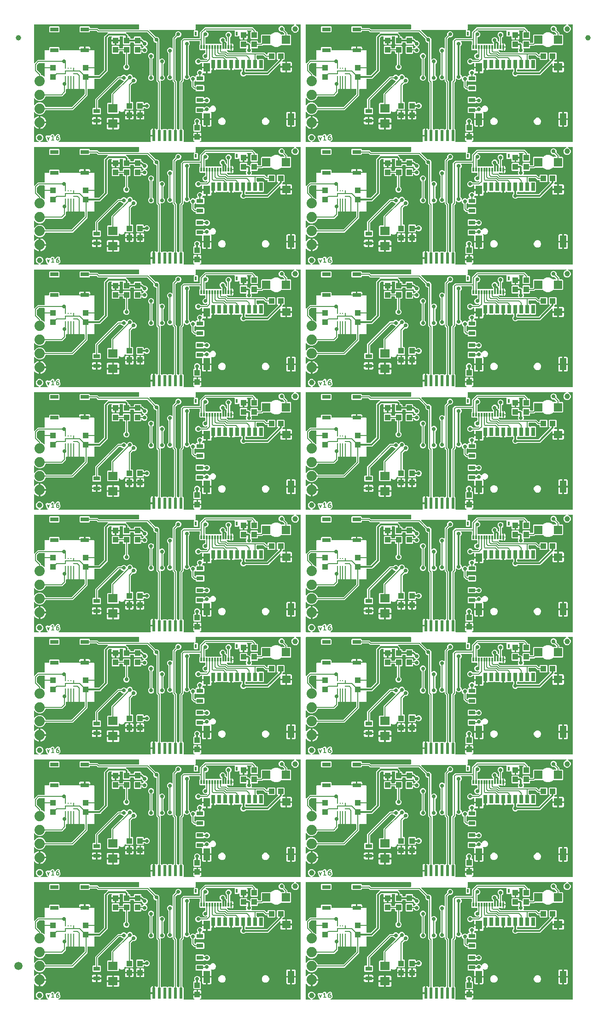
<source format=gtl>
G04 EAGLE Gerber RS-274X export*
G75*
%MOMM*%
%FSLAX34Y34*%
%LPD*%
%INTop Copper*%
%IPPOS*%
%AMOC8*
5,1,8,0,0,1.08239X$1,22.5*%
G01*
%ADD10C,0.203200*%
%ADD11R,1.200000X0.800000*%
%ADD12R,1.000000X1.100000*%
%ADD13R,1.800000X1.600000*%
%ADD14C,1.000000*%
%ADD15R,1.100000X1.000000*%
%ADD16R,1.500000X1.600000*%
%ADD17R,0.300000X0.800000*%
%ADD18R,0.400000X0.800000*%
%ADD19R,0.250000X0.275000*%
%ADD20R,0.275000X0.250000*%
%ADD21R,1.524000X0.762000*%
%ADD22R,0.700000X1.600000*%
%ADD23R,1.200000X2.200000*%
%ADD24R,1.600000X1.400000*%
%ADD25R,1.200000X1.600000*%
%ADD26R,0.600000X2.000000*%
%ADD27C,1.879600*%
%ADD28C,1.500000*%
%ADD29C,0.736600*%
%ADD30C,0.177800*%
%ADD31C,0.304800*%

G36*
X296746Y1352525D02*
X296746Y1352525D01*
X296770Y1352523D01*
X296867Y1352545D01*
X296965Y1352561D01*
X296986Y1352572D01*
X297010Y1352578D01*
X297095Y1352630D01*
X297182Y1352676D01*
X297199Y1352694D01*
X297219Y1352706D01*
X297283Y1352782D01*
X297352Y1352855D01*
X297362Y1352876D01*
X297377Y1352895D01*
X297413Y1352987D01*
X297455Y1353078D01*
X297458Y1353102D01*
X297467Y1353124D01*
X297471Y1353223D01*
X297482Y1353322D01*
X297477Y1353346D01*
X297478Y1353370D01*
X297451Y1353465D01*
X297430Y1353562D01*
X297418Y1353583D01*
X297411Y1353606D01*
X297355Y1353688D01*
X297304Y1353774D01*
X297286Y1353789D01*
X297272Y1353809D01*
X297193Y1353869D01*
X297117Y1353933D01*
X297095Y1353942D01*
X297075Y1353957D01*
X296919Y1354018D01*
X296519Y1354125D01*
X295940Y1354459D01*
X295467Y1354933D01*
X295132Y1355512D01*
X294959Y1356158D01*
X294959Y1360469D01*
X301738Y1360469D01*
X301758Y1360473D01*
X301777Y1360470D01*
X301879Y1360492D01*
X301981Y1360509D01*
X301998Y1360518D01*
X302018Y1360523D01*
X302107Y1360576D01*
X302198Y1360624D01*
X302212Y1360639D01*
X302229Y1360649D01*
X302296Y1360728D01*
X302367Y1360803D01*
X302376Y1360821D01*
X302389Y1360836D01*
X302428Y1360932D01*
X302471Y1361026D01*
X302473Y1361045D01*
X302481Y1361064D01*
X302499Y1361231D01*
X302499Y1361993D01*
X302501Y1361993D01*
X302501Y1361231D01*
X302504Y1361211D01*
X302502Y1361191D01*
X302524Y1361090D01*
X302541Y1360988D01*
X302550Y1360970D01*
X302554Y1360951D01*
X302607Y1360862D01*
X302656Y1360771D01*
X302670Y1360757D01*
X302680Y1360740D01*
X302759Y1360672D01*
X302834Y1360601D01*
X302852Y1360593D01*
X302867Y1360580D01*
X302963Y1360541D01*
X303057Y1360498D01*
X303077Y1360495D01*
X303095Y1360488D01*
X303262Y1360469D01*
X310041Y1360469D01*
X310041Y1356158D01*
X309868Y1355512D01*
X309533Y1354933D01*
X309060Y1354459D01*
X308481Y1354125D01*
X308081Y1354018D01*
X308059Y1354008D01*
X308035Y1354004D01*
X307947Y1353958D01*
X307857Y1353917D01*
X307839Y1353900D01*
X307818Y1353889D01*
X307749Y1353817D01*
X307676Y1353749D01*
X307665Y1353728D01*
X307648Y1353711D01*
X307606Y1353620D01*
X307559Y1353533D01*
X307555Y1353509D01*
X307545Y1353488D01*
X307534Y1353389D01*
X307517Y1353291D01*
X307520Y1353267D01*
X307518Y1353243D01*
X307539Y1353146D01*
X307554Y1353048D01*
X307565Y1353026D01*
X307570Y1353003D01*
X307621Y1352918D01*
X307666Y1352829D01*
X307684Y1352812D01*
X307696Y1352792D01*
X307772Y1352727D01*
X307843Y1352658D01*
X307865Y1352647D01*
X307883Y1352632D01*
X307975Y1352594D01*
X308065Y1352552D01*
X308089Y1352549D01*
X308111Y1352540D01*
X308278Y1352521D01*
X492210Y1352521D01*
X492230Y1352525D01*
X492249Y1352522D01*
X492351Y1352544D01*
X492453Y1352561D01*
X492470Y1352570D01*
X492490Y1352575D01*
X492579Y1352628D01*
X492670Y1352676D01*
X492684Y1352691D01*
X492701Y1352701D01*
X492768Y1352780D01*
X492840Y1352855D01*
X492848Y1352873D01*
X492861Y1352888D01*
X492900Y1352984D01*
X492943Y1353078D01*
X492945Y1353097D01*
X492953Y1353116D01*
X492971Y1353283D01*
X492971Y1567703D01*
X492968Y1567722D01*
X492970Y1567742D01*
X492948Y1567843D01*
X492932Y1567945D01*
X492922Y1567963D01*
X492918Y1567982D01*
X492865Y1568071D01*
X492816Y1568163D01*
X492802Y1568176D01*
X492792Y1568194D01*
X492713Y1568261D01*
X492638Y1568332D01*
X492620Y1568340D01*
X492605Y1568353D01*
X492509Y1568392D01*
X492415Y1568436D01*
X492395Y1568438D01*
X492377Y1568445D01*
X492210Y1568464D01*
X484796Y1568464D01*
X484700Y1568448D01*
X484603Y1568439D01*
X484579Y1568428D01*
X484554Y1568424D01*
X484468Y1568379D01*
X484379Y1568339D01*
X484359Y1568321D01*
X484336Y1568309D01*
X484269Y1568238D01*
X484197Y1568173D01*
X484185Y1568150D01*
X484167Y1568131D01*
X484126Y1568042D01*
X484079Y1567957D01*
X484074Y1567931D01*
X484063Y1567908D01*
X484053Y1567811D01*
X484035Y1567715D01*
X484039Y1567689D01*
X484036Y1567663D01*
X484057Y1567568D01*
X484071Y1567472D01*
X484083Y1567448D01*
X484088Y1567423D01*
X484138Y1567339D01*
X484182Y1567252D01*
X484201Y1567234D01*
X484215Y1567212D01*
X484288Y1567148D01*
X484358Y1567080D01*
X484387Y1567064D01*
X484401Y1567052D01*
X484432Y1567039D01*
X484505Y1566999D01*
X486340Y1566239D01*
X488247Y1564332D01*
X489279Y1561841D01*
X489279Y1559144D01*
X488247Y1556653D01*
X486340Y1554746D01*
X483848Y1553714D01*
X481152Y1553714D01*
X478660Y1554746D01*
X476753Y1556653D01*
X475721Y1559144D01*
X475721Y1561841D01*
X476753Y1564332D01*
X478660Y1566239D01*
X480495Y1566999D01*
X480578Y1567051D01*
X480664Y1567096D01*
X480682Y1567115D01*
X480704Y1567129D01*
X480766Y1567204D01*
X480833Y1567275D01*
X480844Y1567298D01*
X480861Y1567318D01*
X480896Y1567409D01*
X480937Y1567498D01*
X480940Y1567524D01*
X480949Y1567548D01*
X480953Y1567645D01*
X480964Y1567742D01*
X480958Y1567768D01*
X480959Y1567794D01*
X480932Y1567887D01*
X480912Y1567982D01*
X480898Y1568005D01*
X480891Y1568030D01*
X480835Y1568110D01*
X480785Y1568194D01*
X480766Y1568211D01*
X480751Y1568232D01*
X480672Y1568290D01*
X480599Y1568353D01*
X480574Y1568363D01*
X480553Y1568379D01*
X480461Y1568409D01*
X480370Y1568445D01*
X480338Y1568449D01*
X480319Y1568455D01*
X480286Y1568455D01*
X480204Y1568464D01*
X300290Y1568464D01*
X300270Y1568461D01*
X300251Y1568463D01*
X300149Y1568441D01*
X300047Y1568424D01*
X300030Y1568415D01*
X300010Y1568411D01*
X299921Y1568357D01*
X299830Y1568309D01*
X299816Y1568295D01*
X299799Y1568284D01*
X299732Y1568206D01*
X299660Y1568131D01*
X299652Y1568113D01*
X299639Y1568097D01*
X299600Y1568001D01*
X299557Y1567908D01*
X299555Y1567888D01*
X299547Y1567869D01*
X299529Y1567703D01*
X299529Y1559652D01*
X298947Y1559071D01*
X298905Y1559013D01*
X298856Y1558961D01*
X298834Y1558913D01*
X298804Y1558871D01*
X298783Y1558803D01*
X298752Y1558738D01*
X298747Y1558686D01*
X298731Y1558636D01*
X298733Y1558564D01*
X298725Y1558493D01*
X298736Y1558442D01*
X298738Y1558390D01*
X298762Y1558323D01*
X298778Y1558253D01*
X298804Y1558208D01*
X298822Y1558159D01*
X298867Y1558103D01*
X298904Y1558042D01*
X298943Y1558008D01*
X298976Y1557967D01*
X299036Y1557928D01*
X299091Y1557882D01*
X299139Y1557862D01*
X299183Y1557834D01*
X299252Y1557817D01*
X299319Y1557790D01*
X299390Y1557782D01*
X299421Y1557774D01*
X299445Y1557776D01*
X299486Y1557771D01*
X302737Y1557771D01*
X303779Y1556729D01*
X303779Y1547256D01*
X302737Y1546214D01*
X297263Y1546214D01*
X296221Y1547256D01*
X296221Y1556729D01*
X296656Y1557164D01*
X296698Y1557223D01*
X296747Y1557275D01*
X296769Y1557322D01*
X296800Y1557364D01*
X296821Y1557433D01*
X296851Y1557498D01*
X296857Y1557549D01*
X296872Y1557599D01*
X296870Y1557671D01*
X296878Y1557742D01*
X296867Y1557793D01*
X296866Y1557845D01*
X296841Y1557912D01*
X296826Y1557982D01*
X296799Y1558027D01*
X296781Y1558076D01*
X296736Y1558132D01*
X296700Y1558194D01*
X296660Y1558227D01*
X296628Y1558268D01*
X296567Y1558307D01*
X296513Y1558353D01*
X296464Y1558373D01*
X296421Y1558401D01*
X296351Y1558419D01*
X296285Y1558445D01*
X296213Y1558453D01*
X296182Y1558461D01*
X296159Y1558459D01*
X296118Y1558464D01*
X215139Y1558464D01*
X215069Y1558452D01*
X214997Y1558450D01*
X214948Y1558433D01*
X214897Y1558424D01*
X214833Y1558391D01*
X214766Y1558366D01*
X214725Y1558333D01*
X214679Y1558309D01*
X214630Y1558257D01*
X214574Y1558212D01*
X214546Y1558168D01*
X214510Y1558131D01*
X214480Y1558066D01*
X214441Y1558005D01*
X214428Y1557955D01*
X214406Y1557908D01*
X214398Y1557836D01*
X214381Y1557767D01*
X214385Y1557715D01*
X214379Y1557663D01*
X214394Y1557593D01*
X214400Y1557522D01*
X214420Y1557474D01*
X214431Y1557423D01*
X214468Y1557361D01*
X214496Y1557295D01*
X214541Y1557239D01*
X214557Y1557212D01*
X214575Y1557196D01*
X214601Y1557164D01*
X225628Y1546137D01*
X225723Y1546069D01*
X225817Y1545999D01*
X225823Y1545998D01*
X225828Y1545994D01*
X225939Y1545960D01*
X226051Y1545923D01*
X226057Y1545923D01*
X226063Y1545922D01*
X226179Y1545925D01*
X226296Y1545926D01*
X226304Y1545928D01*
X226309Y1545928D01*
X226326Y1545934D01*
X226395Y1545954D01*
X228586Y1545954D01*
X230594Y1545123D01*
X232130Y1543586D01*
X232962Y1541579D01*
X232962Y1539406D01*
X232726Y1538836D01*
X232711Y1538773D01*
X232686Y1538712D01*
X232677Y1538629D01*
X232670Y1538597D01*
X232671Y1538578D01*
X232668Y1538545D01*
X232668Y1505122D01*
X232679Y1505051D01*
X232681Y1504980D01*
X232699Y1504931D01*
X232707Y1504879D01*
X232741Y1504816D01*
X232766Y1504749D01*
X232798Y1504708D01*
X232823Y1504662D01*
X232874Y1504613D01*
X232919Y1504557D01*
X232963Y1504529D01*
X233001Y1504493D01*
X233066Y1504462D01*
X233126Y1504424D01*
X233177Y1504411D01*
X233224Y1504389D01*
X233295Y1504381D01*
X233365Y1504364D01*
X233417Y1504368D01*
X233468Y1504362D01*
X233539Y1504377D01*
X233610Y1504383D01*
X233658Y1504403D01*
X233709Y1504414D01*
X233770Y1504451D01*
X233836Y1504479D01*
X233892Y1504524D01*
X233920Y1504540D01*
X233935Y1504558D01*
X233967Y1504584D01*
X234506Y1505123D01*
X236514Y1505954D01*
X238686Y1505954D01*
X240694Y1505123D01*
X242230Y1503586D01*
X243062Y1501579D01*
X243062Y1499406D01*
X242230Y1497399D01*
X240670Y1495839D01*
X240639Y1495819D01*
X240538Y1495759D01*
X240534Y1495754D01*
X240529Y1495751D01*
X240454Y1495661D01*
X240378Y1495572D01*
X240376Y1495566D01*
X240372Y1495561D01*
X240330Y1495453D01*
X240286Y1495344D01*
X240285Y1495336D01*
X240284Y1495332D01*
X240283Y1495313D01*
X240268Y1495177D01*
X240268Y1475808D01*
X240287Y1475693D01*
X240304Y1475577D01*
X240306Y1475571D01*
X240307Y1475565D01*
X240362Y1475462D01*
X240415Y1475358D01*
X240420Y1475353D01*
X240423Y1475348D01*
X240507Y1475268D01*
X240591Y1475186D01*
X240597Y1475182D01*
X240601Y1475178D01*
X240618Y1475171D01*
X240681Y1475136D01*
X242230Y1473586D01*
X243062Y1471579D01*
X243062Y1469406D01*
X242230Y1467399D01*
X240694Y1465862D01*
X238686Y1465031D01*
X236514Y1465031D01*
X236159Y1465178D01*
X236064Y1465200D01*
X235971Y1465229D01*
X235944Y1465228D01*
X235919Y1465234D01*
X235822Y1465225D01*
X235725Y1465222D01*
X235700Y1465213D01*
X235674Y1465211D01*
X235585Y1465171D01*
X235494Y1465138D01*
X235473Y1465122D01*
X235450Y1465111D01*
X235378Y1465045D01*
X235302Y1464984D01*
X235288Y1464962D01*
X235268Y1464945D01*
X235221Y1464859D01*
X235169Y1464777D01*
X235162Y1464752D01*
X235150Y1464729D01*
X235132Y1464633D01*
X235109Y1464539D01*
X235111Y1464513D01*
X235106Y1464487D01*
X235120Y1464391D01*
X235128Y1464293D01*
X235138Y1464269D01*
X235142Y1464244D01*
X235168Y1464193D01*
X235168Y1376833D01*
X235171Y1376813D01*
X235169Y1376793D01*
X235191Y1376692D01*
X235207Y1376590D01*
X235217Y1376572D01*
X235221Y1376553D01*
X235274Y1376464D01*
X235323Y1376372D01*
X235337Y1376359D01*
X235347Y1376342D01*
X235426Y1376274D01*
X235501Y1376203D01*
X235519Y1376195D01*
X235534Y1376182D01*
X235630Y1376143D01*
X235724Y1376099D01*
X235744Y1376097D01*
X235762Y1376090D01*
X235929Y1376071D01*
X236237Y1376071D01*
X236962Y1375346D01*
X236978Y1375335D01*
X236990Y1375319D01*
X237078Y1375263D01*
X237161Y1375203D01*
X237180Y1375197D01*
X237197Y1375186D01*
X237298Y1375161D01*
X237397Y1375130D01*
X237416Y1375131D01*
X237436Y1375126D01*
X237539Y1375134D01*
X237642Y1375137D01*
X237661Y1375144D01*
X237681Y1375145D01*
X237776Y1375186D01*
X237873Y1375221D01*
X237889Y1375234D01*
X237907Y1375242D01*
X238038Y1375346D01*
X238763Y1376071D01*
X246237Y1376071D01*
X246962Y1375346D01*
X246978Y1375335D01*
X246990Y1375319D01*
X247078Y1375263D01*
X247161Y1375203D01*
X247180Y1375197D01*
X247197Y1375186D01*
X247298Y1375161D01*
X247397Y1375130D01*
X247416Y1375131D01*
X247436Y1375126D01*
X247539Y1375134D01*
X247642Y1375137D01*
X247661Y1375144D01*
X247681Y1375145D01*
X247776Y1375186D01*
X247873Y1375221D01*
X247889Y1375234D01*
X247907Y1375242D01*
X248038Y1375346D01*
X248763Y1376071D01*
X256237Y1376071D01*
X256962Y1375346D01*
X256978Y1375335D01*
X256990Y1375319D01*
X257078Y1375263D01*
X257161Y1375203D01*
X257180Y1375197D01*
X257197Y1375186D01*
X257298Y1375161D01*
X257397Y1375130D01*
X257416Y1375131D01*
X257436Y1375126D01*
X257539Y1375134D01*
X257642Y1375137D01*
X257661Y1375144D01*
X257681Y1375145D01*
X257776Y1375186D01*
X257873Y1375221D01*
X257889Y1375234D01*
X257907Y1375242D01*
X258038Y1375346D01*
X258763Y1376071D01*
X259071Y1376071D01*
X259091Y1376075D01*
X259110Y1376072D01*
X259212Y1376094D01*
X259314Y1376111D01*
X259331Y1376120D01*
X259351Y1376125D01*
X259440Y1376178D01*
X259531Y1376226D01*
X259545Y1376241D01*
X259562Y1376251D01*
X259629Y1376330D01*
X259701Y1376405D01*
X259709Y1376423D01*
X259722Y1376438D01*
X259761Y1376534D01*
X259804Y1376628D01*
X259806Y1376647D01*
X259814Y1376666D01*
X259832Y1376833D01*
X259832Y1461572D01*
X259818Y1461662D01*
X259810Y1461753D01*
X259798Y1461783D01*
X259793Y1461815D01*
X259750Y1461896D01*
X259714Y1461980D01*
X259688Y1462012D01*
X259677Y1462032D01*
X259654Y1462055D01*
X259609Y1462111D01*
X257332Y1464388D01*
X257332Y1466763D01*
X257321Y1466834D01*
X257319Y1466905D01*
X257301Y1466954D01*
X257293Y1467006D01*
X257259Y1467069D01*
X257234Y1467136D01*
X257202Y1467177D01*
X257177Y1467223D01*
X257125Y1467273D01*
X257081Y1467328D01*
X257037Y1467357D01*
X256999Y1467392D01*
X256934Y1467423D01*
X256874Y1467461D01*
X256823Y1467474D01*
X256776Y1467496D01*
X256705Y1467504D01*
X256635Y1467522D01*
X256583Y1467517D01*
X256532Y1467523D01*
X256461Y1467508D01*
X256390Y1467502D01*
X256342Y1467482D01*
X256291Y1467471D01*
X256230Y1467434D01*
X256164Y1467406D01*
X256108Y1467361D01*
X256080Y1467345D01*
X256065Y1467327D01*
X256033Y1467301D01*
X255594Y1466862D01*
X253586Y1466031D01*
X251414Y1466031D01*
X249406Y1466862D01*
X247870Y1468399D01*
X247038Y1470406D01*
X247038Y1472579D01*
X247870Y1474586D01*
X249430Y1476147D01*
X249461Y1476166D01*
X249562Y1476226D01*
X249566Y1476231D01*
X249571Y1476234D01*
X249646Y1476324D01*
X249722Y1476413D01*
X249724Y1476419D01*
X249728Y1476424D01*
X249770Y1476532D01*
X249814Y1476641D01*
X249815Y1476649D01*
X249816Y1476653D01*
X249817Y1476672D01*
X249832Y1476808D01*
X249832Y1515177D01*
X249813Y1515292D01*
X249796Y1515408D01*
X249794Y1515414D01*
X249793Y1515420D01*
X249738Y1515523D01*
X249685Y1515627D01*
X249680Y1515632D01*
X249677Y1515637D01*
X249593Y1515718D01*
X249509Y1515800D01*
X249503Y1515803D01*
X249499Y1515807D01*
X249482Y1515815D01*
X249419Y1515849D01*
X247870Y1517399D01*
X247038Y1519406D01*
X247038Y1521579D01*
X247870Y1523586D01*
X249406Y1525123D01*
X251414Y1525954D01*
X253586Y1525954D01*
X255594Y1525123D01*
X256033Y1524684D01*
X256091Y1524642D01*
X256143Y1524593D01*
X256190Y1524571D01*
X256232Y1524540D01*
X256301Y1524519D01*
X256366Y1524489D01*
X256418Y1524483D01*
X256468Y1524468D01*
X256539Y1524470D01*
X256610Y1524462D01*
X256661Y1524473D01*
X256713Y1524474D01*
X256781Y1524499D01*
X256851Y1524514D01*
X256896Y1524541D01*
X256944Y1524559D01*
X257000Y1524604D01*
X257062Y1524640D01*
X257096Y1524680D01*
X257136Y1524713D01*
X257175Y1524773D01*
X257222Y1524827D01*
X257241Y1524876D01*
X257269Y1524919D01*
X257287Y1524989D01*
X257314Y1525055D01*
X257322Y1525127D01*
X257330Y1525158D01*
X257328Y1525181D01*
X257332Y1525222D01*
X257332Y1544098D01*
X261855Y1548620D01*
X261924Y1548716D01*
X261993Y1548809D01*
X261995Y1548815D01*
X261999Y1548820D01*
X262033Y1548932D01*
X262069Y1549043D01*
X262069Y1549049D01*
X262071Y1549055D01*
X262068Y1549172D01*
X262067Y1549289D01*
X262065Y1549296D01*
X262065Y1549301D01*
X262058Y1549318D01*
X262038Y1549388D01*
X262038Y1551579D01*
X262870Y1553586D01*
X264406Y1555123D01*
X266414Y1555954D01*
X268586Y1555954D01*
X270594Y1555123D01*
X272130Y1553586D01*
X272962Y1551579D01*
X272962Y1549406D01*
X272130Y1547399D01*
X270594Y1545862D01*
X268586Y1545031D01*
X266380Y1545031D01*
X266344Y1545039D01*
X266230Y1545068D01*
X266224Y1545067D01*
X266218Y1545069D01*
X266101Y1545058D01*
X265985Y1545049D01*
X265979Y1545046D01*
X265973Y1545046D01*
X265866Y1544998D01*
X265759Y1544953D01*
X265753Y1544948D01*
X265748Y1544946D01*
X265735Y1544933D01*
X265628Y1544848D01*
X262891Y1542111D01*
X262838Y1542037D01*
X262778Y1541967D01*
X262766Y1541937D01*
X262747Y1541911D01*
X262720Y1541824D01*
X262686Y1541739D01*
X262682Y1541698D01*
X262675Y1541676D01*
X262676Y1541644D01*
X262668Y1541572D01*
X262668Y1466913D01*
X262682Y1466823D01*
X262690Y1466732D01*
X262702Y1466702D01*
X262707Y1466670D01*
X262750Y1466589D01*
X262786Y1466506D01*
X262812Y1466473D01*
X262823Y1466453D01*
X262846Y1466431D01*
X262891Y1466375D01*
X265168Y1464098D01*
X265168Y1376833D01*
X265171Y1376813D01*
X265169Y1376793D01*
X265191Y1376692D01*
X265207Y1376590D01*
X265217Y1376572D01*
X265221Y1376553D01*
X265274Y1376464D01*
X265323Y1376372D01*
X265337Y1376359D01*
X265347Y1376342D01*
X265426Y1376274D01*
X265501Y1376203D01*
X265519Y1376195D01*
X265534Y1376182D01*
X265630Y1376143D01*
X265724Y1376099D01*
X265744Y1376097D01*
X265762Y1376090D01*
X265929Y1376071D01*
X266237Y1376071D01*
X266962Y1375346D01*
X266978Y1375335D01*
X266990Y1375319D01*
X267078Y1375263D01*
X267161Y1375203D01*
X267180Y1375197D01*
X267197Y1375186D01*
X267298Y1375161D01*
X267397Y1375130D01*
X267416Y1375131D01*
X267436Y1375126D01*
X267539Y1375134D01*
X267642Y1375137D01*
X267661Y1375144D01*
X267681Y1375145D01*
X267776Y1375186D01*
X267873Y1375221D01*
X267889Y1375234D01*
X267907Y1375242D01*
X268038Y1375346D01*
X268763Y1376071D01*
X269071Y1376071D01*
X269091Y1376075D01*
X269110Y1376072D01*
X269212Y1376094D01*
X269314Y1376111D01*
X269331Y1376120D01*
X269351Y1376125D01*
X269440Y1376178D01*
X269531Y1376226D01*
X269545Y1376241D01*
X269562Y1376251D01*
X269629Y1376330D01*
X269701Y1376405D01*
X269709Y1376423D01*
X269722Y1376438D01*
X269761Y1376534D01*
X269804Y1376628D01*
X269806Y1376647D01*
X269814Y1376666D01*
X269832Y1376833D01*
X269832Y1464098D01*
X272109Y1466375D01*
X272162Y1466449D01*
X272222Y1466518D01*
X272234Y1466548D01*
X272253Y1466574D01*
X272280Y1466661D01*
X272314Y1466746D01*
X272318Y1466787D01*
X272325Y1466809D01*
X272324Y1466842D01*
X272332Y1466913D01*
X272332Y1539098D01*
X276395Y1543160D01*
X306571Y1543160D01*
X306591Y1543164D01*
X306610Y1543161D01*
X306712Y1543183D01*
X306814Y1543200D01*
X306831Y1543209D01*
X306851Y1543214D01*
X306940Y1543267D01*
X307031Y1543315D01*
X307045Y1543330D01*
X307062Y1543340D01*
X307129Y1543419D01*
X307201Y1543494D01*
X307209Y1543512D01*
X307222Y1543527D01*
X307261Y1543623D01*
X307304Y1543717D01*
X307306Y1543736D01*
X307314Y1543755D01*
X307332Y1543922D01*
X307332Y1554098D01*
X316395Y1563160D01*
X404605Y1563160D01*
X410168Y1557598D01*
X410168Y1557033D01*
X410171Y1557013D01*
X410169Y1556993D01*
X410191Y1556892D01*
X410207Y1556790D01*
X410217Y1556772D01*
X410221Y1556753D01*
X410274Y1556664D01*
X410323Y1556572D01*
X410337Y1556559D01*
X410347Y1556542D01*
X410426Y1556474D01*
X410501Y1556403D01*
X410519Y1556395D01*
X410534Y1556382D01*
X410630Y1556343D01*
X410724Y1556299D01*
X410744Y1556297D01*
X410762Y1556290D01*
X410929Y1556271D01*
X413237Y1556271D01*
X414279Y1555229D01*
X414279Y1542756D01*
X413237Y1541714D01*
X401763Y1541714D01*
X400721Y1542756D01*
X400721Y1555229D01*
X401763Y1556271D01*
X402111Y1556271D01*
X402182Y1556283D01*
X402254Y1556285D01*
X402302Y1556303D01*
X402353Y1556311D01*
X402417Y1556345D01*
X402485Y1556369D01*
X402525Y1556402D01*
X402571Y1556426D01*
X402620Y1556478D01*
X402676Y1556523D01*
X402705Y1556567D01*
X402740Y1556605D01*
X402770Y1556670D01*
X402809Y1556730D01*
X402822Y1556781D01*
X402844Y1556828D01*
X402852Y1556899D01*
X402869Y1556969D01*
X402865Y1557020D01*
X402871Y1557072D01*
X402856Y1557142D01*
X402850Y1557214D01*
X402830Y1557262D01*
X402819Y1557312D01*
X402782Y1557374D01*
X402754Y1557440D01*
X402709Y1557496D01*
X402693Y1557524D01*
X402675Y1557539D01*
X402649Y1557571D01*
X402618Y1557602D01*
X402544Y1557655D01*
X402475Y1557714D01*
X402444Y1557727D01*
X402418Y1557746D01*
X402331Y1557772D01*
X402246Y1557806D01*
X402205Y1557811D01*
X402183Y1557818D01*
X402151Y1557817D01*
X402080Y1557825D01*
X394599Y1557825D01*
X394528Y1557813D01*
X394456Y1557811D01*
X394407Y1557794D01*
X394356Y1557785D01*
X394293Y1557752D01*
X394225Y1557727D01*
X394185Y1557694D01*
X394139Y1557670D01*
X394089Y1557618D01*
X394033Y1557573D01*
X394005Y1557529D01*
X393969Y1557492D01*
X393939Y1557427D01*
X393900Y1557366D01*
X393887Y1557316D01*
X393866Y1557269D01*
X393858Y1557197D01*
X393840Y1557128D01*
X393844Y1557076D01*
X393838Y1557024D01*
X393854Y1556954D01*
X393859Y1556883D01*
X393880Y1556835D01*
X393891Y1556784D01*
X393928Y1556722D01*
X393956Y1556656D01*
X394000Y1556600D01*
X394017Y1556573D01*
X394035Y1556558D01*
X394060Y1556525D01*
X394533Y1556053D01*
X394868Y1555473D01*
X395041Y1554827D01*
X395041Y1550516D01*
X388262Y1550516D01*
X388242Y1550513D01*
X388223Y1550515D01*
X388121Y1550493D01*
X388019Y1550476D01*
X388002Y1550467D01*
X387982Y1550462D01*
X387893Y1550409D01*
X387802Y1550361D01*
X387788Y1550347D01*
X387771Y1550336D01*
X387704Y1550258D01*
X387633Y1550183D01*
X387624Y1550165D01*
X387611Y1550149D01*
X387572Y1550053D01*
X387529Y1549960D01*
X387527Y1549940D01*
X387519Y1549921D01*
X387501Y1549755D01*
X387501Y1548992D01*
X386738Y1548992D01*
X386718Y1548989D01*
X386699Y1548991D01*
X386597Y1548969D01*
X386495Y1548952D01*
X386478Y1548943D01*
X386458Y1548938D01*
X386369Y1548885D01*
X386278Y1548837D01*
X386264Y1548822D01*
X386247Y1548812D01*
X386180Y1548734D01*
X386109Y1548659D01*
X386100Y1548641D01*
X386087Y1548625D01*
X386048Y1548529D01*
X386005Y1548435D01*
X386003Y1548416D01*
X385995Y1548397D01*
X385977Y1548230D01*
X385977Y1540952D01*
X382166Y1540952D01*
X381519Y1541125D01*
X380940Y1541459D01*
X380467Y1541933D01*
X380132Y1542512D01*
X379959Y1543158D01*
X379959Y1546599D01*
X379948Y1546669D01*
X379946Y1546741D01*
X379928Y1546790D01*
X379920Y1546841D01*
X379886Y1546905D01*
X379861Y1546972D01*
X379829Y1547013D01*
X379804Y1547059D01*
X379752Y1547108D01*
X379708Y1547164D01*
X379664Y1547192D01*
X379626Y1547228D01*
X379561Y1547258D01*
X379501Y1547297D01*
X379450Y1547310D01*
X379403Y1547332D01*
X379332Y1547340D01*
X379262Y1547357D01*
X379210Y1547353D01*
X379159Y1547359D01*
X379088Y1547344D01*
X379017Y1547338D01*
X378969Y1547318D01*
X378918Y1547307D01*
X378857Y1547270D01*
X378791Y1547242D01*
X378735Y1547197D01*
X378707Y1547180D01*
X378692Y1547163D01*
X378660Y1547137D01*
X377737Y1546214D01*
X372263Y1546214D01*
X371221Y1547256D01*
X371221Y1556921D01*
X371233Y1556960D01*
X371231Y1557032D01*
X371239Y1557103D01*
X371228Y1557154D01*
X371227Y1557205D01*
X371202Y1557273D01*
X371187Y1557343D01*
X371160Y1557388D01*
X371143Y1557436D01*
X371098Y1557493D01*
X371061Y1557555D01*
X371021Y1557588D01*
X370989Y1557629D01*
X370929Y1557668D01*
X370874Y1557714D01*
X370826Y1557734D01*
X370782Y1557762D01*
X370713Y1557779D01*
X370646Y1557806D01*
X370575Y1557814D01*
X370544Y1557822D01*
X370520Y1557820D01*
X370479Y1557825D01*
X318920Y1557825D01*
X318830Y1557810D01*
X318739Y1557803D01*
X318709Y1557790D01*
X318678Y1557785D01*
X318597Y1557742D01*
X318513Y1557707D01*
X318481Y1557681D01*
X318460Y1557670D01*
X318438Y1557647D01*
X318382Y1557602D01*
X318034Y1557254D01*
X317992Y1557196D01*
X317943Y1557144D01*
X317921Y1557096D01*
X317890Y1557054D01*
X317869Y1556986D01*
X317839Y1556921D01*
X317833Y1556869D01*
X317818Y1556819D01*
X317820Y1556747D01*
X317812Y1556676D01*
X317823Y1556625D01*
X317824Y1556573D01*
X317849Y1556506D01*
X317864Y1556436D01*
X317891Y1556391D01*
X317909Y1556342D01*
X317954Y1556286D01*
X317990Y1556225D01*
X318030Y1556191D01*
X318063Y1556150D01*
X318123Y1556111D01*
X318177Y1556065D01*
X318226Y1556045D01*
X318269Y1556017D01*
X318339Y1556000D01*
X318406Y1555973D01*
X318477Y1555965D01*
X318508Y1555957D01*
X318531Y1555959D01*
X318572Y1555954D01*
X318586Y1555954D01*
X320594Y1555123D01*
X322130Y1553586D01*
X322962Y1551579D01*
X322962Y1549406D01*
X322130Y1547399D01*
X320594Y1545862D01*
X318586Y1545031D01*
X318429Y1545031D01*
X318409Y1545028D01*
X318390Y1545030D01*
X318288Y1545008D01*
X318186Y1544991D01*
X318169Y1544982D01*
X318149Y1544978D01*
X318060Y1544924D01*
X317969Y1544876D01*
X317955Y1544862D01*
X317938Y1544851D01*
X317871Y1544773D01*
X317799Y1544698D01*
X317791Y1544680D01*
X317778Y1544664D01*
X317739Y1544568D01*
X317696Y1544475D01*
X317694Y1544455D01*
X317686Y1544436D01*
X317668Y1544270D01*
X317668Y1533533D01*
X317671Y1533513D01*
X317669Y1533493D01*
X317691Y1533392D01*
X317707Y1533290D01*
X317717Y1533272D01*
X317721Y1533253D01*
X317774Y1533164D01*
X317823Y1533072D01*
X317837Y1533059D01*
X317847Y1533042D01*
X317926Y1532974D01*
X318001Y1532903D01*
X318019Y1532895D01*
X318034Y1532882D01*
X318130Y1532843D01*
X318224Y1532799D01*
X318244Y1532797D01*
X318262Y1532790D01*
X318429Y1532771D01*
X345936Y1532771D01*
X345956Y1532775D01*
X345975Y1532772D01*
X346077Y1532794D01*
X346179Y1532811D01*
X346196Y1532820D01*
X346216Y1532825D01*
X346305Y1532878D01*
X346396Y1532926D01*
X346410Y1532941D01*
X346427Y1532951D01*
X346494Y1533030D01*
X346566Y1533105D01*
X346574Y1533123D01*
X346587Y1533138D01*
X346626Y1533234D01*
X346669Y1533328D01*
X346671Y1533347D01*
X346679Y1533366D01*
X346697Y1533533D01*
X346697Y1534343D01*
X346678Y1534458D01*
X346661Y1534574D01*
X346659Y1534580D01*
X346658Y1534586D01*
X346603Y1534688D01*
X346550Y1534793D01*
X346545Y1534798D01*
X346542Y1534803D01*
X346458Y1534883D01*
X346374Y1534965D01*
X346368Y1534969D01*
X346364Y1534973D01*
X346347Y1534980D01*
X346227Y1535046D01*
X346116Y1535092D01*
X344580Y1536629D01*
X343748Y1538636D01*
X343748Y1540809D01*
X344580Y1542816D01*
X346116Y1544353D01*
X348124Y1545184D01*
X350296Y1545184D01*
X352304Y1544353D01*
X353840Y1542816D01*
X354672Y1540809D01*
X354672Y1539247D01*
X354686Y1539157D01*
X354694Y1539066D01*
X354706Y1539036D01*
X354711Y1539004D01*
X354754Y1538924D01*
X354790Y1538840D01*
X354816Y1538807D01*
X354827Y1538787D01*
X354850Y1538765D01*
X354895Y1538709D01*
X356033Y1537571D01*
X356091Y1537529D01*
X356143Y1537479D01*
X356190Y1537457D01*
X356232Y1537427D01*
X356301Y1537406D01*
X356366Y1537376D01*
X356418Y1537370D01*
X356468Y1537355D01*
X356539Y1537357D01*
X356610Y1537349D01*
X356661Y1537360D01*
X356713Y1537361D01*
X356781Y1537386D01*
X356851Y1537401D01*
X356896Y1537428D01*
X356944Y1537446D01*
X357000Y1537490D01*
X357062Y1537527D01*
X357096Y1537567D01*
X357136Y1537599D01*
X357175Y1537660D01*
X357222Y1537714D01*
X357241Y1537762D01*
X357269Y1537806D01*
X357287Y1537876D01*
X357314Y1537942D01*
X357322Y1538013D01*
X357330Y1538045D01*
X357328Y1538068D01*
X357332Y1538109D01*
X357332Y1544084D01*
X357314Y1544198D01*
X357296Y1544315D01*
X357294Y1544320D01*
X357293Y1544327D01*
X357238Y1544429D01*
X357185Y1544534D01*
X357180Y1544538D01*
X357177Y1544544D01*
X357093Y1544624D01*
X357009Y1544706D01*
X357003Y1544710D01*
X356999Y1544713D01*
X356982Y1544721D01*
X356972Y1544727D01*
X355410Y1546289D01*
X354578Y1548296D01*
X354578Y1550469D01*
X355410Y1552476D01*
X356946Y1554013D01*
X358954Y1554844D01*
X361126Y1554844D01*
X363134Y1554013D01*
X364670Y1552476D01*
X365502Y1550469D01*
X365502Y1548296D01*
X364670Y1546289D01*
X363132Y1544750D01*
X363038Y1544692D01*
X362938Y1544632D01*
X362934Y1544628D01*
X362929Y1544624D01*
X362854Y1544535D01*
X362778Y1544446D01*
X362776Y1544440D01*
X362772Y1544435D01*
X362730Y1544326D01*
X362686Y1544217D01*
X362685Y1544210D01*
X362684Y1544205D01*
X362683Y1544187D01*
X362668Y1544051D01*
X362668Y1534295D01*
X362671Y1534275D01*
X362669Y1534255D01*
X362691Y1534154D01*
X362707Y1534052D01*
X362717Y1534034D01*
X362721Y1534015D01*
X362774Y1533926D01*
X362823Y1533834D01*
X362837Y1533821D01*
X362847Y1533804D01*
X362926Y1533736D01*
X363001Y1533665D01*
X363019Y1533657D01*
X363034Y1533644D01*
X363130Y1533605D01*
X363224Y1533561D01*
X363244Y1533559D01*
X363262Y1533552D01*
X363429Y1533533D01*
X364239Y1533533D01*
X364239Y1526993D01*
X364239Y1526992D01*
X364239Y1520452D01*
X363166Y1520452D01*
X362519Y1520625D01*
X361940Y1520959D01*
X361909Y1520991D01*
X361835Y1521044D01*
X361765Y1521103D01*
X361735Y1521116D01*
X361709Y1521134D01*
X361622Y1521161D01*
X361537Y1521195D01*
X361496Y1521200D01*
X361474Y1521207D01*
X361442Y1521206D01*
X361370Y1521214D01*
X357476Y1521214D01*
X357406Y1521202D01*
X357334Y1521200D01*
X357285Y1521183D01*
X357234Y1521174D01*
X357170Y1521141D01*
X357103Y1521116D01*
X357062Y1521083D01*
X357016Y1521059D01*
X356967Y1521007D01*
X356911Y1520962D01*
X356883Y1520918D01*
X356847Y1520881D01*
X356817Y1520816D01*
X356778Y1520755D01*
X356765Y1520705D01*
X356743Y1520658D01*
X356735Y1520586D01*
X356718Y1520517D01*
X356722Y1520465D01*
X356716Y1520413D01*
X356731Y1520343D01*
X356737Y1520272D01*
X356757Y1520224D01*
X356768Y1520173D01*
X356805Y1520111D01*
X356833Y1520045D01*
X356878Y1519989D01*
X356894Y1519962D01*
X356912Y1519946D01*
X356938Y1519914D01*
X359357Y1517495D01*
X359431Y1517442D01*
X359500Y1517383D01*
X359531Y1517371D01*
X359557Y1517352D01*
X359644Y1517325D01*
X359729Y1517291D01*
X359770Y1517286D01*
X359792Y1517279D01*
X359824Y1517280D01*
X359895Y1517272D01*
X391944Y1517272D01*
X391989Y1517280D01*
X392035Y1517278D01*
X392110Y1517300D01*
X392187Y1517312D01*
X392227Y1517334D01*
X392272Y1517346D01*
X392336Y1517391D01*
X392404Y1517427D01*
X392436Y1517460D01*
X392474Y1517487D01*
X392520Y1517549D01*
X392574Y1517606D01*
X392593Y1517647D01*
X392620Y1517684D01*
X392645Y1517758D01*
X392677Y1517829D01*
X392682Y1517874D01*
X392697Y1517918D01*
X392696Y1517996D01*
X392704Y1518073D01*
X392695Y1518118D01*
X392694Y1518164D01*
X392656Y1518295D01*
X392652Y1518313D01*
X392650Y1518318D01*
X392648Y1518325D01*
X392008Y1519868D01*
X392008Y1522041D01*
X392679Y1523661D01*
X392690Y1523706D01*
X392709Y1523748D01*
X392718Y1523825D01*
X392736Y1523901D01*
X392731Y1523946D01*
X392736Y1523992D01*
X392720Y1524068D01*
X392712Y1524146D01*
X392694Y1524188D01*
X392684Y1524232D01*
X392644Y1524299D01*
X392612Y1524370D01*
X392581Y1524404D01*
X392558Y1524444D01*
X392499Y1524494D01*
X392446Y1524551D01*
X392406Y1524574D01*
X392371Y1524603D01*
X392299Y1524633D01*
X392231Y1524670D01*
X392185Y1524678D01*
X392143Y1524695D01*
X392007Y1524710D01*
X391989Y1524714D01*
X391984Y1524713D01*
X391976Y1524714D01*
X381763Y1524714D01*
X380721Y1525756D01*
X380721Y1538229D01*
X381763Y1539271D01*
X393237Y1539271D01*
X394279Y1538229D01*
X394279Y1536057D01*
X394282Y1536037D01*
X394280Y1536017D01*
X394302Y1535916D01*
X394318Y1535814D01*
X394328Y1535796D01*
X394332Y1535777D01*
X394385Y1535688D01*
X394434Y1535596D01*
X394448Y1535583D01*
X394458Y1535566D01*
X394537Y1535498D01*
X394612Y1535427D01*
X394630Y1535419D01*
X394645Y1535406D01*
X394741Y1535367D01*
X394835Y1535323D01*
X394855Y1535321D01*
X394873Y1535314D01*
X395040Y1535295D01*
X397678Y1535295D01*
X399422Y1533552D01*
X399480Y1533510D01*
X399532Y1533460D01*
X399579Y1533438D01*
X399621Y1533408D01*
X399690Y1533387D01*
X399755Y1533357D01*
X399807Y1533351D01*
X399857Y1533336D01*
X399928Y1533338D01*
X399999Y1533330D01*
X400050Y1533341D01*
X400102Y1533342D01*
X400170Y1533367D01*
X400240Y1533382D01*
X400285Y1533409D01*
X400333Y1533427D01*
X400389Y1533471D01*
X400451Y1533508D01*
X400485Y1533548D01*
X400525Y1533580D01*
X400564Y1533641D01*
X400611Y1533695D01*
X400630Y1533743D01*
X400658Y1533787D01*
X400676Y1533857D01*
X400703Y1533923D01*
X400711Y1533995D01*
X400719Y1534026D01*
X400717Y1534049D01*
X400721Y1534090D01*
X400721Y1538229D01*
X401763Y1539271D01*
X413237Y1539271D01*
X414279Y1538229D01*
X414279Y1535422D01*
X414282Y1535402D01*
X414280Y1535382D01*
X414302Y1535281D01*
X414318Y1535179D01*
X414328Y1535161D01*
X414332Y1535142D01*
X414385Y1535053D01*
X414434Y1534961D01*
X414448Y1534948D01*
X414458Y1534931D01*
X414537Y1534863D01*
X414612Y1534792D01*
X414630Y1534784D01*
X414645Y1534771D01*
X414741Y1534732D01*
X414835Y1534688D01*
X414855Y1534686D01*
X414873Y1534679D01*
X415040Y1534660D01*
X419460Y1534660D01*
X419480Y1534664D01*
X419499Y1534661D01*
X419601Y1534683D01*
X419703Y1534700D01*
X419720Y1534709D01*
X419740Y1534714D01*
X419829Y1534767D01*
X419920Y1534815D01*
X419934Y1534830D01*
X419951Y1534840D01*
X420018Y1534919D01*
X420090Y1534994D01*
X420098Y1535012D01*
X420111Y1535027D01*
X420150Y1535123D01*
X420193Y1535217D01*
X420195Y1535236D01*
X420203Y1535255D01*
X420221Y1535422D01*
X420221Y1549229D01*
X421263Y1550271D01*
X437810Y1550271D01*
X437816Y1550268D01*
X437916Y1550243D01*
X438015Y1550212D01*
X438035Y1550213D01*
X438054Y1550208D01*
X438157Y1550216D01*
X438261Y1550219D01*
X438279Y1550225D01*
X438299Y1550227D01*
X438394Y1550267D01*
X438492Y1550303D01*
X438507Y1550315D01*
X438526Y1550323D01*
X438657Y1550428D01*
X439978Y1551750D01*
X444859Y1553771D01*
X450141Y1553771D01*
X455022Y1551750D01*
X456343Y1550428D01*
X456360Y1550416D01*
X456372Y1550401D01*
X456460Y1550345D01*
X456543Y1550285D01*
X456562Y1550279D01*
X456579Y1550268D01*
X456680Y1550243D01*
X456778Y1550212D01*
X456798Y1550213D01*
X456818Y1550208D01*
X456921Y1550216D01*
X457024Y1550219D01*
X457043Y1550225D01*
X457063Y1550227D01*
X457158Y1550267D01*
X457168Y1550271D01*
X462071Y1550271D01*
X462091Y1550275D01*
X462110Y1550272D01*
X462212Y1550294D01*
X462314Y1550311D01*
X462331Y1550320D01*
X462351Y1550325D01*
X462440Y1550378D01*
X462531Y1550426D01*
X462545Y1550441D01*
X462562Y1550451D01*
X462629Y1550530D01*
X462701Y1550605D01*
X462709Y1550623D01*
X462722Y1550638D01*
X462761Y1550734D01*
X462804Y1550828D01*
X462806Y1550847D01*
X462814Y1550866D01*
X462832Y1551033D01*
X462832Y1551072D01*
X462818Y1551162D01*
X462810Y1551253D01*
X462798Y1551283D01*
X462793Y1551315D01*
X462750Y1551396D01*
X462714Y1551480D01*
X462688Y1551512D01*
X462677Y1551532D01*
X462654Y1551555D01*
X462609Y1551611D01*
X459372Y1554848D01*
X459277Y1554916D01*
X459183Y1554986D01*
X459177Y1554988D01*
X459172Y1554991D01*
X459061Y1555026D01*
X458949Y1555062D01*
X458943Y1555062D01*
X458937Y1555064D01*
X458821Y1555061D01*
X458704Y1555059D01*
X458696Y1555057D01*
X458691Y1555057D01*
X458674Y1555051D01*
X458605Y1555031D01*
X456414Y1555031D01*
X454406Y1555862D01*
X452870Y1557399D01*
X452038Y1559406D01*
X452038Y1561579D01*
X452870Y1563586D01*
X454406Y1565123D01*
X456414Y1565954D01*
X458586Y1565954D01*
X460594Y1565123D01*
X462130Y1563586D01*
X462962Y1561579D01*
X462962Y1559373D01*
X462953Y1559336D01*
X462925Y1559223D01*
X462925Y1559217D01*
X462924Y1559211D01*
X462935Y1559094D01*
X462944Y1558978D01*
X462946Y1558972D01*
X462947Y1558966D01*
X462995Y1558858D01*
X463040Y1558751D01*
X463045Y1558746D01*
X463047Y1558741D01*
X463059Y1558727D01*
X463145Y1558620D01*
X468168Y1553598D01*
X468168Y1551033D01*
X468171Y1551013D01*
X468169Y1550993D01*
X468191Y1550892D01*
X468207Y1550790D01*
X468217Y1550772D01*
X468221Y1550753D01*
X468274Y1550664D01*
X468323Y1550572D01*
X468337Y1550559D01*
X468347Y1550542D01*
X468426Y1550474D01*
X468501Y1550403D01*
X468519Y1550395D01*
X468534Y1550382D01*
X468630Y1550343D01*
X468724Y1550299D01*
X468744Y1550297D01*
X468762Y1550290D01*
X468929Y1550271D01*
X473737Y1550271D01*
X474779Y1549229D01*
X474779Y1531756D01*
X473737Y1530714D01*
X457190Y1530714D01*
X457184Y1530717D01*
X457084Y1530743D01*
X456985Y1530773D01*
X456965Y1530772D01*
X456946Y1530777D01*
X456843Y1530769D01*
X456739Y1530767D01*
X456721Y1530760D01*
X456701Y1530758D01*
X456606Y1530718D01*
X456508Y1530682D01*
X456493Y1530670D01*
X456474Y1530662D01*
X456343Y1530557D01*
X455022Y1529235D01*
X450141Y1527214D01*
X444859Y1527214D01*
X439978Y1529235D01*
X438657Y1530557D01*
X438640Y1530569D01*
X438628Y1530584D01*
X438540Y1530641D01*
X438457Y1530701D01*
X438438Y1530706D01*
X438421Y1530717D01*
X438320Y1530743D01*
X438222Y1530773D01*
X438202Y1530772D01*
X438182Y1530777D01*
X438079Y1530769D01*
X437976Y1530767D01*
X437957Y1530760D01*
X437937Y1530758D01*
X437842Y1530718D01*
X437832Y1530714D01*
X423809Y1530714D01*
X423719Y1530699D01*
X423628Y1530692D01*
X423599Y1530679D01*
X423567Y1530674D01*
X423486Y1530631D01*
X423402Y1530596D01*
X423370Y1530570D01*
X423349Y1530559D01*
X423327Y1530536D01*
X423271Y1530491D01*
X422105Y1529325D01*
X415040Y1529325D01*
X415020Y1529322D01*
X415001Y1529324D01*
X414899Y1529302D01*
X414797Y1529285D01*
X414780Y1529276D01*
X414760Y1529272D01*
X414671Y1529218D01*
X414580Y1529170D01*
X414566Y1529156D01*
X414549Y1529145D01*
X414482Y1529067D01*
X414410Y1528992D01*
X414402Y1528974D01*
X414389Y1528958D01*
X414350Y1528862D01*
X414307Y1528769D01*
X414305Y1528749D01*
X414297Y1528730D01*
X414279Y1528564D01*
X414279Y1525756D01*
X413237Y1524714D01*
X402964Y1524714D01*
X402919Y1524706D01*
X402873Y1524708D01*
X402798Y1524687D01*
X402721Y1524674D01*
X402681Y1524653D01*
X402637Y1524640D01*
X402573Y1524595D01*
X402504Y1524559D01*
X402472Y1524526D01*
X402434Y1524500D01*
X402388Y1524437D01*
X402334Y1524381D01*
X402315Y1524339D01*
X402288Y1524302D01*
X402264Y1524228D01*
X402231Y1524158D01*
X402226Y1524112D01*
X402211Y1524068D01*
X402212Y1523990D01*
X402204Y1523913D01*
X402213Y1523868D01*
X402214Y1523822D01*
X402252Y1523691D01*
X402256Y1523673D01*
X402258Y1523669D01*
X402261Y1523661D01*
X402932Y1522041D01*
X402932Y1519868D01*
X402292Y1518325D01*
X402282Y1518280D01*
X402263Y1518239D01*
X402254Y1518161D01*
X402236Y1518085D01*
X402241Y1518040D01*
X402236Y1517994D01*
X402252Y1517918D01*
X402259Y1517841D01*
X402278Y1517799D01*
X402288Y1517754D01*
X402328Y1517687D01*
X402359Y1517616D01*
X402390Y1517582D01*
X402414Y1517543D01*
X402473Y1517492D01*
X402526Y1517435D01*
X402566Y1517413D01*
X402601Y1517383D01*
X402673Y1517354D01*
X402741Y1517316D01*
X402786Y1517308D01*
X402829Y1517291D01*
X402965Y1517276D01*
X402983Y1517272D01*
X402988Y1517273D01*
X402996Y1517272D01*
X426313Y1517272D01*
X430202Y1513383D01*
X430276Y1513330D01*
X430345Y1513271D01*
X430376Y1513259D01*
X430402Y1513240D01*
X430489Y1513213D01*
X430574Y1513179D01*
X430615Y1513174D01*
X430637Y1513167D01*
X430669Y1513168D01*
X430740Y1513160D01*
X430960Y1513160D01*
X430980Y1513164D01*
X430999Y1513161D01*
X431101Y1513183D01*
X431203Y1513200D01*
X431220Y1513209D01*
X431240Y1513214D01*
X431329Y1513267D01*
X431420Y1513315D01*
X431434Y1513330D01*
X431451Y1513340D01*
X431518Y1513419D01*
X431590Y1513494D01*
X431598Y1513512D01*
X431611Y1513527D01*
X431650Y1513623D01*
X431693Y1513717D01*
X431695Y1513736D01*
X431703Y1513755D01*
X431721Y1513922D01*
X431721Y1516229D01*
X432763Y1517271D01*
X445237Y1517271D01*
X446279Y1516229D01*
X446279Y1504756D01*
X445237Y1503714D01*
X432763Y1503714D01*
X431721Y1504756D01*
X431721Y1507064D01*
X431719Y1507080D01*
X431720Y1507095D01*
X431720Y1507097D01*
X431720Y1507103D01*
X431698Y1507204D01*
X431682Y1507306D01*
X431672Y1507324D01*
X431668Y1507343D01*
X431615Y1507432D01*
X431566Y1507524D01*
X431552Y1507537D01*
X431542Y1507555D01*
X431463Y1507622D01*
X431388Y1507693D01*
X431370Y1507701D01*
X431355Y1507714D01*
X431259Y1507753D01*
X431165Y1507797D01*
X431145Y1507799D01*
X431127Y1507806D01*
X430960Y1507825D01*
X428215Y1507825D01*
X424326Y1511714D01*
X424252Y1511767D01*
X424183Y1511826D01*
X424152Y1511839D01*
X424126Y1511857D01*
X424039Y1511884D01*
X423954Y1511918D01*
X423913Y1511923D01*
X423891Y1511930D01*
X423859Y1511929D01*
X423788Y1511937D01*
X412409Y1511937D01*
X412389Y1511934D01*
X412370Y1511936D01*
X412268Y1511914D01*
X412166Y1511897D01*
X412149Y1511888D01*
X412129Y1511884D01*
X412040Y1511830D01*
X411949Y1511782D01*
X411935Y1511768D01*
X411918Y1511757D01*
X411851Y1511679D01*
X411779Y1511604D01*
X411771Y1511586D01*
X411758Y1511570D01*
X411719Y1511474D01*
X411676Y1511381D01*
X411674Y1511361D01*
X411666Y1511342D01*
X411648Y1511176D01*
X411648Y1506033D01*
X411651Y1506013D01*
X411649Y1505993D01*
X411671Y1505892D01*
X411687Y1505790D01*
X411697Y1505772D01*
X411701Y1505753D01*
X411754Y1505664D01*
X411803Y1505572D01*
X411817Y1505559D01*
X411827Y1505542D01*
X411906Y1505474D01*
X411981Y1505403D01*
X411999Y1505395D01*
X412014Y1505382D01*
X412110Y1505343D01*
X412204Y1505299D01*
X412224Y1505297D01*
X412242Y1505290D01*
X412409Y1505271D01*
X413237Y1505271D01*
X413962Y1504546D01*
X413978Y1504535D01*
X413990Y1504519D01*
X414078Y1504463D01*
X414161Y1504403D01*
X414180Y1504397D01*
X414197Y1504386D01*
X414298Y1504361D01*
X414397Y1504330D01*
X414416Y1504331D01*
X414436Y1504326D01*
X414539Y1504334D01*
X414642Y1504337D01*
X414661Y1504344D01*
X414681Y1504345D01*
X414776Y1504386D01*
X414873Y1504421D01*
X414889Y1504434D01*
X414907Y1504442D01*
X415038Y1504546D01*
X415763Y1505271D01*
X424237Y1505271D01*
X425279Y1504229D01*
X425279Y1486756D01*
X424237Y1485714D01*
X415763Y1485714D01*
X415038Y1486439D01*
X415022Y1486450D01*
X415010Y1486466D01*
X414922Y1486522D01*
X414839Y1486582D01*
X414820Y1486588D01*
X414803Y1486599D01*
X414702Y1486624D01*
X414603Y1486655D01*
X414584Y1486654D01*
X414564Y1486659D01*
X414461Y1486651D01*
X414358Y1486648D01*
X414339Y1486641D01*
X414319Y1486640D01*
X414224Y1486600D01*
X414127Y1486564D01*
X414111Y1486551D01*
X414093Y1486544D01*
X413962Y1486439D01*
X413237Y1485714D01*
X404763Y1485714D01*
X404038Y1486439D01*
X404022Y1486450D01*
X404010Y1486466D01*
X403922Y1486522D01*
X403839Y1486582D01*
X403820Y1486588D01*
X403803Y1486599D01*
X403702Y1486624D01*
X403603Y1486655D01*
X403584Y1486654D01*
X403564Y1486659D01*
X403461Y1486651D01*
X403358Y1486648D01*
X403339Y1486641D01*
X403319Y1486640D01*
X403224Y1486600D01*
X403127Y1486564D01*
X403111Y1486551D01*
X403093Y1486544D01*
X402962Y1486439D01*
X402237Y1485714D01*
X393763Y1485714D01*
X393038Y1486439D01*
X393022Y1486450D01*
X393010Y1486466D01*
X392922Y1486522D01*
X392839Y1486582D01*
X392820Y1486588D01*
X392803Y1486599D01*
X392702Y1486624D01*
X392603Y1486655D01*
X392584Y1486654D01*
X392564Y1486659D01*
X392461Y1486651D01*
X392358Y1486648D01*
X392339Y1486641D01*
X392319Y1486640D01*
X392224Y1486600D01*
X392127Y1486564D01*
X392111Y1486551D01*
X392093Y1486544D01*
X391962Y1486439D01*
X391210Y1485687D01*
X391131Y1485674D01*
X391114Y1485665D01*
X391094Y1485661D01*
X391005Y1485607D01*
X390914Y1485559D01*
X390900Y1485545D01*
X390883Y1485534D01*
X390816Y1485456D01*
X390744Y1485381D01*
X390736Y1485363D01*
X390723Y1485347D01*
X390684Y1485251D01*
X390641Y1485158D01*
X390639Y1485138D01*
X390631Y1485119D01*
X390613Y1484953D01*
X390613Y1483499D01*
X390627Y1483409D01*
X390635Y1483318D01*
X390647Y1483288D01*
X390652Y1483257D01*
X390695Y1483176D01*
X390731Y1483092D01*
X390757Y1483060D01*
X390768Y1483039D01*
X390791Y1483017D01*
X390836Y1482961D01*
X391508Y1482288D01*
X391582Y1482235D01*
X391652Y1482176D01*
X391682Y1482164D01*
X391708Y1482145D01*
X391795Y1482118D01*
X391880Y1482084D01*
X391921Y1482079D01*
X391943Y1482072D01*
X391975Y1482073D01*
X392047Y1482065D01*
X430077Y1482065D01*
X430167Y1482080D01*
X430258Y1482087D01*
X430287Y1482100D01*
X430319Y1482105D01*
X430400Y1482148D01*
X430484Y1482183D01*
X430516Y1482209D01*
X430537Y1482220D01*
X430559Y1482244D01*
X430615Y1482288D01*
X450741Y1502414D01*
X450783Y1502473D01*
X450832Y1502525D01*
X450854Y1502572D01*
X450885Y1502614D01*
X450906Y1502683D01*
X450936Y1502748D01*
X450942Y1502799D01*
X450957Y1502849D01*
X450955Y1502921D01*
X450963Y1502992D01*
X450952Y1503043D01*
X450951Y1503095D01*
X450926Y1503162D01*
X450911Y1503232D01*
X450884Y1503277D01*
X450866Y1503326D01*
X450821Y1503382D01*
X450784Y1503444D01*
X450745Y1503477D01*
X450712Y1503518D01*
X450652Y1503557D01*
X450598Y1503603D01*
X450549Y1503623D01*
X450505Y1503651D01*
X450436Y1503669D01*
X450369Y1503695D01*
X450298Y1503703D01*
X450267Y1503711D01*
X450244Y1503709D01*
X450203Y1503714D01*
X449763Y1503714D01*
X448721Y1504756D01*
X448721Y1516229D01*
X449763Y1517271D01*
X462237Y1517271D01*
X463279Y1516229D01*
X463279Y1504756D01*
X462237Y1503714D01*
X460064Y1503714D01*
X460044Y1503711D01*
X460025Y1503713D01*
X459923Y1503691D01*
X459821Y1503674D01*
X459804Y1503665D01*
X459784Y1503661D01*
X459695Y1503607D01*
X459604Y1503559D01*
X459590Y1503545D01*
X459573Y1503534D01*
X459506Y1503456D01*
X459434Y1503381D01*
X459426Y1503363D01*
X459413Y1503347D01*
X459374Y1503251D01*
X459331Y1503158D01*
X459329Y1503138D01*
X459321Y1503119D01*
X459303Y1502953D01*
X459303Y1501635D01*
X459001Y1501333D01*
X458959Y1501275D01*
X458910Y1501223D01*
X458888Y1501175D01*
X458857Y1501133D01*
X458836Y1501065D01*
X458806Y1501000D01*
X458800Y1500948D01*
X458785Y1500898D01*
X458787Y1500826D01*
X458779Y1500755D01*
X458790Y1500704D01*
X458791Y1500652D01*
X458816Y1500585D01*
X458831Y1500515D01*
X458858Y1500470D01*
X458876Y1500421D01*
X458921Y1500365D01*
X458958Y1500304D01*
X458997Y1500270D01*
X459030Y1500229D01*
X459090Y1500190D01*
X459144Y1500144D01*
X459193Y1500124D01*
X459237Y1500096D01*
X459306Y1500079D01*
X459373Y1500052D01*
X459444Y1500044D01*
X459475Y1500036D01*
X459498Y1500038D01*
X459539Y1500033D01*
X464477Y1500033D01*
X464477Y1492016D01*
X455459Y1492016D01*
X455459Y1495953D01*
X455448Y1496024D01*
X455446Y1496096D01*
X455428Y1496145D01*
X455420Y1496196D01*
X455386Y1496259D01*
X455361Y1496327D01*
X455329Y1496367D01*
X455304Y1496413D01*
X455252Y1496463D01*
X455208Y1496519D01*
X455164Y1496547D01*
X455126Y1496583D01*
X455061Y1496613D01*
X455001Y1496652D01*
X454950Y1496664D01*
X454903Y1496686D01*
X454832Y1496694D01*
X454762Y1496712D01*
X454710Y1496708D01*
X454659Y1496714D01*
X454588Y1496698D01*
X454517Y1496693D01*
X454469Y1496672D01*
X454418Y1496661D01*
X454357Y1496624D01*
X454291Y1496596D01*
X454235Y1496552D01*
X454207Y1496535D01*
X454192Y1496517D01*
X454160Y1496492D01*
X435286Y1477618D01*
X433128Y1475460D01*
X392047Y1475460D01*
X391957Y1475445D01*
X391866Y1475438D01*
X391836Y1475425D01*
X391804Y1475420D01*
X391723Y1475377D01*
X391639Y1475342D01*
X391607Y1475316D01*
X391587Y1475305D01*
X391564Y1475282D01*
X391508Y1475237D01*
X390404Y1474132D01*
X388396Y1473301D01*
X386224Y1473301D01*
X384216Y1474132D01*
X382680Y1475669D01*
X381848Y1477676D01*
X381848Y1479849D01*
X382680Y1481856D01*
X383784Y1482961D01*
X383837Y1483035D01*
X383897Y1483104D01*
X383909Y1483135D01*
X383928Y1483161D01*
X383955Y1483248D01*
X383989Y1483333D01*
X383993Y1483373D01*
X384000Y1483396D01*
X383999Y1483428D01*
X384007Y1483499D01*
X384007Y1484953D01*
X384004Y1484972D01*
X384006Y1484992D01*
X383984Y1485093D01*
X383968Y1485195D01*
X383958Y1485213D01*
X383954Y1485232D01*
X383901Y1485321D01*
X383852Y1485413D01*
X383838Y1485426D01*
X383828Y1485444D01*
X383749Y1485511D01*
X383674Y1485582D01*
X383656Y1485590D01*
X383641Y1485603D01*
X383545Y1485642D01*
X383451Y1485686D01*
X383431Y1485688D01*
X383413Y1485695D01*
X383246Y1485714D01*
X382763Y1485714D01*
X382038Y1486439D01*
X382022Y1486450D01*
X382010Y1486466D01*
X381922Y1486522D01*
X381839Y1486582D01*
X381820Y1486588D01*
X381803Y1486599D01*
X381702Y1486624D01*
X381603Y1486655D01*
X381584Y1486654D01*
X381564Y1486659D01*
X381461Y1486651D01*
X381358Y1486648D01*
X381339Y1486641D01*
X381319Y1486640D01*
X381224Y1486600D01*
X381127Y1486564D01*
X381111Y1486551D01*
X381093Y1486544D01*
X380962Y1486439D01*
X380237Y1485714D01*
X371763Y1485714D01*
X371577Y1485900D01*
X371561Y1485912D01*
X371548Y1485927D01*
X371461Y1485983D01*
X371377Y1486044D01*
X371358Y1486049D01*
X371342Y1486060D01*
X371241Y1486085D01*
X371142Y1486116D01*
X371122Y1486115D01*
X371103Y1486120D01*
X371000Y1486112D01*
X370896Y1486110D01*
X370878Y1486103D01*
X370858Y1486101D01*
X370763Y1486061D01*
X370665Y1486025D01*
X370650Y1486013D01*
X370632Y1486005D01*
X370501Y1485900D01*
X370060Y1485459D01*
X369481Y1485125D01*
X368834Y1484952D01*
X366523Y1484952D01*
X366523Y1494730D01*
X366520Y1494750D01*
X366522Y1494770D01*
X366500Y1494871D01*
X366483Y1494973D01*
X366474Y1494991D01*
X366470Y1495010D01*
X366417Y1495099D01*
X366368Y1495191D01*
X366354Y1495204D01*
X366344Y1495221D01*
X366265Y1495289D01*
X366190Y1495360D01*
X366172Y1495368D01*
X366157Y1495381D01*
X366061Y1495420D01*
X365967Y1495464D01*
X365947Y1495466D01*
X365929Y1495473D01*
X365762Y1495492D01*
X364238Y1495492D01*
X364218Y1495489D01*
X364199Y1495491D01*
X364097Y1495469D01*
X363995Y1495452D01*
X363978Y1495443D01*
X363958Y1495438D01*
X363869Y1495385D01*
X363778Y1495337D01*
X363764Y1495322D01*
X363747Y1495312D01*
X363680Y1495234D01*
X363609Y1495159D01*
X363600Y1495141D01*
X363587Y1495125D01*
X363548Y1495029D01*
X363505Y1494935D01*
X363503Y1494916D01*
X363495Y1494897D01*
X363477Y1494730D01*
X363477Y1484952D01*
X361166Y1484952D01*
X360519Y1485125D01*
X359940Y1485459D01*
X359500Y1485900D01*
X359483Y1485912D01*
X359471Y1485927D01*
X359384Y1485983D01*
X359300Y1486044D01*
X359281Y1486049D01*
X359264Y1486060D01*
X359164Y1486085D01*
X359065Y1486116D01*
X359045Y1486115D01*
X359025Y1486120D01*
X358922Y1486112D01*
X358819Y1486110D01*
X358800Y1486103D01*
X358780Y1486101D01*
X358685Y1486061D01*
X358588Y1486025D01*
X358572Y1486013D01*
X358554Y1486005D01*
X358423Y1485900D01*
X358237Y1485714D01*
X349763Y1485714D01*
X349038Y1486439D01*
X349022Y1486450D01*
X349010Y1486466D01*
X348922Y1486522D01*
X348839Y1486582D01*
X348820Y1486588D01*
X348803Y1486599D01*
X348702Y1486624D01*
X348603Y1486655D01*
X348584Y1486654D01*
X348564Y1486659D01*
X348461Y1486651D01*
X348358Y1486648D01*
X348339Y1486641D01*
X348319Y1486640D01*
X348224Y1486600D01*
X348127Y1486564D01*
X348111Y1486551D01*
X348093Y1486544D01*
X347962Y1486439D01*
X347237Y1485714D01*
X338763Y1485714D01*
X338577Y1485900D01*
X338561Y1485912D01*
X338548Y1485927D01*
X338461Y1485983D01*
X338377Y1486044D01*
X338358Y1486049D01*
X338342Y1486060D01*
X338241Y1486085D01*
X338142Y1486116D01*
X338122Y1486115D01*
X338103Y1486120D01*
X338000Y1486112D01*
X337896Y1486110D01*
X337878Y1486103D01*
X337858Y1486101D01*
X337763Y1486061D01*
X337665Y1486025D01*
X337650Y1486013D01*
X337632Y1486005D01*
X337501Y1485900D01*
X337060Y1485459D01*
X336481Y1485125D01*
X335834Y1484952D01*
X333523Y1484952D01*
X333523Y1494730D01*
X333520Y1494750D01*
X333522Y1494770D01*
X333500Y1494871D01*
X333483Y1494973D01*
X333474Y1494991D01*
X333470Y1495010D01*
X333417Y1495099D01*
X333368Y1495191D01*
X333354Y1495204D01*
X333344Y1495221D01*
X333265Y1495289D01*
X333190Y1495360D01*
X333172Y1495368D01*
X333157Y1495381D01*
X333061Y1495420D01*
X332967Y1495464D01*
X332947Y1495466D01*
X332929Y1495473D01*
X332762Y1495492D01*
X331238Y1495492D01*
X331218Y1495489D01*
X331199Y1495491D01*
X331097Y1495469D01*
X330995Y1495452D01*
X330978Y1495443D01*
X330958Y1495438D01*
X330869Y1495385D01*
X330778Y1495337D01*
X330764Y1495322D01*
X330747Y1495312D01*
X330680Y1495234D01*
X330609Y1495159D01*
X330600Y1495141D01*
X330587Y1495125D01*
X330548Y1495029D01*
X330505Y1494935D01*
X330503Y1494916D01*
X330495Y1494897D01*
X330477Y1494730D01*
X330477Y1484952D01*
X329302Y1484952D01*
X329282Y1484949D01*
X329263Y1484951D01*
X329161Y1484929D01*
X329059Y1484912D01*
X329042Y1484903D01*
X329022Y1484899D01*
X328933Y1484845D01*
X328842Y1484797D01*
X328828Y1484783D01*
X328811Y1484772D01*
X328744Y1484694D01*
X328672Y1484619D01*
X328664Y1484601D01*
X328651Y1484585D01*
X328612Y1484489D01*
X328569Y1484396D01*
X328567Y1484376D01*
X328559Y1484357D01*
X328541Y1484191D01*
X328541Y1481158D01*
X328368Y1480512D01*
X328033Y1479933D01*
X327560Y1479459D01*
X326981Y1479125D01*
X326334Y1478952D01*
X321523Y1478952D01*
X321523Y1488730D01*
X321520Y1488750D01*
X321522Y1488770D01*
X321500Y1488871D01*
X321483Y1488973D01*
X321474Y1488991D01*
X321470Y1489010D01*
X321417Y1489099D01*
X321368Y1489191D01*
X321354Y1489204D01*
X321344Y1489221D01*
X321265Y1489289D01*
X321190Y1489360D01*
X321172Y1489368D01*
X321157Y1489381D01*
X321061Y1489420D01*
X320967Y1489464D01*
X320947Y1489466D01*
X320929Y1489473D01*
X320762Y1489492D01*
X319999Y1489492D01*
X319999Y1490255D01*
X319996Y1490274D01*
X319998Y1490294D01*
X319976Y1490395D01*
X319959Y1490497D01*
X319950Y1490515D01*
X319946Y1490534D01*
X319893Y1490623D01*
X319844Y1490715D01*
X319830Y1490728D01*
X319820Y1490745D01*
X319741Y1490813D01*
X319666Y1490884D01*
X319648Y1490892D01*
X319633Y1490905D01*
X319537Y1490944D01*
X319443Y1490988D01*
X319423Y1490990D01*
X319405Y1490997D01*
X319238Y1491016D01*
X311459Y1491016D01*
X311459Y1497064D01*
X311456Y1497083D01*
X311458Y1497103D01*
X311436Y1497204D01*
X311420Y1497306D01*
X311410Y1497324D01*
X311406Y1497343D01*
X311353Y1497432D01*
X311304Y1497524D01*
X311290Y1497537D01*
X311280Y1497555D01*
X311201Y1497622D01*
X311126Y1497693D01*
X311108Y1497701D01*
X311093Y1497714D01*
X310997Y1497753D01*
X310903Y1497797D01*
X310883Y1497799D01*
X310865Y1497806D01*
X310698Y1497825D01*
X309815Y1497825D01*
X309700Y1497806D01*
X309584Y1497789D01*
X309579Y1497786D01*
X309573Y1497785D01*
X309469Y1497730D01*
X309365Y1497677D01*
X309361Y1497673D01*
X309355Y1497670D01*
X309275Y1497585D01*
X309193Y1497502D01*
X309189Y1497495D01*
X309186Y1497492D01*
X309178Y1497475D01*
X309144Y1497412D01*
X307594Y1495862D01*
X305586Y1495031D01*
X303414Y1495031D01*
X301406Y1495862D01*
X299870Y1497399D01*
X299038Y1499406D01*
X299038Y1501579D01*
X299870Y1503586D01*
X301406Y1505123D01*
X303414Y1505954D01*
X305586Y1505954D01*
X307594Y1505123D01*
X309154Y1503563D01*
X309173Y1503531D01*
X309234Y1503431D01*
X309238Y1503427D01*
X309242Y1503421D01*
X309331Y1503347D01*
X309421Y1503271D01*
X309426Y1503268D01*
X309431Y1503264D01*
X309540Y1503223D01*
X309649Y1503179D01*
X309656Y1503178D01*
X309661Y1503176D01*
X309679Y1503175D01*
X309815Y1503160D01*
X319080Y1503160D01*
X319170Y1503175D01*
X319261Y1503182D01*
X319291Y1503195D01*
X319322Y1503200D01*
X319403Y1503243D01*
X319487Y1503278D01*
X319519Y1503304D01*
X319540Y1503315D01*
X319562Y1503338D01*
X319618Y1503383D01*
X320454Y1504219D01*
X320510Y1504298D01*
X320573Y1504373D01*
X320582Y1504398D01*
X320597Y1504419D01*
X320626Y1504512D01*
X320661Y1504603D01*
X320662Y1504629D01*
X320670Y1504654D01*
X320667Y1504751D01*
X320671Y1504849D01*
X320664Y1504874D01*
X320663Y1504900D01*
X320630Y1504991D01*
X320603Y1505085D01*
X320588Y1505106D01*
X320579Y1505131D01*
X320518Y1505207D01*
X320463Y1505287D01*
X320442Y1505302D01*
X320425Y1505323D01*
X320343Y1505376D01*
X320265Y1505434D01*
X320240Y1505442D01*
X320218Y1505456D01*
X320124Y1505480D01*
X320031Y1505510D01*
X320005Y1505510D01*
X319980Y1505516D01*
X319883Y1505508D01*
X319785Y1505507D01*
X319754Y1505498D01*
X319735Y1505497D01*
X319704Y1505484D01*
X319624Y1505461D01*
X318586Y1505031D01*
X316414Y1505031D01*
X314406Y1505862D01*
X312870Y1507399D01*
X312038Y1509406D01*
X312038Y1511579D01*
X312870Y1513586D01*
X314406Y1515123D01*
X316414Y1515954D01*
X316571Y1515954D01*
X316591Y1515958D01*
X316610Y1515955D01*
X316712Y1515977D01*
X316814Y1515994D01*
X316831Y1516003D01*
X316851Y1516008D01*
X316940Y1516061D01*
X317031Y1516109D01*
X317045Y1516124D01*
X317062Y1516134D01*
X317129Y1516213D01*
X317201Y1516288D01*
X317209Y1516306D01*
X317222Y1516321D01*
X317261Y1516417D01*
X317304Y1516511D01*
X317306Y1516530D01*
X317314Y1516549D01*
X317332Y1516716D01*
X317332Y1520453D01*
X317329Y1520472D01*
X317331Y1520492D01*
X317309Y1520593D01*
X317293Y1520695D01*
X317283Y1520713D01*
X317279Y1520732D01*
X317226Y1520821D01*
X317177Y1520913D01*
X317163Y1520926D01*
X317153Y1520944D01*
X317074Y1521011D01*
X316999Y1521082D01*
X316981Y1521090D01*
X316966Y1521103D01*
X316870Y1521142D01*
X316776Y1521186D01*
X316756Y1521188D01*
X316738Y1521195D01*
X316571Y1521214D01*
X307763Y1521214D01*
X306721Y1522256D01*
X306721Y1531729D01*
X307109Y1532117D01*
X307163Y1532191D01*
X307222Y1532261D01*
X307234Y1532291D01*
X307253Y1532317D01*
X307280Y1532404D01*
X307314Y1532489D01*
X307318Y1532530D01*
X307325Y1532552D01*
X307324Y1532584D01*
X307332Y1532656D01*
X307332Y1537064D01*
X307329Y1537083D01*
X307331Y1537103D01*
X307309Y1537204D01*
X307293Y1537306D01*
X307283Y1537324D01*
X307279Y1537343D01*
X307226Y1537432D01*
X307177Y1537524D01*
X307163Y1537537D01*
X307153Y1537555D01*
X307074Y1537622D01*
X306999Y1537693D01*
X306981Y1537701D01*
X306966Y1537714D01*
X306870Y1537753D01*
X306776Y1537797D01*
X306756Y1537799D01*
X306738Y1537806D01*
X306571Y1537825D01*
X288280Y1537825D01*
X288209Y1537813D01*
X288137Y1537811D01*
X288088Y1537794D01*
X288037Y1537785D01*
X287973Y1537752D01*
X287906Y1537727D01*
X287865Y1537694D01*
X287819Y1537670D01*
X287770Y1537618D01*
X287714Y1537573D01*
X287686Y1537529D01*
X287650Y1537492D01*
X287620Y1537427D01*
X287581Y1537366D01*
X287568Y1537316D01*
X287546Y1537269D01*
X287539Y1537197D01*
X287521Y1537128D01*
X287525Y1537076D01*
X287519Y1537024D01*
X287535Y1536954D01*
X287540Y1536883D01*
X287561Y1536835D01*
X287572Y1536784D01*
X287608Y1536722D01*
X287637Y1536656D01*
X287681Y1536600D01*
X287698Y1536573D01*
X287716Y1536557D01*
X287741Y1536525D01*
X287800Y1536466D01*
X288632Y1534459D01*
X288632Y1532286D01*
X287800Y1530279D01*
X286696Y1529174D01*
X286643Y1529100D01*
X286583Y1529031D01*
X286571Y1529001D01*
X286552Y1528974D01*
X286525Y1528888D01*
X286491Y1528803D01*
X286487Y1528762D01*
X286480Y1528739D01*
X286481Y1528707D01*
X286473Y1528636D01*
X286473Y1477149D01*
X286487Y1477059D01*
X286495Y1476968D01*
X286507Y1476938D01*
X286512Y1476907D01*
X286555Y1476826D01*
X286591Y1476742D01*
X286617Y1476710D01*
X286628Y1476689D01*
X286651Y1476667D01*
X286696Y1476611D01*
X287800Y1475506D01*
X288632Y1473499D01*
X288632Y1472100D01*
X288648Y1472004D01*
X288657Y1471906D01*
X288667Y1471883D01*
X288671Y1471857D01*
X288717Y1471771D01*
X288757Y1471682D01*
X288774Y1471663D01*
X288787Y1471640D01*
X288857Y1471573D01*
X288923Y1471501D01*
X288946Y1471488D01*
X288965Y1471471D01*
X289053Y1471429D01*
X289139Y1471382D01*
X289165Y1471378D01*
X289188Y1471367D01*
X289285Y1471356D01*
X289381Y1471339D01*
X289407Y1471343D01*
X289432Y1471340D01*
X289528Y1471361D01*
X289624Y1471375D01*
X289648Y1471387D01*
X289673Y1471392D01*
X289757Y1471442D01*
X289844Y1471487D01*
X289862Y1471505D01*
X289884Y1471518D01*
X289947Y1471593D01*
X290016Y1471662D01*
X290016Y1471663D01*
X291586Y1473233D01*
X293594Y1474064D01*
X295766Y1474064D01*
X297774Y1473233D01*
X298422Y1472585D01*
X298480Y1472543D01*
X298532Y1472494D01*
X298579Y1472472D01*
X298621Y1472441D01*
X298690Y1472420D01*
X298755Y1472390D01*
X298807Y1472384D01*
X298857Y1472369D01*
X298928Y1472371D01*
X298999Y1472363D01*
X299050Y1472374D01*
X299102Y1472375D01*
X299170Y1472400D01*
X299240Y1472415D01*
X299285Y1472442D01*
X299333Y1472460D01*
X299389Y1472505D01*
X299451Y1472541D01*
X299485Y1472581D01*
X299525Y1472614D01*
X299564Y1472674D01*
X299611Y1472728D01*
X299630Y1472777D01*
X299658Y1472820D01*
X299676Y1472890D01*
X299703Y1472956D01*
X299711Y1473028D01*
X299719Y1473059D01*
X299717Y1473082D01*
X299721Y1473123D01*
X299721Y1474229D01*
X300763Y1475271D01*
X302579Y1475271D01*
X302650Y1475283D01*
X302722Y1475285D01*
X302771Y1475303D01*
X302822Y1475311D01*
X302885Y1475345D01*
X302953Y1475369D01*
X302994Y1475402D01*
X303040Y1475426D01*
X303089Y1475478D01*
X303145Y1475523D01*
X303173Y1475567D01*
X303209Y1475605D01*
X303239Y1475670D01*
X303278Y1475730D01*
X303291Y1475780D01*
X303313Y1475828D01*
X303320Y1475899D01*
X303338Y1475968D01*
X303334Y1476020D01*
X303340Y1476072D01*
X303324Y1476142D01*
X303319Y1476214D01*
X303298Y1476261D01*
X303287Y1476312D01*
X303251Y1476374D01*
X303222Y1476440D01*
X303178Y1476496D01*
X303161Y1476524D01*
X303143Y1476539D01*
X303118Y1476571D01*
X302750Y1476939D01*
X301918Y1478946D01*
X301918Y1481119D01*
X302750Y1483126D01*
X304286Y1484663D01*
X306294Y1485494D01*
X308466Y1485494D01*
X310407Y1484691D01*
X310451Y1484680D01*
X310493Y1484661D01*
X310570Y1484652D01*
X310646Y1484634D01*
X310692Y1484639D01*
X310737Y1484634D01*
X310814Y1484650D01*
X310891Y1484658D01*
X310933Y1484676D01*
X310978Y1484686D01*
X311045Y1484726D01*
X311116Y1484758D01*
X311150Y1484789D01*
X311189Y1484812D01*
X311240Y1484871D01*
X311297Y1484924D01*
X311319Y1484964D01*
X311349Y1484999D01*
X311378Y1485071D01*
X311415Y1485139D01*
X311424Y1485185D01*
X311441Y1485227D01*
X311456Y1485363D01*
X311459Y1485382D01*
X311458Y1485386D01*
X311459Y1485394D01*
X311459Y1487969D01*
X318477Y1487969D01*
X318477Y1478952D01*
X313665Y1478952D01*
X313571Y1478977D01*
X313478Y1478986D01*
X313386Y1479003D01*
X313356Y1478999D01*
X313326Y1479002D01*
X313235Y1478981D01*
X313143Y1478967D01*
X313116Y1478954D01*
X313087Y1478947D01*
X313007Y1478898D01*
X312924Y1478856D01*
X312903Y1478834D01*
X312877Y1478818D01*
X312817Y1478747D01*
X312752Y1478680D01*
X312733Y1478647D01*
X312719Y1478630D01*
X312707Y1478599D01*
X312671Y1478533D01*
X312010Y1476939D01*
X311642Y1476571D01*
X311600Y1476513D01*
X311551Y1476461D01*
X311529Y1476413D01*
X311499Y1476371D01*
X311478Y1476303D01*
X311447Y1476238D01*
X311442Y1476186D01*
X311426Y1476136D01*
X311428Y1476064D01*
X311420Y1475993D01*
X311431Y1475942D01*
X311433Y1475890D01*
X311457Y1475823D01*
X311473Y1475753D01*
X311499Y1475708D01*
X311517Y1475659D01*
X311562Y1475603D01*
X311599Y1475542D01*
X311638Y1475508D01*
X311671Y1475467D01*
X311731Y1475428D01*
X311786Y1475382D01*
X311834Y1475362D01*
X311878Y1475334D01*
X311947Y1475317D01*
X312014Y1475290D01*
X312085Y1475282D01*
X312116Y1475274D01*
X312140Y1475276D01*
X312181Y1475271D01*
X314237Y1475271D01*
X315279Y1474229D01*
X315279Y1464756D01*
X314237Y1463714D01*
X300763Y1463714D01*
X299678Y1464800D01*
X299661Y1464811D01*
X299649Y1464827D01*
X299562Y1464883D01*
X299478Y1464943D01*
X299459Y1464949D01*
X299442Y1464960D01*
X299342Y1464985D01*
X299243Y1465015D01*
X299223Y1465015D01*
X299204Y1465020D01*
X299101Y1465012D01*
X298997Y1465009D01*
X298978Y1465002D01*
X298958Y1465001D01*
X298863Y1464960D01*
X298766Y1464925D01*
X298750Y1464912D01*
X298732Y1464904D01*
X298601Y1464800D01*
X297750Y1463949D01*
X297719Y1463929D01*
X297618Y1463869D01*
X297614Y1463864D01*
X297609Y1463861D01*
X297534Y1463771D01*
X297458Y1463682D01*
X297456Y1463676D01*
X297452Y1463671D01*
X297410Y1463563D01*
X297366Y1463454D01*
X297365Y1463446D01*
X297364Y1463442D01*
X297363Y1463423D01*
X297348Y1463287D01*
X297348Y1456053D01*
X297352Y1456027D01*
X297350Y1456012D01*
X297363Y1455952D01*
X297370Y1455872D01*
X297382Y1455842D01*
X297387Y1455810D01*
X297399Y1455789D01*
X297403Y1455772D01*
X297436Y1455715D01*
X297466Y1455646D01*
X297492Y1455613D01*
X297503Y1455593D01*
X297518Y1455578D01*
X297529Y1455560D01*
X297546Y1455546D01*
X297571Y1455515D01*
X298422Y1454664D01*
X298480Y1454622D01*
X298532Y1454572D01*
X298579Y1454550D01*
X298621Y1454520D01*
X298690Y1454499D01*
X298755Y1454469D01*
X298807Y1454463D01*
X298857Y1454448D01*
X298928Y1454450D01*
X298999Y1454442D01*
X299050Y1454453D01*
X299102Y1454454D01*
X299170Y1454479D01*
X299240Y1454494D01*
X299285Y1454521D01*
X299333Y1454538D01*
X299389Y1454583D01*
X299451Y1454620D01*
X299485Y1454660D01*
X299525Y1454692D01*
X299564Y1454752D01*
X299611Y1454807D01*
X299630Y1454855D01*
X299658Y1454899D01*
X299676Y1454969D01*
X299703Y1455035D01*
X299711Y1455106D01*
X299719Y1455138D01*
X299717Y1455161D01*
X299721Y1455202D01*
X299721Y1456229D01*
X300763Y1457271D01*
X314237Y1457271D01*
X315279Y1456229D01*
X315279Y1446756D01*
X314237Y1445714D01*
X300763Y1445714D01*
X299721Y1446756D01*
X299721Y1448064D01*
X299718Y1448083D01*
X299720Y1448103D01*
X299698Y1448204D01*
X299682Y1448306D01*
X299672Y1448324D01*
X299668Y1448343D01*
X299615Y1448432D01*
X299566Y1448524D01*
X299552Y1448537D01*
X299542Y1448555D01*
X299463Y1448622D01*
X299388Y1448693D01*
X299370Y1448701D01*
X299355Y1448714D01*
X299259Y1448753D01*
X299165Y1448797D01*
X299145Y1448799D01*
X299127Y1448806D01*
X298960Y1448825D01*
X296715Y1448825D01*
X292012Y1453528D01*
X292012Y1463287D01*
X291993Y1463402D01*
X291976Y1463518D01*
X291974Y1463524D01*
X291973Y1463530D01*
X291918Y1463633D01*
X291865Y1463737D01*
X291860Y1463742D01*
X291857Y1463747D01*
X291773Y1463828D01*
X291689Y1463910D01*
X291683Y1463913D01*
X291679Y1463917D01*
X291662Y1463925D01*
X291599Y1463959D01*
X290050Y1465509D01*
X289218Y1467516D01*
X289218Y1468915D01*
X289203Y1469011D01*
X289193Y1469109D01*
X289183Y1469132D01*
X289179Y1469158D01*
X289133Y1469244D01*
X289093Y1469333D01*
X289076Y1469352D01*
X289063Y1469375D01*
X288993Y1469442D01*
X288927Y1469514D01*
X288904Y1469527D01*
X288885Y1469545D01*
X288797Y1469586D01*
X288711Y1469633D01*
X288685Y1469637D01*
X288662Y1469648D01*
X288565Y1469659D01*
X288469Y1469676D01*
X288443Y1469673D01*
X288418Y1469675D01*
X288322Y1469655D01*
X288226Y1469640D01*
X288202Y1469629D01*
X288177Y1469623D01*
X288093Y1469573D01*
X288006Y1469529D01*
X287988Y1469510D01*
X287966Y1469497D01*
X287903Y1469423D01*
X287834Y1469353D01*
X286264Y1467782D01*
X284256Y1466951D01*
X282084Y1466951D01*
X280076Y1467782D01*
X278967Y1468891D01*
X278909Y1468933D01*
X278857Y1468982D01*
X278810Y1469004D01*
X278768Y1469035D01*
X278699Y1469056D01*
X278634Y1469086D01*
X278582Y1469092D01*
X278532Y1469107D01*
X278461Y1469105D01*
X278390Y1469113D01*
X278339Y1469102D01*
X278287Y1469101D01*
X278219Y1469076D01*
X278149Y1469061D01*
X278104Y1469034D01*
X278056Y1469016D01*
X278000Y1468971D01*
X277938Y1468935D01*
X277904Y1468895D01*
X277864Y1468863D01*
X277825Y1468802D01*
X277778Y1468748D01*
X277759Y1468700D01*
X277731Y1468656D01*
X277713Y1468586D01*
X277686Y1468520D01*
X277678Y1468448D01*
X277670Y1468417D01*
X277672Y1468394D01*
X277668Y1468353D01*
X277668Y1464388D01*
X275391Y1462111D01*
X275338Y1462037D01*
X275278Y1461967D01*
X275266Y1461937D01*
X275247Y1461911D01*
X275220Y1461824D01*
X275186Y1461739D01*
X275182Y1461698D01*
X275175Y1461676D01*
X275176Y1461644D01*
X275168Y1461572D01*
X275168Y1376833D01*
X275171Y1376813D01*
X275169Y1376793D01*
X275191Y1376692D01*
X275207Y1376590D01*
X275217Y1376572D01*
X275221Y1376553D01*
X275274Y1376464D01*
X275323Y1376372D01*
X275337Y1376359D01*
X275347Y1376342D01*
X275426Y1376274D01*
X275501Y1376203D01*
X275519Y1376195D01*
X275534Y1376182D01*
X275630Y1376143D01*
X275724Y1376099D01*
X275744Y1376097D01*
X275762Y1376090D01*
X275929Y1376071D01*
X276237Y1376071D01*
X277279Y1375029D01*
X277279Y1353283D01*
X277282Y1353263D01*
X277280Y1353243D01*
X277302Y1353142D01*
X277318Y1353040D01*
X277328Y1353022D01*
X277332Y1353003D01*
X277385Y1352914D01*
X277434Y1352822D01*
X277448Y1352809D01*
X277458Y1352792D01*
X277537Y1352724D01*
X277612Y1352653D01*
X277630Y1352645D01*
X277645Y1352632D01*
X277741Y1352593D01*
X277835Y1352549D01*
X277855Y1352547D01*
X277873Y1352540D01*
X278040Y1352521D01*
X296722Y1352521D01*
X296746Y1352525D01*
G37*
G36*
X796821Y227102D02*
X796821Y227102D01*
X796845Y227100D01*
X796942Y227122D01*
X797040Y227138D01*
X797061Y227149D01*
X797085Y227155D01*
X797170Y227207D01*
X797257Y227253D01*
X797274Y227270D01*
X797295Y227283D01*
X797358Y227359D01*
X797427Y227431D01*
X797437Y227453D01*
X797452Y227472D01*
X797489Y227564D01*
X797530Y227654D01*
X797533Y227678D01*
X797542Y227701D01*
X797547Y227800D01*
X797558Y227899D01*
X797552Y227922D01*
X797554Y227946D01*
X797526Y228042D01*
X797505Y228139D01*
X797493Y228160D01*
X797486Y228183D01*
X797430Y228265D01*
X797379Y228350D01*
X797361Y228366D01*
X797347Y228386D01*
X797268Y228445D01*
X797192Y228510D01*
X797170Y228519D01*
X797151Y228534D01*
X796994Y228595D01*
X796594Y228702D01*
X796015Y229036D01*
X795542Y229509D01*
X795208Y230089D01*
X795034Y230735D01*
X795034Y235046D01*
X801813Y235046D01*
X801833Y235049D01*
X801853Y235047D01*
X801954Y235069D01*
X802056Y235086D01*
X802073Y235095D01*
X802093Y235099D01*
X802182Y235153D01*
X802273Y235201D01*
X802287Y235215D01*
X802304Y235226D01*
X802371Y235304D01*
X802443Y235379D01*
X802451Y235397D01*
X802464Y235413D01*
X802503Y235509D01*
X802546Y235602D01*
X802548Y235622D01*
X802556Y235641D01*
X802574Y235807D01*
X802574Y236570D01*
X802576Y236570D01*
X802576Y235807D01*
X802579Y235788D01*
X802577Y235768D01*
X802599Y235667D01*
X802616Y235565D01*
X802625Y235547D01*
X802629Y235528D01*
X802683Y235439D01*
X802731Y235347D01*
X802745Y235334D01*
X802756Y235317D01*
X802834Y235249D01*
X802909Y235178D01*
X802927Y235170D01*
X802942Y235157D01*
X803039Y235118D01*
X803132Y235074D01*
X803152Y235072D01*
X803171Y235065D01*
X803337Y235046D01*
X810116Y235046D01*
X810116Y230735D01*
X809943Y230089D01*
X809608Y229509D01*
X809135Y229036D01*
X808556Y228702D01*
X808156Y228595D01*
X808134Y228585D01*
X808110Y228581D01*
X808023Y228534D01*
X807932Y228494D01*
X807914Y228477D01*
X807893Y228466D01*
X807825Y228394D01*
X807752Y228326D01*
X807740Y228305D01*
X807724Y228287D01*
X807682Y228197D01*
X807634Y228110D01*
X807630Y228086D01*
X807620Y228064D01*
X807609Y227966D01*
X807592Y227868D01*
X807595Y227844D01*
X807593Y227820D01*
X807614Y227723D01*
X807629Y227625D01*
X807640Y227603D01*
X807645Y227580D01*
X807696Y227494D01*
X807742Y227406D01*
X807759Y227389D01*
X807771Y227368D01*
X807847Y227304D01*
X807918Y227235D01*
X807940Y227224D01*
X807958Y227209D01*
X808051Y227171D01*
X808140Y227129D01*
X808164Y227126D01*
X808186Y227117D01*
X808353Y227098D01*
X992285Y227098D01*
X992305Y227101D01*
X992325Y227099D01*
X992426Y227121D01*
X992528Y227138D01*
X992546Y227147D01*
X992565Y227151D01*
X992654Y227205D01*
X992745Y227253D01*
X992759Y227267D01*
X992776Y227278D01*
X992843Y227356D01*
X992915Y227431D01*
X992923Y227449D01*
X992936Y227465D01*
X992975Y227561D01*
X993018Y227654D01*
X993021Y227674D01*
X993028Y227693D01*
X993046Y227859D01*
X993046Y442279D01*
X993043Y442299D01*
X993045Y442319D01*
X993023Y442420D01*
X993007Y442522D01*
X992997Y442540D01*
X992993Y442559D01*
X992940Y442648D01*
X992892Y442740D01*
X992877Y442753D01*
X992867Y442770D01*
X992788Y442838D01*
X992713Y442909D01*
X992695Y442917D01*
X992680Y442930D01*
X992584Y442969D01*
X992490Y443013D01*
X992470Y443015D01*
X992452Y443022D01*
X992285Y443041D01*
X984872Y443041D01*
X984775Y443025D01*
X984679Y443016D01*
X984655Y443005D01*
X984629Y443001D01*
X984543Y442955D01*
X984454Y442916D01*
X984435Y442898D01*
X984411Y442886D01*
X984344Y442815D01*
X984273Y442749D01*
X984260Y442726D01*
X984242Y442707D01*
X984201Y442619D01*
X984154Y442534D01*
X984149Y442508D01*
X984138Y442484D01*
X984128Y442388D01*
X984110Y442292D01*
X984114Y442266D01*
X984111Y442240D01*
X984132Y442145D01*
X984146Y442048D01*
X984158Y442025D01*
X984164Y442000D01*
X984214Y441916D01*
X984258Y441829D01*
X984276Y441811D01*
X984290Y441788D01*
X984364Y441725D01*
X984433Y441657D01*
X984462Y441641D01*
X984477Y441629D01*
X984507Y441616D01*
X984580Y441576D01*
X986415Y440816D01*
X988322Y438909D01*
X989354Y436418D01*
X989354Y433721D01*
X988322Y431230D01*
X986415Y429323D01*
X983924Y428291D01*
X981227Y428291D01*
X978735Y429323D01*
X976828Y431230D01*
X975796Y433721D01*
X975796Y436418D01*
X976828Y438909D01*
X978735Y440816D01*
X980570Y441576D01*
X980653Y441628D01*
X980739Y441673D01*
X980757Y441692D01*
X980779Y441706D01*
X980841Y441781D01*
X980908Y441851D01*
X980919Y441875D01*
X980936Y441895D01*
X980971Y441986D01*
X981012Y442074D01*
X981015Y442100D01*
X981024Y442125D01*
X981028Y442222D01*
X981039Y442319D01*
X981034Y442344D01*
X981035Y442371D01*
X981007Y442464D01*
X980987Y442559D01*
X980973Y442582D01*
X980966Y442607D01*
X980911Y442687D01*
X980861Y442770D01*
X980841Y442787D01*
X980826Y442809D01*
X980748Y442867D01*
X980674Y442930D01*
X980649Y442940D01*
X980628Y442956D01*
X980536Y442986D01*
X980446Y443022D01*
X980413Y443026D01*
X980395Y443032D01*
X980362Y443032D01*
X980279Y443041D01*
X800365Y443041D01*
X800345Y443037D01*
X800326Y443040D01*
X800224Y443018D01*
X800122Y443001D01*
X800105Y442992D01*
X800085Y442987D01*
X799996Y442934D01*
X799905Y442886D01*
X799891Y442871D01*
X799874Y442861D01*
X799807Y442782D01*
X799736Y442707D01*
X799727Y442689D01*
X799714Y442674D01*
X799676Y442578D01*
X799632Y442484D01*
X799630Y442465D01*
X799622Y442446D01*
X799604Y442279D01*
X799604Y434229D01*
X799023Y433648D01*
X798981Y433589D01*
X798931Y433537D01*
X798909Y433490D01*
X798879Y433448D01*
X798858Y433379D01*
X798828Y433314D01*
X798822Y433263D01*
X798807Y433213D01*
X798808Y433141D01*
X798801Y433070D01*
X798812Y433019D01*
X798813Y432967D01*
X798838Y432900D01*
X798853Y432830D01*
X798880Y432785D01*
X798897Y432736D01*
X798942Y432680D01*
X798979Y432618D01*
X799019Y432585D01*
X799051Y432544D01*
X799111Y432505D01*
X799166Y432459D01*
X799214Y432439D01*
X799258Y432411D01*
X799328Y432393D01*
X799394Y432367D01*
X799465Y432359D01*
X799497Y432351D01*
X799520Y432353D01*
X799561Y432348D01*
X802812Y432348D01*
X803854Y431306D01*
X803854Y421833D01*
X802812Y420791D01*
X797338Y420791D01*
X796296Y421833D01*
X796296Y431306D01*
X796731Y431741D01*
X796773Y431799D01*
X796823Y431851D01*
X796845Y431899D01*
X796875Y431941D01*
X796896Y432009D01*
X796926Y432074D01*
X796932Y432126D01*
X796947Y432176D01*
X796945Y432248D01*
X796953Y432319D01*
X796942Y432370D01*
X796941Y432422D01*
X796916Y432489D01*
X796901Y432559D01*
X796874Y432604D01*
X796857Y432653D01*
X796812Y432709D01*
X796775Y432770D01*
X796735Y432804D01*
X796703Y432845D01*
X796643Y432884D01*
X796588Y432930D01*
X796540Y432950D01*
X796496Y432978D01*
X796426Y432995D01*
X796360Y433022D01*
X796289Y433030D01*
X796257Y433038D01*
X796234Y433036D01*
X796193Y433041D01*
X715214Y433041D01*
X715144Y433029D01*
X715072Y433027D01*
X715023Y433009D01*
X714972Y433001D01*
X714908Y432967D01*
X714841Y432943D01*
X714800Y432910D01*
X714754Y432886D01*
X714705Y432834D01*
X714649Y432789D01*
X714621Y432745D01*
X714585Y432707D01*
X714555Y432643D01*
X714516Y432582D01*
X714503Y432532D01*
X714481Y432484D01*
X714473Y432413D01*
X714456Y432344D01*
X714460Y432292D01*
X714454Y432240D01*
X714469Y432170D01*
X714475Y432098D01*
X714495Y432051D01*
X714506Y432000D01*
X714543Y431938D01*
X714571Y431872D01*
X714616Y431816D01*
X714633Y431788D01*
X714650Y431773D01*
X714676Y431741D01*
X725703Y420714D01*
X725798Y420646D01*
X725892Y420576D01*
X725898Y420574D01*
X725903Y420571D01*
X726014Y420537D01*
X726126Y420500D01*
X726132Y420500D01*
X726138Y420498D01*
X726255Y420501D01*
X726372Y420503D01*
X726379Y420505D01*
X726384Y420505D01*
X726401Y420511D01*
X726470Y420531D01*
X728662Y420531D01*
X730669Y419700D01*
X732205Y418163D01*
X733037Y416156D01*
X733037Y413983D01*
X732801Y413413D01*
X732786Y413349D01*
X732761Y413289D01*
X732752Y413206D01*
X732745Y413174D01*
X732747Y413154D01*
X732743Y413122D01*
X732743Y379699D01*
X732754Y379628D01*
X732756Y379557D01*
X732774Y379508D01*
X732783Y379456D01*
X732816Y379393D01*
X732841Y379326D01*
X732873Y379285D01*
X732898Y379239D01*
X732950Y379190D01*
X732995Y379134D01*
X733038Y379105D01*
X733076Y379070D01*
X733141Y379039D01*
X733201Y379001D01*
X733252Y378988D01*
X733299Y378966D01*
X733370Y378958D01*
X733440Y378940D01*
X733492Y378945D01*
X733544Y378939D01*
X733614Y378954D01*
X733685Y378960D01*
X733733Y378980D01*
X733784Y378991D01*
X733846Y379028D01*
X733912Y379056D01*
X733968Y379101D01*
X733995Y379117D01*
X734010Y379135D01*
X734042Y379161D01*
X734581Y379700D01*
X736589Y380531D01*
X738762Y380531D01*
X740769Y379700D01*
X742305Y378163D01*
X743137Y376156D01*
X743137Y373983D01*
X742305Y371976D01*
X740745Y370415D01*
X740714Y370396D01*
X740613Y370336D01*
X740609Y370331D01*
X740604Y370328D01*
X740530Y370238D01*
X740453Y370149D01*
X740451Y370143D01*
X740447Y370138D01*
X740405Y370030D01*
X740361Y369921D01*
X740361Y369913D01*
X740359Y369909D01*
X740358Y369890D01*
X740343Y369754D01*
X740343Y350385D01*
X740362Y350270D01*
X740379Y350154D01*
X740382Y350148D01*
X740383Y350142D01*
X740437Y350039D01*
X740490Y349935D01*
X740495Y349930D01*
X740498Y349925D01*
X740582Y349844D01*
X740666Y349762D01*
X740672Y349759D01*
X740676Y349755D01*
X740693Y349747D01*
X740756Y349713D01*
X742305Y348163D01*
X743137Y346156D01*
X743137Y343983D01*
X742305Y341976D01*
X740769Y340439D01*
X738762Y339608D01*
X736589Y339608D01*
X736234Y339755D01*
X736139Y339777D01*
X736046Y339806D01*
X736020Y339805D01*
X735994Y339811D01*
X735897Y339802D01*
X735800Y339799D01*
X735775Y339790D01*
X735749Y339788D01*
X735660Y339748D01*
X735569Y339715D01*
X735549Y339698D01*
X735525Y339688D01*
X735453Y339622D01*
X735377Y339561D01*
X735363Y339539D01*
X735344Y339521D01*
X735296Y339436D01*
X735244Y339354D01*
X735238Y339329D01*
X735225Y339306D01*
X735208Y339210D01*
X735184Y339115D01*
X735186Y339089D01*
X735181Y339064D01*
X735195Y338967D01*
X735203Y338870D01*
X735213Y338846D01*
X735217Y338820D01*
X735243Y338770D01*
X735243Y251409D01*
X735246Y251390D01*
X735244Y251370D01*
X735266Y251269D01*
X735283Y251167D01*
X735292Y251149D01*
X735296Y251130D01*
X735349Y251041D01*
X735398Y250949D01*
X735412Y250936D01*
X735422Y250918D01*
X735501Y250851D01*
X735576Y250780D01*
X735594Y250772D01*
X735609Y250759D01*
X735706Y250720D01*
X735799Y250676D01*
X735819Y250674D01*
X735837Y250667D01*
X736004Y250648D01*
X736312Y250648D01*
X737037Y249923D01*
X737053Y249912D01*
X737066Y249896D01*
X737153Y249840D01*
X737237Y249780D01*
X737256Y249774D01*
X737272Y249763D01*
X737373Y249738D01*
X737472Y249707D01*
X737492Y249708D01*
X737511Y249703D01*
X737614Y249711D01*
X737718Y249714D01*
X737736Y249721D01*
X737756Y249722D01*
X737851Y249762D01*
X737949Y249798D01*
X737964Y249811D01*
X737983Y249818D01*
X738113Y249923D01*
X738838Y250648D01*
X746312Y250648D01*
X747037Y249923D01*
X747053Y249912D01*
X747066Y249896D01*
X747153Y249840D01*
X747237Y249780D01*
X747256Y249774D01*
X747272Y249763D01*
X747373Y249738D01*
X747472Y249707D01*
X747492Y249708D01*
X747511Y249703D01*
X747614Y249711D01*
X747718Y249714D01*
X747736Y249721D01*
X747756Y249722D01*
X747851Y249762D01*
X747949Y249798D01*
X747964Y249811D01*
X747983Y249818D01*
X748113Y249923D01*
X748838Y250648D01*
X756312Y250648D01*
X757037Y249923D01*
X757053Y249912D01*
X757066Y249896D01*
X757153Y249840D01*
X757237Y249780D01*
X757256Y249774D01*
X757272Y249763D01*
X757373Y249738D01*
X757472Y249707D01*
X757492Y249708D01*
X757511Y249703D01*
X757614Y249711D01*
X757718Y249714D01*
X757736Y249721D01*
X757756Y249722D01*
X757851Y249762D01*
X757949Y249798D01*
X757964Y249811D01*
X757983Y249818D01*
X758113Y249923D01*
X758838Y250648D01*
X759146Y250648D01*
X759166Y250651D01*
X759186Y250649D01*
X759287Y250671D01*
X759389Y250688D01*
X759407Y250697D01*
X759426Y250701D01*
X759515Y250755D01*
X759606Y250803D01*
X759620Y250817D01*
X759637Y250828D01*
X759704Y250906D01*
X759776Y250981D01*
X759784Y250999D01*
X759797Y251015D01*
X759836Y251111D01*
X759879Y251204D01*
X759882Y251224D01*
X759889Y251243D01*
X759907Y251409D01*
X759907Y336149D01*
X759893Y336239D01*
X759886Y336330D01*
X759873Y336360D01*
X759868Y336392D01*
X759825Y336473D01*
X759789Y336556D01*
X759764Y336589D01*
X759753Y336609D01*
X759729Y336631D01*
X759684Y336687D01*
X757407Y338964D01*
X757407Y341340D01*
X757396Y341411D01*
X757394Y341482D01*
X757376Y341531D01*
X757368Y341583D01*
X757334Y341646D01*
X757310Y341713D01*
X757277Y341754D01*
X757253Y341800D01*
X757201Y341849D01*
X757156Y341905D01*
X757112Y341933D01*
X757074Y341969D01*
X757009Y342000D01*
X756949Y342038D01*
X756898Y342051D01*
X756851Y342073D01*
X756780Y342081D01*
X756710Y342098D01*
X756658Y342094D01*
X756607Y342100D01*
X756537Y342085D01*
X756465Y342079D01*
X756417Y342059D01*
X756366Y342048D01*
X756305Y342011D01*
X756239Y341983D01*
X756183Y341938D01*
X756155Y341922D01*
X756140Y341904D01*
X756108Y341878D01*
X755669Y341439D01*
X753662Y340608D01*
X751489Y340608D01*
X749481Y341439D01*
X747945Y342976D01*
X747113Y344983D01*
X747113Y347156D01*
X747945Y349163D01*
X749505Y350723D01*
X749536Y350743D01*
X749637Y350803D01*
X749641Y350808D01*
X749647Y350811D01*
X749721Y350901D01*
X749797Y350990D01*
X749799Y350996D01*
X749803Y351001D01*
X749845Y351109D01*
X749889Y351218D01*
X749890Y351226D01*
X749892Y351230D01*
X749892Y351249D01*
X749907Y351385D01*
X749907Y389754D01*
X749889Y389869D01*
X749872Y389985D01*
X749869Y389991D01*
X749868Y389997D01*
X749813Y390100D01*
X749760Y390204D01*
X749756Y390209D01*
X749753Y390214D01*
X749668Y390294D01*
X749584Y390376D01*
X749578Y390380D01*
X749574Y390384D01*
X749557Y390391D01*
X749495Y390426D01*
X747945Y391976D01*
X747113Y393983D01*
X747113Y396156D01*
X747945Y398163D01*
X749481Y399700D01*
X751489Y400531D01*
X753662Y400531D01*
X755669Y399700D01*
X756108Y399261D01*
X756166Y399219D01*
X756218Y399170D01*
X756265Y399148D01*
X756308Y399117D01*
X756376Y399096D01*
X756441Y399066D01*
X756493Y399060D01*
X756543Y399045D01*
X756614Y399047D01*
X756686Y399039D01*
X756737Y399050D01*
X756789Y399051D01*
X756856Y399076D01*
X756926Y399091D01*
X756971Y399118D01*
X757020Y399136D01*
X757076Y399180D01*
X757137Y399217D01*
X757171Y399257D01*
X757212Y399289D01*
X757250Y399349D01*
X757297Y399404D01*
X757317Y399453D01*
X757345Y399496D01*
X757362Y399566D01*
X757389Y399632D01*
X757397Y399704D01*
X757405Y399735D01*
X757403Y399758D01*
X757407Y399799D01*
X757407Y418674D01*
X761930Y423197D01*
X761999Y423293D01*
X762068Y423386D01*
X762070Y423392D01*
X762074Y423397D01*
X762108Y423508D01*
X762144Y423620D01*
X762144Y423626D01*
X762146Y423632D01*
X762143Y423749D01*
X762142Y423866D01*
X762140Y423873D01*
X762140Y423878D01*
X762133Y423895D01*
X762113Y423964D01*
X762113Y426156D01*
X762945Y428163D01*
X764481Y429700D01*
X766489Y430531D01*
X768662Y430531D01*
X770669Y429700D01*
X772205Y428163D01*
X773037Y426156D01*
X773037Y423983D01*
X772205Y421976D01*
X770669Y420439D01*
X768662Y419608D01*
X766455Y419608D01*
X766419Y419616D01*
X766306Y419645D01*
X766299Y419644D01*
X766293Y419646D01*
X766177Y419635D01*
X766060Y419626D01*
X766055Y419623D01*
X766048Y419623D01*
X765941Y419575D01*
X765834Y419529D01*
X765828Y419525D01*
X765824Y419523D01*
X765810Y419510D01*
X765703Y419425D01*
X762966Y416687D01*
X762913Y416613D01*
X762853Y416544D01*
X762841Y416514D01*
X762822Y416488D01*
X762796Y416400D01*
X762761Y416316D01*
X762757Y416275D01*
X762750Y416253D01*
X762751Y416220D01*
X762743Y416149D01*
X762743Y341490D01*
X762758Y341400D01*
X762765Y341309D01*
X762777Y341279D01*
X762783Y341247D01*
X762825Y341166D01*
X762861Y341082D01*
X762887Y341050D01*
X762898Y341030D01*
X762921Y341007D01*
X762966Y340951D01*
X765243Y338674D01*
X765243Y251409D01*
X765246Y251390D01*
X765244Y251370D01*
X765266Y251269D01*
X765283Y251167D01*
X765292Y251149D01*
X765296Y251130D01*
X765349Y251041D01*
X765398Y250949D01*
X765412Y250936D01*
X765422Y250918D01*
X765501Y250851D01*
X765576Y250780D01*
X765594Y250772D01*
X765609Y250759D01*
X765706Y250720D01*
X765799Y250676D01*
X765819Y250674D01*
X765837Y250667D01*
X766004Y250648D01*
X766312Y250648D01*
X767037Y249923D01*
X767053Y249912D01*
X767066Y249896D01*
X767153Y249840D01*
X767237Y249780D01*
X767256Y249774D01*
X767272Y249763D01*
X767373Y249738D01*
X767472Y249707D01*
X767492Y249708D01*
X767511Y249703D01*
X767614Y249711D01*
X767718Y249714D01*
X767736Y249721D01*
X767756Y249722D01*
X767851Y249762D01*
X767949Y249798D01*
X767964Y249811D01*
X767983Y249818D01*
X768113Y249923D01*
X768838Y250648D01*
X769146Y250648D01*
X769166Y250651D01*
X769186Y250649D01*
X769287Y250671D01*
X769389Y250688D01*
X769407Y250697D01*
X769426Y250701D01*
X769515Y250755D01*
X769606Y250803D01*
X769620Y250817D01*
X769637Y250828D01*
X769704Y250906D01*
X769776Y250981D01*
X769784Y250999D01*
X769797Y251015D01*
X769836Y251111D01*
X769879Y251204D01*
X769882Y251224D01*
X769889Y251243D01*
X769907Y251409D01*
X769907Y338674D01*
X772184Y340951D01*
X772238Y341025D01*
X772297Y341095D01*
X772309Y341125D01*
X772328Y341151D01*
X772355Y341238D01*
X772389Y341323D01*
X772394Y341364D01*
X772400Y341386D01*
X772400Y341418D01*
X772407Y341490D01*
X772407Y413674D01*
X776470Y417737D01*
X806646Y417737D01*
X806666Y417740D01*
X806686Y417738D01*
X806787Y417760D01*
X806889Y417777D01*
X806907Y417786D01*
X806926Y417790D01*
X807015Y417844D01*
X807106Y417892D01*
X807120Y417906D01*
X807137Y417917D01*
X807204Y417995D01*
X807276Y418070D01*
X807284Y418088D01*
X807297Y418104D01*
X807336Y418200D01*
X807379Y418293D01*
X807382Y418313D01*
X807389Y418332D01*
X807407Y418498D01*
X807407Y428674D01*
X816470Y437737D01*
X904680Y437737D01*
X910243Y432174D01*
X910243Y431609D01*
X910246Y431590D01*
X910244Y431570D01*
X910266Y431469D01*
X910283Y431367D01*
X910292Y431349D01*
X910296Y431330D01*
X910349Y431241D01*
X910398Y431149D01*
X910412Y431136D01*
X910422Y431118D01*
X910501Y431051D01*
X910576Y430980D01*
X910594Y430972D01*
X910609Y430959D01*
X910706Y430920D01*
X910799Y430876D01*
X910819Y430874D01*
X910837Y430867D01*
X911004Y430848D01*
X913312Y430848D01*
X914354Y429806D01*
X914354Y417333D01*
X913312Y416291D01*
X901838Y416291D01*
X900796Y417333D01*
X900796Y429806D01*
X901838Y430848D01*
X902186Y430848D01*
X902257Y430860D01*
X902329Y430862D01*
X902378Y430880D01*
X902429Y430888D01*
X902492Y430921D01*
X902560Y430946D01*
X902600Y430979D01*
X902646Y431003D01*
X902696Y431055D01*
X902752Y431100D01*
X902780Y431144D01*
X902815Y431181D01*
X902846Y431246D01*
X902885Y431307D01*
X902897Y431357D01*
X902919Y431404D01*
X902927Y431476D01*
X902944Y431546D01*
X902940Y431597D01*
X902946Y431649D01*
X902931Y431719D01*
X902925Y431791D01*
X902905Y431839D01*
X902894Y431889D01*
X902857Y431951D01*
X902829Y432017D01*
X902784Y432073D01*
X902768Y432100D01*
X902750Y432116D01*
X902724Y432148D01*
X902693Y432179D01*
X902619Y432232D01*
X902550Y432291D01*
X902519Y432303D01*
X902493Y432322D01*
X902406Y432349D01*
X902322Y432383D01*
X902280Y432388D01*
X902258Y432395D01*
X902226Y432394D01*
X902155Y432402D01*
X894674Y432402D01*
X894603Y432390D01*
X894531Y432388D01*
X894482Y432370D01*
X894431Y432362D01*
X894368Y432328D01*
X894300Y432304D01*
X894260Y432271D01*
X894214Y432247D01*
X894164Y432195D01*
X894108Y432150D01*
X894080Y432106D01*
X894044Y432068D01*
X894014Y432003D01*
X893975Y431943D01*
X893963Y431893D01*
X893941Y431845D01*
X893933Y431774D01*
X893915Y431705D01*
X893919Y431653D01*
X893914Y431601D01*
X893929Y431531D01*
X893934Y431459D01*
X893955Y431412D01*
X893966Y431361D01*
X894003Y431299D01*
X894031Y431233D01*
X894076Y431177D01*
X894092Y431149D01*
X894110Y431134D01*
X894136Y431102D01*
X894608Y430629D01*
X894943Y430050D01*
X895116Y429404D01*
X895116Y425093D01*
X888337Y425093D01*
X888318Y425089D01*
X888298Y425092D01*
X888197Y425070D01*
X888095Y425053D01*
X888077Y425044D01*
X888057Y425039D01*
X887968Y424986D01*
X887877Y424938D01*
X887863Y424923D01*
X887846Y424913D01*
X887779Y424834D01*
X887708Y424759D01*
X887699Y424741D01*
X887686Y424726D01*
X887648Y424630D01*
X887604Y424536D01*
X887602Y424517D01*
X887595Y424498D01*
X887576Y424331D01*
X887576Y423569D01*
X886813Y423569D01*
X886794Y423565D01*
X886774Y423568D01*
X886673Y423546D01*
X886570Y423529D01*
X886553Y423520D01*
X886533Y423515D01*
X886444Y423462D01*
X886353Y423414D01*
X886339Y423399D01*
X886322Y423389D01*
X886255Y423310D01*
X886184Y423235D01*
X886175Y423217D01*
X886162Y423202D01*
X886124Y423106D01*
X886080Y423012D01*
X886078Y422993D01*
X886070Y422974D01*
X886052Y422807D01*
X886052Y415529D01*
X882241Y415529D01*
X881594Y415702D01*
X881015Y416036D01*
X880542Y416509D01*
X880208Y417089D01*
X880034Y417735D01*
X880034Y421175D01*
X880023Y421246D01*
X880021Y421318D01*
X880003Y421367D01*
X879995Y421418D01*
X879961Y421481D01*
X879937Y421549D01*
X879904Y421589D01*
X879880Y421635D01*
X879828Y421685D01*
X879783Y421741D01*
X879739Y421769D01*
X879701Y421805D01*
X879636Y421835D01*
X879576Y421874D01*
X879525Y421887D01*
X879478Y421908D01*
X879407Y421916D01*
X879337Y421934D01*
X879285Y421930D01*
X879234Y421936D01*
X879164Y421920D01*
X879092Y421915D01*
X879044Y421894D01*
X878993Y421883D01*
X878932Y421847D01*
X878866Y421818D01*
X878810Y421774D01*
X878782Y421757D01*
X878767Y421739D01*
X878735Y421714D01*
X877812Y420791D01*
X872338Y420791D01*
X871296Y421833D01*
X871296Y431498D01*
X871308Y431536D01*
X871306Y431608D01*
X871314Y431680D01*
X871303Y431730D01*
X871302Y431782D01*
X871277Y431850D01*
X871262Y431920D01*
X871236Y431965D01*
X871218Y432013D01*
X871173Y432069D01*
X871136Y432131D01*
X871097Y432165D01*
X871064Y432205D01*
X871004Y432244D01*
X870949Y432291D01*
X870901Y432311D01*
X870857Y432339D01*
X870788Y432356D01*
X870721Y432383D01*
X870650Y432391D01*
X870619Y432399D01*
X870596Y432397D01*
X870554Y432402D01*
X818996Y432402D01*
X818906Y432387D01*
X818815Y432380D01*
X818785Y432367D01*
X818753Y432362D01*
X818672Y432319D01*
X818588Y432284D01*
X818556Y432258D01*
X818535Y432247D01*
X818513Y432224D01*
X818457Y432179D01*
X818109Y431831D01*
X818067Y431772D01*
X818018Y431720D01*
X817996Y431673D01*
X817966Y431631D01*
X817945Y431562D01*
X817914Y431497D01*
X817909Y431446D01*
X817893Y431396D01*
X817895Y431324D01*
X817887Y431253D01*
X817898Y431202D01*
X817900Y431150D01*
X817924Y431083D01*
X817939Y431013D01*
X817966Y430968D01*
X817984Y430919D01*
X818029Y430863D01*
X818066Y430801D01*
X818105Y430768D01*
X818138Y430727D01*
X818198Y430688D01*
X818253Y430642D01*
X818301Y430622D01*
X818345Y430594D01*
X818414Y430576D01*
X818481Y430550D01*
X818552Y430542D01*
X818583Y430534D01*
X818607Y430536D01*
X818647Y430531D01*
X818662Y430531D01*
X820669Y429700D01*
X822205Y428163D01*
X823037Y426156D01*
X823037Y423983D01*
X822205Y421976D01*
X820669Y420439D01*
X818662Y419608D01*
X818504Y419608D01*
X818484Y419604D01*
X818465Y419607D01*
X818363Y419585D01*
X818261Y419568D01*
X818244Y419559D01*
X818224Y419554D01*
X818135Y419501D01*
X818044Y419453D01*
X818030Y419438D01*
X818013Y419428D01*
X817946Y419349D01*
X817875Y419274D01*
X817866Y419256D01*
X817853Y419241D01*
X817815Y419145D01*
X817771Y419051D01*
X817769Y419032D01*
X817761Y419013D01*
X817743Y418846D01*
X817743Y408109D01*
X817746Y408090D01*
X817744Y408070D01*
X817766Y407969D01*
X817783Y407867D01*
X817792Y407849D01*
X817796Y407830D01*
X817849Y407741D01*
X817898Y407649D01*
X817912Y407636D01*
X817922Y407618D01*
X818001Y407551D01*
X818076Y407480D01*
X818094Y407472D01*
X818109Y407459D01*
X818206Y407420D01*
X818299Y407376D01*
X818319Y407374D01*
X818337Y407367D01*
X818504Y407348D01*
X846011Y407348D01*
X846031Y407351D01*
X846051Y407349D01*
X846152Y407371D01*
X846254Y407388D01*
X846272Y407397D01*
X846291Y407401D01*
X846380Y407455D01*
X846471Y407503D01*
X846485Y407517D01*
X846502Y407528D01*
X846569Y407606D01*
X846641Y407681D01*
X846649Y407699D01*
X846662Y407715D01*
X846701Y407811D01*
X846744Y407904D01*
X846747Y407924D01*
X846754Y407943D01*
X846772Y408109D01*
X846772Y408920D01*
X846754Y409035D01*
X846737Y409151D01*
X846734Y409156D01*
X846733Y409163D01*
X846678Y409265D01*
X846625Y409370D01*
X846621Y409375D01*
X846618Y409380D01*
X846534Y409460D01*
X846449Y409542D01*
X846443Y409546D01*
X846439Y409549D01*
X846422Y409557D01*
X846302Y409623D01*
X846191Y409669D01*
X844655Y411206D01*
X843823Y413213D01*
X843823Y415386D01*
X844655Y417393D01*
X846191Y418930D01*
X848199Y419761D01*
X850372Y419761D01*
X852379Y418930D01*
X853915Y417393D01*
X854747Y415386D01*
X854747Y413824D01*
X854762Y413734D01*
X854769Y413643D01*
X854781Y413613D01*
X854787Y413581D01*
X854829Y413501D01*
X854865Y413416D01*
X854891Y413384D01*
X854902Y413364D01*
X854925Y413342D01*
X854970Y413285D01*
X856108Y412147D01*
X856166Y412106D01*
X856218Y412056D01*
X856265Y412034D01*
X856308Y412004D01*
X856376Y411983D01*
X856441Y411953D01*
X856493Y411947D01*
X856543Y411932D01*
X856614Y411933D01*
X856686Y411925D01*
X856737Y411937D01*
X856789Y411938D01*
X856856Y411963D01*
X856926Y411978D01*
X856971Y412004D01*
X857020Y412022D01*
X857076Y412067D01*
X857137Y412104D01*
X857171Y412143D01*
X857212Y412176D01*
X857250Y412236D01*
X857297Y412291D01*
X857317Y412339D01*
X857345Y412383D01*
X857362Y412452D01*
X857389Y412519D01*
X857397Y412590D01*
X857405Y412621D01*
X857403Y412645D01*
X857407Y412686D01*
X857407Y418661D01*
X857389Y418775D01*
X857372Y418892D01*
X857369Y418897D01*
X857368Y418903D01*
X857313Y419006D01*
X857260Y419111D01*
X857256Y419115D01*
X857253Y419121D01*
X857168Y419201D01*
X857084Y419283D01*
X857078Y419287D01*
X857074Y419290D01*
X857057Y419298D01*
X857047Y419304D01*
X855485Y420866D01*
X854653Y422873D01*
X854653Y425046D01*
X855485Y427053D01*
X857021Y428590D01*
X859029Y429421D01*
X861202Y429421D01*
X863209Y428590D01*
X864745Y427053D01*
X865577Y425046D01*
X865577Y422873D01*
X864745Y420866D01*
X863207Y419327D01*
X863113Y419269D01*
X863013Y419209D01*
X863009Y419205D01*
X863004Y419201D01*
X862930Y419111D01*
X862853Y419022D01*
X862851Y419016D01*
X862847Y419012D01*
X862805Y418903D01*
X862761Y418794D01*
X862761Y418787D01*
X862759Y418782D01*
X862758Y418764D01*
X862743Y418627D01*
X862743Y408871D01*
X862746Y408852D01*
X862744Y408832D01*
X862766Y408731D01*
X862783Y408629D01*
X862792Y408611D01*
X862796Y408592D01*
X862849Y408503D01*
X862898Y408411D01*
X862912Y408398D01*
X862922Y408380D01*
X863001Y408313D01*
X863076Y408242D01*
X863094Y408234D01*
X863109Y408221D01*
X863206Y408182D01*
X863299Y408138D01*
X863319Y408136D01*
X863337Y408129D01*
X863504Y408110D01*
X864314Y408110D01*
X864314Y401570D01*
X864314Y401569D01*
X864314Y395029D01*
X863241Y395029D01*
X862594Y395202D01*
X862015Y395536D01*
X861984Y395568D01*
X861910Y395621D01*
X861840Y395680D01*
X861810Y395692D01*
X861784Y395711D01*
X861697Y395738D01*
X861612Y395772D01*
X861571Y395777D01*
X861549Y395784D01*
X861517Y395783D01*
X861445Y395791D01*
X857551Y395791D01*
X857481Y395779D01*
X857409Y395777D01*
X857360Y395759D01*
X857309Y395751D01*
X857245Y395717D01*
X857178Y395693D01*
X857137Y395660D01*
X857091Y395636D01*
X857042Y395584D01*
X856986Y395539D01*
X856958Y395495D01*
X856922Y395457D01*
X856892Y395393D01*
X856853Y395332D01*
X856840Y395282D01*
X856818Y395234D01*
X856810Y395163D01*
X856793Y395094D01*
X856797Y395042D01*
X856791Y394990D01*
X856806Y394920D01*
X856812Y394848D01*
X856832Y394801D01*
X856843Y394750D01*
X856880Y394688D01*
X856908Y394622D01*
X856953Y394566D01*
X856970Y394538D01*
X856987Y394523D01*
X857013Y394491D01*
X859432Y392072D01*
X859506Y392019D01*
X859576Y391960D01*
X859606Y391947D01*
X859632Y391929D01*
X859719Y391902D01*
X859804Y391868D01*
X859845Y391863D01*
X859867Y391856D01*
X859899Y391857D01*
X859971Y391849D01*
X892019Y391849D01*
X892065Y391857D01*
X892111Y391855D01*
X892185Y391876D01*
X892262Y391889D01*
X892303Y391910D01*
X892347Y391923D01*
X892411Y391968D01*
X892480Y392004D01*
X892511Y392037D01*
X892549Y392063D01*
X892595Y392126D01*
X892649Y392182D01*
X892668Y392224D01*
X892696Y392261D01*
X892720Y392335D01*
X892753Y392405D01*
X892758Y392451D01*
X892772Y392495D01*
X892771Y392573D01*
X892780Y392650D01*
X892770Y392695D01*
X892769Y392741D01*
X892731Y392872D01*
X892727Y392890D01*
X892725Y392894D01*
X892723Y392902D01*
X892083Y394445D01*
X892083Y396618D01*
X892755Y398238D01*
X892765Y398283D01*
X892784Y398324D01*
X892793Y398402D01*
X892811Y398478D01*
X892806Y398523D01*
X892812Y398569D01*
X892795Y398645D01*
X892788Y398722D01*
X892769Y398764D01*
X892759Y398809D01*
X892719Y398876D01*
X892688Y398947D01*
X892657Y398981D01*
X892633Y399020D01*
X892574Y399071D01*
X892521Y399128D01*
X892481Y399150D01*
X892446Y399180D01*
X892374Y399209D01*
X892306Y399247D01*
X892261Y399255D01*
X892218Y399272D01*
X892082Y399287D01*
X892064Y399291D01*
X892059Y399290D01*
X892051Y399291D01*
X881838Y399291D01*
X880796Y400333D01*
X880796Y412806D01*
X881838Y413848D01*
X893312Y413848D01*
X894354Y412806D01*
X894354Y410633D01*
X894357Y410614D01*
X894355Y410594D01*
X894377Y410493D01*
X894394Y410391D01*
X894403Y410373D01*
X894407Y410354D01*
X894460Y410265D01*
X894509Y410173D01*
X894523Y410160D01*
X894533Y410142D01*
X894612Y410075D01*
X894687Y410004D01*
X894705Y409996D01*
X894720Y409983D01*
X894817Y409944D01*
X894910Y409900D01*
X894930Y409898D01*
X894948Y409891D01*
X895115Y409872D01*
X897753Y409872D01*
X899497Y408128D01*
X899555Y408087D01*
X899607Y408037D01*
X899654Y408015D01*
X899697Y407985D01*
X899765Y407964D01*
X899830Y407934D01*
X899882Y407928D01*
X899932Y407913D01*
X900003Y407914D01*
X900075Y407906D01*
X900126Y407918D01*
X900178Y407919D01*
X900245Y407944D01*
X900315Y407959D01*
X900360Y407985D01*
X900409Y408003D01*
X900465Y408048D01*
X900526Y408085D01*
X900560Y408124D01*
X900601Y408157D01*
X900639Y408217D01*
X900686Y408272D01*
X900706Y408320D01*
X900734Y408364D01*
X900751Y408433D01*
X900778Y408500D01*
X900786Y408571D01*
X900794Y408602D01*
X900792Y408626D01*
X900796Y408667D01*
X900796Y412806D01*
X901838Y413848D01*
X913312Y413848D01*
X914354Y412806D01*
X914354Y409998D01*
X914357Y409979D01*
X914355Y409959D01*
X914377Y409858D01*
X914394Y409756D01*
X914403Y409738D01*
X914407Y409719D01*
X914460Y409630D01*
X914509Y409538D01*
X914523Y409525D01*
X914533Y409507D01*
X914612Y409440D01*
X914687Y409369D01*
X914705Y409361D01*
X914720Y409348D01*
X914817Y409309D01*
X914910Y409265D01*
X914930Y409263D01*
X914948Y409256D01*
X915115Y409237D01*
X919535Y409237D01*
X919555Y409240D01*
X919575Y409238D01*
X919676Y409260D01*
X919778Y409277D01*
X919796Y409286D01*
X919815Y409290D01*
X919904Y409344D01*
X919995Y409392D01*
X920009Y409406D01*
X920026Y409417D01*
X920093Y409495D01*
X920165Y409570D01*
X920173Y409588D01*
X920186Y409604D01*
X920225Y409700D01*
X920268Y409793D01*
X920271Y409813D01*
X920278Y409832D01*
X920296Y409998D01*
X920296Y423806D01*
X921338Y424848D01*
X937885Y424848D01*
X937891Y424845D01*
X937991Y424819D01*
X938090Y424789D01*
X938110Y424790D01*
X938129Y424785D01*
X938232Y424793D01*
X938336Y424795D01*
X938355Y424802D01*
X938374Y424804D01*
X938469Y424844D01*
X938567Y424880D01*
X938582Y424892D01*
X938601Y424900D01*
X938732Y425005D01*
X940053Y426327D01*
X944934Y428348D01*
X950216Y428348D01*
X955097Y426327D01*
X956419Y425005D01*
X956435Y424993D01*
X956447Y424978D01*
X956535Y424921D01*
X956618Y424861D01*
X956637Y424856D01*
X956654Y424845D01*
X956755Y424819D01*
X956853Y424789D01*
X956873Y424790D01*
X956893Y424785D01*
X956996Y424793D01*
X957099Y424795D01*
X957118Y424802D01*
X957138Y424804D01*
X957233Y424844D01*
X957244Y424848D01*
X962146Y424848D01*
X962166Y424851D01*
X962186Y424849D01*
X962287Y424871D01*
X962389Y424888D01*
X962407Y424897D01*
X962426Y424901D01*
X962515Y424955D01*
X962606Y425003D01*
X962620Y425017D01*
X962637Y425028D01*
X962704Y425106D01*
X962776Y425181D01*
X962784Y425199D01*
X962797Y425215D01*
X962836Y425311D01*
X962879Y425404D01*
X962882Y425424D01*
X962889Y425443D01*
X962907Y425609D01*
X962907Y425649D01*
X962893Y425739D01*
X962886Y425830D01*
X962873Y425860D01*
X962868Y425892D01*
X962825Y425972D01*
X962789Y426056D01*
X962764Y426089D01*
X962753Y426109D01*
X962729Y426131D01*
X962684Y426187D01*
X959447Y429425D01*
X959352Y429493D01*
X959259Y429563D01*
X959253Y429564D01*
X959248Y429568D01*
X959136Y429602D01*
X959025Y429639D01*
X959018Y429639D01*
X959013Y429640D01*
X958896Y429637D01*
X958779Y429636D01*
X958772Y429634D01*
X958767Y429634D01*
X958749Y429628D01*
X958680Y429608D01*
X956489Y429608D01*
X954481Y430439D01*
X952945Y431976D01*
X952113Y433983D01*
X952113Y436156D01*
X952945Y438163D01*
X954481Y439700D01*
X956489Y440531D01*
X958662Y440531D01*
X960669Y439700D01*
X962205Y438163D01*
X963037Y436156D01*
X963037Y433950D01*
X963028Y433913D01*
X963000Y433800D01*
X963000Y433794D01*
X962999Y433788D01*
X963010Y433671D01*
X963019Y433555D01*
X963021Y433549D01*
X963022Y433543D01*
X963070Y433435D01*
X963115Y433328D01*
X963120Y433322D01*
X963122Y433318D01*
X963135Y433304D01*
X963220Y433197D01*
X968243Y428174D01*
X968243Y425609D01*
X968246Y425590D01*
X968244Y425570D01*
X968266Y425469D01*
X968283Y425367D01*
X968292Y425349D01*
X968296Y425330D01*
X968349Y425241D01*
X968398Y425149D01*
X968412Y425136D01*
X968422Y425118D01*
X968501Y425051D01*
X968576Y424980D01*
X968594Y424972D01*
X968609Y424959D01*
X968706Y424920D01*
X968799Y424876D01*
X968819Y424874D01*
X968837Y424867D01*
X969004Y424848D01*
X973812Y424848D01*
X974854Y423806D01*
X974854Y406333D01*
X973812Y405291D01*
X957265Y405291D01*
X957260Y405294D01*
X957159Y405319D01*
X957061Y405350D01*
X957041Y405349D01*
X957021Y405354D01*
X956918Y405346D01*
X956815Y405343D01*
X956796Y405337D01*
X956776Y405335D01*
X956681Y405295D01*
X956584Y405259D01*
X956568Y405247D01*
X956550Y405239D01*
X956419Y405134D01*
X955097Y403812D01*
X950216Y401791D01*
X944934Y401791D01*
X940053Y403812D01*
X938732Y405134D01*
X938716Y405146D01*
X938703Y405161D01*
X938616Y405217D01*
X938532Y405277D01*
X938513Y405283D01*
X938496Y405294D01*
X938396Y405319D01*
X938297Y405350D01*
X938277Y405349D01*
X938257Y405354D01*
X938154Y405346D01*
X938051Y405343D01*
X938032Y405337D01*
X938012Y405335D01*
X937917Y405295D01*
X937907Y405291D01*
X923884Y405291D01*
X923794Y405276D01*
X923703Y405269D01*
X923674Y405256D01*
X923642Y405251D01*
X923561Y405208D01*
X923477Y405173D01*
X923445Y405147D01*
X923424Y405136D01*
X923402Y405113D01*
X923346Y405068D01*
X922180Y403902D01*
X915115Y403902D01*
X915095Y403898D01*
X915076Y403901D01*
X914974Y403879D01*
X914872Y403862D01*
X914855Y403853D01*
X914835Y403848D01*
X914746Y403795D01*
X914655Y403747D01*
X914641Y403732D01*
X914624Y403722D01*
X914557Y403643D01*
X914486Y403568D01*
X914477Y403550D01*
X914464Y403535D01*
X914426Y403439D01*
X914382Y403345D01*
X914380Y403326D01*
X914372Y403307D01*
X914354Y403140D01*
X914354Y400333D01*
X913312Y399291D01*
X903039Y399291D01*
X902994Y399283D01*
X902948Y399285D01*
X902873Y399263D01*
X902796Y399251D01*
X902756Y399229D01*
X902712Y399217D01*
X902648Y399172D01*
X902579Y399136D01*
X902547Y399103D01*
X902510Y399076D01*
X902463Y399014D01*
X902410Y398957D01*
X902390Y398916D01*
X902363Y398879D01*
X902339Y398805D01*
X902306Y398734D01*
X902301Y398689D01*
X902287Y398645D01*
X902287Y398567D01*
X902279Y398490D01*
X902289Y398445D01*
X902289Y398399D01*
X902327Y398268D01*
X902331Y398250D01*
X902334Y398245D01*
X902336Y398238D01*
X903007Y396618D01*
X903007Y394445D01*
X902368Y392902D01*
X902357Y392857D01*
X902338Y392815D01*
X902329Y392738D01*
X902312Y392662D01*
X902316Y392617D01*
X902311Y392571D01*
X902327Y392495D01*
X902335Y392417D01*
X902353Y392375D01*
X902363Y392331D01*
X902403Y392264D01*
X902435Y392193D01*
X902466Y392159D01*
X902489Y392119D01*
X902548Y392069D01*
X902601Y392012D01*
X902641Y391989D01*
X902676Y391960D01*
X902748Y391930D01*
X902817Y391893D01*
X902862Y391885D01*
X902904Y391868D01*
X903040Y391853D01*
X903059Y391849D01*
X903064Y391850D01*
X903071Y391849D01*
X926388Y391849D01*
X930277Y387960D01*
X930351Y387907D01*
X930421Y387848D01*
X930451Y387835D01*
X930477Y387817D01*
X930564Y387790D01*
X930649Y387756D01*
X930690Y387751D01*
X930712Y387744D01*
X930744Y387745D01*
X930816Y387737D01*
X931035Y387737D01*
X931055Y387740D01*
X931075Y387738D01*
X931176Y387760D01*
X931278Y387777D01*
X931296Y387786D01*
X931315Y387790D01*
X931404Y387844D01*
X931495Y387892D01*
X931509Y387906D01*
X931526Y387917D01*
X931593Y387995D01*
X931665Y388070D01*
X931673Y388088D01*
X931686Y388104D01*
X931725Y388200D01*
X931768Y388293D01*
X931771Y388313D01*
X931778Y388332D01*
X931796Y388498D01*
X931796Y390806D01*
X932838Y391848D01*
X945312Y391848D01*
X946354Y390806D01*
X946354Y379333D01*
X945312Y378291D01*
X932838Y378291D01*
X931796Y379333D01*
X931796Y381640D01*
X931794Y381657D01*
X931795Y381671D01*
X931795Y381674D01*
X931795Y381680D01*
X931773Y381781D01*
X931757Y381883D01*
X931747Y381901D01*
X931743Y381920D01*
X931690Y382009D01*
X931642Y382101D01*
X931627Y382114D01*
X931617Y382131D01*
X931538Y382199D01*
X931463Y382270D01*
X931445Y382278D01*
X931430Y382291D01*
X931334Y382330D01*
X931240Y382374D01*
X931220Y382376D01*
X931202Y382383D01*
X931035Y382402D01*
X928290Y382402D01*
X924401Y386291D01*
X924327Y386344D01*
X924258Y386403D01*
X924228Y386415D01*
X924201Y386434D01*
X924114Y386461D01*
X924030Y386495D01*
X923989Y386500D01*
X923966Y386507D01*
X923934Y386506D01*
X923863Y386514D01*
X912484Y386514D01*
X912464Y386510D01*
X912445Y386513D01*
X912343Y386491D01*
X912241Y386474D01*
X912224Y386465D01*
X912204Y386460D01*
X912115Y386407D01*
X912024Y386359D01*
X912010Y386344D01*
X911993Y386334D01*
X911926Y386255D01*
X911855Y386180D01*
X911846Y386162D01*
X911833Y386147D01*
X911795Y386051D01*
X911751Y385957D01*
X911749Y385938D01*
X911741Y385919D01*
X911723Y385752D01*
X911723Y380609D01*
X911726Y380590D01*
X911724Y380570D01*
X911746Y380469D01*
X911763Y380367D01*
X911772Y380349D01*
X911776Y380330D01*
X911829Y380241D01*
X911878Y380149D01*
X911892Y380136D01*
X911902Y380118D01*
X911981Y380051D01*
X912056Y379980D01*
X912074Y379972D01*
X912089Y379959D01*
X912186Y379920D01*
X912279Y379876D01*
X912299Y379874D01*
X912317Y379867D01*
X912484Y379848D01*
X913312Y379848D01*
X914037Y379123D01*
X914053Y379112D01*
X914066Y379096D01*
X914153Y379040D01*
X914237Y378980D01*
X914256Y378974D01*
X914272Y378963D01*
X914373Y378938D01*
X914472Y378907D01*
X914492Y378908D01*
X914511Y378903D01*
X914614Y378911D01*
X914718Y378914D01*
X914736Y378921D01*
X914756Y378922D01*
X914851Y378962D01*
X914949Y378998D01*
X914964Y379011D01*
X914982Y379018D01*
X915113Y379123D01*
X915838Y379848D01*
X924312Y379848D01*
X925354Y378806D01*
X925354Y361333D01*
X924312Y360291D01*
X915838Y360291D01*
X915113Y361016D01*
X915097Y361027D01*
X915085Y361043D01*
X914998Y361099D01*
X914914Y361159D01*
X914895Y361165D01*
X914878Y361176D01*
X914777Y361201D01*
X914679Y361232D01*
X914659Y361231D01*
X914639Y361236D01*
X914536Y361228D01*
X914433Y361225D01*
X914414Y361218D01*
X914394Y361217D01*
X914299Y361176D01*
X914202Y361141D01*
X914186Y361128D01*
X914168Y361120D01*
X914037Y361016D01*
X913312Y360291D01*
X904838Y360291D01*
X904113Y361016D01*
X904097Y361027D01*
X904085Y361043D01*
X903998Y361099D01*
X903914Y361159D01*
X903895Y361165D01*
X903878Y361176D01*
X903777Y361201D01*
X903679Y361232D01*
X903659Y361231D01*
X903639Y361236D01*
X903536Y361228D01*
X903433Y361225D01*
X903414Y361218D01*
X903394Y361217D01*
X903299Y361176D01*
X903202Y361141D01*
X903186Y361128D01*
X903168Y361120D01*
X903037Y361016D01*
X902312Y360291D01*
X893838Y360291D01*
X893113Y361016D01*
X893097Y361027D01*
X893085Y361043D01*
X892998Y361099D01*
X892914Y361159D01*
X892895Y361165D01*
X892878Y361176D01*
X892777Y361201D01*
X892679Y361232D01*
X892659Y361231D01*
X892639Y361236D01*
X892536Y361228D01*
X892433Y361225D01*
X892414Y361218D01*
X892394Y361217D01*
X892299Y361176D01*
X892202Y361141D01*
X892186Y361128D01*
X892168Y361120D01*
X892037Y361016D01*
X891285Y360264D01*
X891206Y360251D01*
X891189Y360242D01*
X891169Y360237D01*
X891080Y360184D01*
X890989Y360136D01*
X890975Y360121D01*
X890958Y360111D01*
X890891Y360032D01*
X890820Y359957D01*
X890811Y359939D01*
X890798Y359924D01*
X890760Y359828D01*
X890716Y359734D01*
X890714Y359715D01*
X890706Y359696D01*
X890688Y359529D01*
X890688Y358076D01*
X890703Y357986D01*
X890710Y357895D01*
X890722Y357865D01*
X890728Y357833D01*
X890770Y357753D01*
X890806Y357669D01*
X890832Y357637D01*
X890843Y357616D01*
X890866Y357594D01*
X890911Y357538D01*
X891584Y356865D01*
X891658Y356812D01*
X891727Y356753D01*
X891757Y356740D01*
X891783Y356722D01*
X891870Y356695D01*
X891955Y356661D01*
X891996Y356656D01*
X892018Y356649D01*
X892051Y356650D01*
X892122Y356642D01*
X930152Y356642D01*
X930242Y356657D01*
X930333Y356664D01*
X930363Y356677D01*
X930395Y356682D01*
X930475Y356725D01*
X930559Y356760D01*
X930591Y356786D01*
X930612Y356797D01*
X930634Y356820D01*
X930690Y356865D01*
X950816Y376991D01*
X950858Y377049D01*
X950907Y377101D01*
X950929Y377149D01*
X950960Y377191D01*
X950981Y377259D01*
X951011Y377324D01*
X951017Y377376D01*
X951032Y377426D01*
X951030Y377498D01*
X951038Y377569D01*
X951027Y377620D01*
X951026Y377672D01*
X951001Y377739D01*
X950986Y377809D01*
X950959Y377854D01*
X950941Y377903D01*
X950896Y377959D01*
X950860Y378020D01*
X950820Y378054D01*
X950788Y378095D01*
X950727Y378134D01*
X950673Y378180D01*
X950624Y378200D01*
X950581Y378228D01*
X950511Y378245D01*
X950445Y378272D01*
X950373Y378280D01*
X950342Y378288D01*
X950319Y378286D01*
X950278Y378291D01*
X949838Y378291D01*
X948796Y379333D01*
X948796Y390806D01*
X949838Y391848D01*
X962312Y391848D01*
X963354Y390806D01*
X963354Y379333D01*
X962312Y378291D01*
X960139Y378291D01*
X960119Y378287D01*
X960100Y378290D01*
X959998Y378268D01*
X959896Y378251D01*
X959879Y378242D01*
X959859Y378237D01*
X959770Y378184D01*
X959679Y378136D01*
X959665Y378121D01*
X959648Y378111D01*
X959581Y378032D01*
X959510Y377957D01*
X959501Y377939D01*
X959488Y377924D01*
X959450Y377828D01*
X959406Y377734D01*
X959404Y377715D01*
X959396Y377696D01*
X959378Y377529D01*
X959378Y376211D01*
X959076Y375910D01*
X959034Y375851D01*
X958985Y375799D01*
X958963Y375752D01*
X958933Y375710D01*
X958912Y375641D01*
X958881Y375576D01*
X958876Y375525D01*
X958860Y375475D01*
X958862Y375403D01*
X958854Y375332D01*
X958865Y375281D01*
X958867Y375229D01*
X958891Y375162D01*
X958907Y375092D01*
X958933Y375047D01*
X958951Y374998D01*
X958996Y374942D01*
X959033Y374880D01*
X959072Y374847D01*
X959105Y374806D01*
X959165Y374767D01*
X959220Y374721D01*
X959268Y374701D01*
X959312Y374673D01*
X959381Y374655D01*
X959448Y374629D01*
X959519Y374621D01*
X959550Y374613D01*
X959574Y374615D01*
X959614Y374610D01*
X964552Y374610D01*
X964552Y366593D01*
X955534Y366593D01*
X955534Y370530D01*
X955523Y370601D01*
X955521Y370673D01*
X955503Y370722D01*
X955495Y370773D01*
X955461Y370836D01*
X955437Y370904D01*
X955404Y370944D01*
X955380Y370990D01*
X955328Y371040D01*
X955283Y371096D01*
X955239Y371124D01*
X955201Y371160D01*
X955136Y371190D01*
X955076Y371229D01*
X955025Y371241D01*
X954978Y371263D01*
X954907Y371271D01*
X954837Y371289D01*
X954785Y371285D01*
X954734Y371290D01*
X954664Y371275D01*
X954592Y371270D01*
X954544Y371249D01*
X954493Y371238D01*
X954432Y371201D01*
X954366Y371173D01*
X954310Y371128D01*
X954282Y371112D01*
X954267Y371094D01*
X954235Y371068D01*
X935361Y352194D01*
X933203Y350037D01*
X892122Y350037D01*
X892032Y350022D01*
X891941Y350015D01*
X891911Y350002D01*
X891879Y349997D01*
X891798Y349954D01*
X891715Y349919D01*
X891682Y349893D01*
X891662Y349882D01*
X891640Y349858D01*
X891584Y349814D01*
X890479Y348709D01*
X888472Y347878D01*
X886299Y347878D01*
X884291Y348709D01*
X882755Y350246D01*
X881923Y352253D01*
X881923Y354426D01*
X882755Y356433D01*
X883859Y357538D01*
X883913Y357612D01*
X883972Y357681D01*
X883984Y357711D01*
X884003Y357738D01*
X884030Y357824D01*
X884064Y357909D01*
X884069Y357950D01*
X884075Y357973D01*
X884075Y358005D01*
X884082Y358076D01*
X884082Y359529D01*
X884079Y359549D01*
X884081Y359569D01*
X884059Y359670D01*
X884043Y359772D01*
X884033Y359790D01*
X884029Y359809D01*
X883976Y359898D01*
X883928Y359990D01*
X883913Y360003D01*
X883903Y360020D01*
X883824Y360088D01*
X883749Y360159D01*
X883731Y360167D01*
X883716Y360180D01*
X883620Y360219D01*
X883526Y360263D01*
X883506Y360265D01*
X883488Y360272D01*
X883321Y360291D01*
X882838Y360291D01*
X882113Y361016D01*
X882097Y361027D01*
X882085Y361043D01*
X881998Y361099D01*
X881914Y361159D01*
X881895Y361165D01*
X881878Y361176D01*
X881777Y361201D01*
X881679Y361232D01*
X881659Y361231D01*
X881639Y361236D01*
X881536Y361228D01*
X881433Y361225D01*
X881414Y361218D01*
X881394Y361217D01*
X881299Y361176D01*
X881202Y361141D01*
X881186Y361128D01*
X881168Y361120D01*
X881037Y361016D01*
X880312Y360291D01*
X871838Y360291D01*
X871652Y360477D01*
X871636Y360488D01*
X871624Y360504D01*
X871536Y360560D01*
X871453Y360620D01*
X871434Y360626D01*
X871417Y360637D01*
X871316Y360662D01*
X871218Y360693D01*
X871198Y360692D01*
X871178Y360697D01*
X871075Y360689D01*
X870972Y360686D01*
X870953Y360679D01*
X870933Y360678D01*
X870838Y360638D01*
X870741Y360602D01*
X870725Y360589D01*
X870707Y360582D01*
X870576Y360477D01*
X870135Y360036D01*
X869556Y359702D01*
X868910Y359529D01*
X866598Y359529D01*
X866598Y369307D01*
X866595Y369327D01*
X866597Y369347D01*
X866575Y369448D01*
X866559Y369550D01*
X866549Y369568D01*
X866545Y369587D01*
X866492Y369676D01*
X866444Y369767D01*
X866429Y369781D01*
X866419Y369798D01*
X866340Y369866D01*
X866265Y369937D01*
X866247Y369945D01*
X866232Y369958D01*
X866136Y369997D01*
X866042Y370040D01*
X866022Y370043D01*
X866004Y370050D01*
X865837Y370069D01*
X864313Y370069D01*
X864294Y370065D01*
X864274Y370068D01*
X864173Y370046D01*
X864070Y370029D01*
X864053Y370020D01*
X864033Y370015D01*
X863944Y369962D01*
X863853Y369914D01*
X863839Y369899D01*
X863822Y369889D01*
X863755Y369810D01*
X863684Y369735D01*
X863675Y369717D01*
X863662Y369702D01*
X863624Y369606D01*
X863580Y369512D01*
X863578Y369493D01*
X863570Y369474D01*
X863552Y369307D01*
X863552Y359529D01*
X861241Y359529D01*
X860594Y359702D01*
X860015Y360036D01*
X859575Y360477D01*
X859558Y360488D01*
X859546Y360504D01*
X859459Y360560D01*
X859375Y360620D01*
X859356Y360626D01*
X859339Y360637D01*
X859239Y360662D01*
X859140Y360693D01*
X859120Y360692D01*
X859101Y360697D01*
X858998Y360689D01*
X858894Y360686D01*
X858875Y360679D01*
X858855Y360678D01*
X858760Y360638D01*
X858663Y360602D01*
X858647Y360589D01*
X858629Y360582D01*
X858498Y360477D01*
X858312Y360291D01*
X849838Y360291D01*
X849113Y361016D01*
X849097Y361027D01*
X849085Y361043D01*
X848998Y361099D01*
X848914Y361159D01*
X848895Y361165D01*
X848878Y361176D01*
X848777Y361201D01*
X848679Y361232D01*
X848659Y361231D01*
X848639Y361236D01*
X848536Y361228D01*
X848433Y361225D01*
X848414Y361218D01*
X848394Y361217D01*
X848299Y361176D01*
X848202Y361141D01*
X848186Y361128D01*
X848168Y361120D01*
X848037Y361016D01*
X847312Y360291D01*
X838838Y360291D01*
X838652Y360477D01*
X838636Y360488D01*
X838624Y360504D01*
X838536Y360560D01*
X838453Y360620D01*
X838434Y360626D01*
X838417Y360637D01*
X838316Y360662D01*
X838218Y360693D01*
X838198Y360692D01*
X838178Y360697D01*
X838075Y360689D01*
X837972Y360686D01*
X837953Y360679D01*
X837933Y360678D01*
X837838Y360638D01*
X837741Y360602D01*
X837725Y360589D01*
X837707Y360582D01*
X837576Y360477D01*
X837135Y360036D01*
X836556Y359702D01*
X835910Y359529D01*
X833598Y359529D01*
X833598Y369307D01*
X833595Y369327D01*
X833597Y369347D01*
X833575Y369448D01*
X833559Y369550D01*
X833549Y369568D01*
X833545Y369587D01*
X833492Y369676D01*
X833444Y369767D01*
X833429Y369781D01*
X833419Y369798D01*
X833340Y369866D01*
X833265Y369937D01*
X833247Y369945D01*
X833232Y369958D01*
X833136Y369997D01*
X833042Y370040D01*
X833022Y370043D01*
X833004Y370050D01*
X832837Y370069D01*
X831313Y370069D01*
X831294Y370065D01*
X831274Y370068D01*
X831173Y370046D01*
X831070Y370029D01*
X831053Y370020D01*
X831033Y370015D01*
X830944Y369962D01*
X830853Y369914D01*
X830839Y369899D01*
X830822Y369889D01*
X830755Y369810D01*
X830684Y369735D01*
X830675Y369717D01*
X830662Y369702D01*
X830624Y369606D01*
X830580Y369512D01*
X830578Y369493D01*
X830570Y369474D01*
X830552Y369307D01*
X830552Y359529D01*
X829377Y359529D01*
X829357Y359525D01*
X829338Y359528D01*
X829236Y359506D01*
X829134Y359489D01*
X829117Y359480D01*
X829097Y359475D01*
X829008Y359422D01*
X828917Y359374D01*
X828903Y359359D01*
X828886Y359349D01*
X828819Y359270D01*
X828748Y359195D01*
X828739Y359177D01*
X828726Y359162D01*
X828688Y359066D01*
X828644Y358972D01*
X828642Y358953D01*
X828634Y358934D01*
X828616Y358767D01*
X828616Y355735D01*
X828443Y355089D01*
X828108Y354509D01*
X827635Y354036D01*
X827056Y353702D01*
X826410Y353529D01*
X821598Y353529D01*
X821598Y363307D01*
X821595Y363327D01*
X821597Y363347D01*
X821575Y363448D01*
X821559Y363550D01*
X821549Y363568D01*
X821545Y363587D01*
X821492Y363676D01*
X821444Y363767D01*
X821429Y363781D01*
X821419Y363798D01*
X821340Y363866D01*
X821265Y363937D01*
X821247Y363945D01*
X821232Y363958D01*
X821136Y363997D01*
X821042Y364040D01*
X821022Y364043D01*
X821004Y364050D01*
X820837Y364069D01*
X820074Y364069D01*
X820074Y364831D01*
X820071Y364851D01*
X820073Y364871D01*
X820051Y364972D01*
X820035Y365074D01*
X820025Y365092D01*
X820021Y365111D01*
X819968Y365200D01*
X819920Y365291D01*
X819905Y365305D01*
X819895Y365322D01*
X819816Y365390D01*
X819741Y365461D01*
X819723Y365469D01*
X819708Y365482D01*
X819612Y365521D01*
X819518Y365564D01*
X819498Y365567D01*
X819480Y365574D01*
X819313Y365593D01*
X811534Y365593D01*
X811534Y371640D01*
X811531Y371660D01*
X811533Y371680D01*
X811511Y371781D01*
X811495Y371883D01*
X811485Y371901D01*
X811481Y371920D01*
X811428Y372009D01*
X811380Y372101D01*
X811365Y372114D01*
X811355Y372131D01*
X811276Y372199D01*
X811201Y372270D01*
X811183Y372278D01*
X811168Y372291D01*
X811072Y372330D01*
X810978Y372374D01*
X810958Y372376D01*
X810940Y372383D01*
X810773Y372402D01*
X809891Y372402D01*
X809775Y372383D01*
X809660Y372366D01*
X809654Y372363D01*
X809648Y372362D01*
X809544Y372307D01*
X809440Y372254D01*
X809436Y372250D01*
X809430Y372247D01*
X809350Y372162D01*
X809268Y372079D01*
X809265Y372072D01*
X809261Y372068D01*
X809253Y372052D01*
X809219Y371989D01*
X807669Y370439D01*
X805662Y369608D01*
X803489Y369608D01*
X801481Y370439D01*
X799945Y371976D01*
X799113Y373983D01*
X799113Y376156D01*
X799945Y378163D01*
X801481Y379700D01*
X803489Y380531D01*
X805662Y380531D01*
X807669Y379700D01*
X809229Y378140D01*
X809249Y378108D01*
X809309Y378007D01*
X809314Y378003D01*
X809317Y377998D01*
X809407Y377924D01*
X809496Y377848D01*
X809502Y377845D01*
X809506Y377841D01*
X809615Y377800D01*
X809724Y377756D01*
X809731Y377755D01*
X809736Y377753D01*
X809754Y377752D01*
X809891Y377737D01*
X819155Y377737D01*
X819245Y377752D01*
X819336Y377759D01*
X819366Y377772D01*
X819398Y377777D01*
X819478Y377819D01*
X819562Y377855D01*
X819594Y377881D01*
X819615Y377892D01*
X819637Y377915D01*
X819693Y377960D01*
X820529Y378796D01*
X820586Y378875D01*
X820648Y378950D01*
X820657Y378974D01*
X820673Y378996D01*
X820701Y379089D01*
X820736Y379180D01*
X820737Y379206D01*
X820745Y379231D01*
X820742Y379328D01*
X820747Y379425D01*
X820739Y379451D01*
X820739Y379477D01*
X820705Y379568D01*
X820678Y379662D01*
X820663Y379683D01*
X820654Y379708D01*
X820593Y379784D01*
X820538Y379864D01*
X820517Y379879D01*
X820500Y379900D01*
X820418Y379952D01*
X820340Y380010D01*
X820316Y380019D01*
X820293Y380033D01*
X820199Y380056D01*
X820106Y380087D01*
X820080Y380086D01*
X820055Y380093D01*
X819958Y380085D01*
X819861Y380084D01*
X819829Y380075D01*
X819810Y380074D01*
X819779Y380061D01*
X819699Y380038D01*
X818662Y379608D01*
X816489Y379608D01*
X814481Y380439D01*
X812945Y381976D01*
X812113Y383983D01*
X812113Y386156D01*
X812945Y388163D01*
X814481Y389700D01*
X816489Y390531D01*
X816646Y390531D01*
X816666Y390534D01*
X816686Y390532D01*
X816787Y390554D01*
X816889Y390571D01*
X816907Y390580D01*
X816926Y390584D01*
X817015Y390638D01*
X817106Y390686D01*
X817120Y390700D01*
X817137Y390711D01*
X817204Y390789D01*
X817276Y390864D01*
X817284Y390882D01*
X817297Y390898D01*
X817336Y390994D01*
X817379Y391087D01*
X817382Y391107D01*
X817389Y391126D01*
X817407Y391292D01*
X817407Y395029D01*
X817404Y395049D01*
X817406Y395069D01*
X817384Y395170D01*
X817368Y395272D01*
X817358Y395290D01*
X817354Y395309D01*
X817301Y395398D01*
X817253Y395490D01*
X817238Y395503D01*
X817228Y395520D01*
X817149Y395588D01*
X817074Y395659D01*
X817056Y395667D01*
X817041Y395680D01*
X816945Y395719D01*
X816851Y395763D01*
X816831Y395765D01*
X816813Y395772D01*
X816646Y395791D01*
X807838Y395791D01*
X806796Y396833D01*
X806796Y406306D01*
X807184Y406694D01*
X807238Y406768D01*
X807297Y406838D01*
X807309Y406868D01*
X807328Y406894D01*
X807355Y406981D01*
X807389Y407066D01*
X807394Y407107D01*
X807400Y407129D01*
X807400Y407161D01*
X807407Y407232D01*
X807407Y411640D01*
X807404Y411660D01*
X807406Y411680D01*
X807384Y411781D01*
X807368Y411883D01*
X807358Y411901D01*
X807354Y411920D01*
X807301Y412009D01*
X807253Y412101D01*
X807238Y412114D01*
X807228Y412131D01*
X807149Y412199D01*
X807074Y412270D01*
X807056Y412278D01*
X807041Y412291D01*
X806945Y412330D01*
X806851Y412374D01*
X806831Y412376D01*
X806813Y412383D01*
X806646Y412402D01*
X788355Y412402D01*
X788284Y412390D01*
X788212Y412388D01*
X788163Y412370D01*
X788112Y412362D01*
X788049Y412328D01*
X787981Y412304D01*
X787941Y412271D01*
X787895Y412247D01*
X787845Y412195D01*
X787789Y412150D01*
X787761Y412106D01*
X787725Y412068D01*
X787695Y412003D01*
X787656Y411943D01*
X787644Y411893D01*
X787622Y411845D01*
X787614Y411774D01*
X787596Y411705D01*
X787600Y411653D01*
X787595Y411601D01*
X787610Y411531D01*
X787615Y411459D01*
X787636Y411412D01*
X787647Y411361D01*
X787684Y411299D01*
X787712Y411233D01*
X787756Y411177D01*
X787773Y411149D01*
X787791Y411134D01*
X787817Y411102D01*
X787875Y411043D01*
X788707Y409036D01*
X788707Y406863D01*
X787875Y404856D01*
X786771Y403751D01*
X786718Y403677D01*
X786658Y403608D01*
X786646Y403577D01*
X786627Y403551D01*
X786601Y403464D01*
X786566Y403379D01*
X786562Y403339D01*
X786555Y403316D01*
X786556Y403284D01*
X786548Y403213D01*
X786548Y351726D01*
X786563Y351636D01*
X786570Y351545D01*
X786582Y351515D01*
X786588Y351483D01*
X786630Y351403D01*
X786666Y351319D01*
X786692Y351287D01*
X786703Y351266D01*
X786726Y351244D01*
X786771Y351188D01*
X787875Y350083D01*
X788707Y348076D01*
X788707Y346677D01*
X788723Y346581D01*
X788732Y346483D01*
X788743Y346460D01*
X788747Y346434D01*
X788792Y346348D01*
X788832Y346259D01*
X788850Y346240D01*
X788862Y346217D01*
X788932Y346150D01*
X788999Y346078D01*
X789021Y346065D01*
X789040Y346047D01*
X789129Y346006D01*
X789214Y345959D01*
X789240Y345955D01*
X789263Y345944D01*
X789360Y345933D01*
X789456Y345916D01*
X789482Y345919D01*
X789508Y345917D01*
X789603Y345937D01*
X789700Y345952D01*
X789723Y345963D01*
X789748Y345969D01*
X789832Y346019D01*
X789919Y346063D01*
X789937Y346082D01*
X789959Y346095D01*
X790023Y346169D01*
X790091Y346239D01*
X791661Y347810D01*
X793669Y348641D01*
X795842Y348641D01*
X797849Y347810D01*
X798497Y347162D01*
X798555Y347120D01*
X798607Y347071D01*
X798654Y347049D01*
X798697Y347018D01*
X798765Y346997D01*
X798830Y346967D01*
X798882Y346961D01*
X798932Y346946D01*
X799003Y346948D01*
X799075Y346940D01*
X799126Y346951D01*
X799178Y346952D01*
X799245Y346977D01*
X799315Y346992D01*
X799360Y347019D01*
X799409Y347037D01*
X799465Y347082D01*
X799526Y347118D01*
X799560Y347158D01*
X799601Y347190D01*
X799639Y347251D01*
X799686Y347305D01*
X799706Y347353D01*
X799734Y347397D01*
X799751Y347467D01*
X799778Y347533D01*
X799786Y347605D01*
X799794Y347636D01*
X799792Y347659D01*
X799796Y347700D01*
X799796Y348806D01*
X800838Y349848D01*
X802655Y349848D01*
X802725Y349860D01*
X802797Y349862D01*
X802846Y349879D01*
X802897Y349888D01*
X802961Y349921D01*
X803028Y349946D01*
X803069Y349979D01*
X803115Y350003D01*
X803164Y350055D01*
X803220Y350100D01*
X803248Y350144D01*
X803284Y350181D01*
X803314Y350246D01*
X803353Y350307D01*
X803366Y350357D01*
X803388Y350404D01*
X803396Y350476D01*
X803413Y350545D01*
X803409Y350597D01*
X803415Y350649D01*
X803400Y350719D01*
X803394Y350790D01*
X803374Y350838D01*
X803363Y350889D01*
X803326Y350951D01*
X803298Y351017D01*
X803253Y351073D01*
X803236Y351100D01*
X803219Y351115D01*
X803193Y351148D01*
X802825Y351516D01*
X801993Y353523D01*
X801993Y355696D01*
X802825Y357703D01*
X804361Y359240D01*
X806369Y360071D01*
X808542Y360071D01*
X810482Y359267D01*
X810527Y359257D01*
X810568Y359238D01*
X810646Y359229D01*
X810721Y359211D01*
X810767Y359216D01*
X810813Y359211D01*
X810889Y359227D01*
X810966Y359234D01*
X811008Y359253D01*
X811053Y359263D01*
X811120Y359303D01*
X811191Y359334D01*
X811225Y359365D01*
X811264Y359389D01*
X811315Y359448D01*
X811372Y359501D01*
X811394Y359541D01*
X811424Y359576D01*
X811453Y359648D01*
X811491Y359716D01*
X811499Y359761D01*
X811516Y359804D01*
X811531Y359940D01*
X811534Y359958D01*
X811534Y359963D01*
X811534Y359971D01*
X811534Y362546D01*
X818552Y362546D01*
X818552Y353529D01*
X813741Y353529D01*
X813646Y353554D01*
X813554Y353563D01*
X813462Y353580D01*
X813432Y353575D01*
X813401Y353578D01*
X813311Y353558D01*
X813218Y353544D01*
X813191Y353530D01*
X813162Y353524D01*
X813082Y353475D01*
X812999Y353433D01*
X812978Y353411D01*
X812952Y353395D01*
X812892Y353323D01*
X812827Y353257D01*
X812808Y353224D01*
X812794Y353207D01*
X812782Y353176D01*
X812746Y353110D01*
X812085Y351516D01*
X811718Y351148D01*
X811676Y351089D01*
X811626Y351037D01*
X811604Y350990D01*
X811574Y350948D01*
X811553Y350879D01*
X811523Y350814D01*
X811517Y350763D01*
X811502Y350713D01*
X811503Y350641D01*
X811496Y350570D01*
X811507Y350519D01*
X811508Y350467D01*
X811533Y350400D01*
X811548Y350330D01*
X811575Y350285D01*
X811592Y350236D01*
X811637Y350180D01*
X811674Y350118D01*
X811714Y350085D01*
X811746Y350044D01*
X811806Y350005D01*
X811861Y349959D01*
X811909Y349939D01*
X811953Y349911D01*
X812022Y349893D01*
X812089Y349867D01*
X812160Y349859D01*
X812192Y349851D01*
X812215Y349853D01*
X812256Y349848D01*
X814312Y349848D01*
X815354Y348806D01*
X815354Y339333D01*
X814312Y338291D01*
X800838Y338291D01*
X799753Y339376D01*
X799737Y339388D01*
X799724Y339404D01*
X799637Y339460D01*
X799553Y339520D01*
X799534Y339526D01*
X799517Y339537D01*
X799417Y339562D01*
X799318Y339592D01*
X799298Y339592D01*
X799279Y339597D01*
X799176Y339589D01*
X799072Y339586D01*
X799053Y339579D01*
X799033Y339577D01*
X798939Y339537D01*
X798841Y339501D01*
X798825Y339489D01*
X798807Y339481D01*
X798676Y339376D01*
X797825Y338525D01*
X797794Y338506D01*
X797693Y338446D01*
X797689Y338441D01*
X797684Y338438D01*
X797610Y338348D01*
X797533Y338259D01*
X797531Y338253D01*
X797527Y338248D01*
X797485Y338140D01*
X797441Y338031D01*
X797441Y338023D01*
X797439Y338019D01*
X797438Y338000D01*
X797423Y337864D01*
X797423Y330630D01*
X797427Y330604D01*
X797426Y330589D01*
X797438Y330529D01*
X797445Y330449D01*
X797457Y330419D01*
X797463Y330387D01*
X797474Y330365D01*
X797478Y330348D01*
X797511Y330292D01*
X797541Y330222D01*
X797567Y330190D01*
X797578Y330170D01*
X797594Y330155D01*
X797604Y330137D01*
X797621Y330123D01*
X797646Y330091D01*
X798497Y329240D01*
X798555Y329199D01*
X798607Y329149D01*
X798654Y329127D01*
X798697Y329097D01*
X798765Y329076D01*
X798830Y329046D01*
X798882Y329040D01*
X798932Y329024D01*
X799003Y329026D01*
X799075Y329018D01*
X799126Y329030D01*
X799178Y329031D01*
X799245Y329055D01*
X799315Y329071D01*
X799360Y329097D01*
X799409Y329115D01*
X799465Y329160D01*
X799526Y329197D01*
X799560Y329236D01*
X799601Y329269D01*
X799639Y329329D01*
X799686Y329384D01*
X799706Y329432D01*
X799734Y329476D01*
X799751Y329545D01*
X799778Y329612D01*
X799786Y329683D01*
X799794Y329714D01*
X799792Y329738D01*
X799796Y329779D01*
X799796Y330806D01*
X800838Y331848D01*
X814312Y331848D01*
X815354Y330806D01*
X815354Y321333D01*
X814312Y320291D01*
X800838Y320291D01*
X799796Y321333D01*
X799796Y322640D01*
X799793Y322660D01*
X799795Y322680D01*
X799773Y322781D01*
X799757Y322883D01*
X799747Y322901D01*
X799743Y322920D01*
X799690Y323009D01*
X799642Y323101D01*
X799627Y323114D01*
X799617Y323131D01*
X799538Y323199D01*
X799463Y323270D01*
X799445Y323278D01*
X799430Y323291D01*
X799334Y323330D01*
X799240Y323374D01*
X799220Y323376D01*
X799202Y323383D01*
X799035Y323402D01*
X796790Y323402D01*
X792087Y328104D01*
X792087Y337864D01*
X792069Y337979D01*
X792052Y338095D01*
X792049Y338101D01*
X792048Y338107D01*
X791993Y338210D01*
X791940Y338314D01*
X791936Y338319D01*
X791933Y338324D01*
X791848Y338404D01*
X791764Y338486D01*
X791758Y338490D01*
X791754Y338494D01*
X791737Y338501D01*
X791675Y338536D01*
X790125Y340086D01*
X789293Y342093D01*
X789293Y343492D01*
X789278Y343588D01*
X789268Y343686D01*
X789258Y343709D01*
X789254Y343735D01*
X789208Y343821D01*
X789168Y343910D01*
X789151Y343929D01*
X789139Y343952D01*
X789068Y344019D01*
X789002Y344091D01*
X788979Y344104D01*
X788960Y344121D01*
X788872Y344163D01*
X788786Y344210D01*
X788761Y344214D01*
X788737Y344225D01*
X788640Y344236D01*
X788544Y344253D01*
X788518Y344249D01*
X788493Y344252D01*
X788397Y344231D01*
X788301Y344217D01*
X788278Y344205D01*
X788252Y344200D01*
X788169Y344150D01*
X788082Y344105D01*
X788063Y344087D01*
X788041Y344074D01*
X787978Y343999D01*
X787909Y343930D01*
X787909Y343929D01*
X786339Y342359D01*
X784332Y341528D01*
X782159Y341528D01*
X780151Y342359D01*
X779042Y343468D01*
X778984Y343510D01*
X778932Y343559D01*
X778885Y343581D01*
X778843Y343612D01*
X778774Y343633D01*
X778709Y343663D01*
X778657Y343669D01*
X778608Y343684D01*
X778536Y343682D01*
X778465Y343690D01*
X778414Y343679D01*
X778362Y343678D01*
X778294Y343653D01*
X778224Y343638D01*
X778180Y343611D01*
X778131Y343593D01*
X778075Y343548D01*
X778013Y343512D01*
X777979Y343472D01*
X777939Y343439D01*
X777900Y343379D01*
X777853Y343325D01*
X777834Y343276D01*
X777806Y343233D01*
X777788Y343163D01*
X777761Y343097D01*
X777753Y343025D01*
X777746Y342994D01*
X777747Y342971D01*
X777743Y342930D01*
X777743Y338964D01*
X775466Y336687D01*
X775413Y336613D01*
X775353Y336544D01*
X775341Y336514D01*
X775322Y336488D01*
X775296Y336401D01*
X775261Y336316D01*
X775257Y336275D01*
X775250Y336253D01*
X775251Y336220D01*
X775243Y336149D01*
X775243Y251409D01*
X775246Y251390D01*
X775244Y251370D01*
X775266Y251269D01*
X775283Y251167D01*
X775292Y251149D01*
X775296Y251130D01*
X775349Y251041D01*
X775398Y250949D01*
X775412Y250936D01*
X775422Y250918D01*
X775501Y250851D01*
X775576Y250780D01*
X775594Y250772D01*
X775609Y250759D01*
X775706Y250720D01*
X775799Y250676D01*
X775819Y250674D01*
X775837Y250667D01*
X776004Y250648D01*
X776312Y250648D01*
X777354Y249606D01*
X777354Y227859D01*
X777357Y227840D01*
X777355Y227820D01*
X777377Y227719D01*
X777394Y227617D01*
X777403Y227599D01*
X777407Y227580D01*
X777460Y227491D01*
X777509Y227399D01*
X777523Y227386D01*
X777533Y227368D01*
X777612Y227301D01*
X777687Y227230D01*
X777705Y227222D01*
X777720Y227209D01*
X777817Y227170D01*
X777910Y227126D01*
X777930Y227124D01*
X777948Y227117D01*
X778115Y227098D01*
X796797Y227098D01*
X796821Y227102D01*
G37*
G36*
X796821Y452197D02*
X796821Y452197D01*
X796845Y452194D01*
X796942Y452217D01*
X797040Y452233D01*
X797061Y452244D01*
X797085Y452249D01*
X797170Y452301D01*
X797257Y452348D01*
X797274Y452365D01*
X797295Y452378D01*
X797358Y452454D01*
X797427Y452526D01*
X797437Y452548D01*
X797452Y452566D01*
X797489Y452659D01*
X797530Y452749D01*
X797533Y452773D01*
X797542Y452796D01*
X797547Y452895D01*
X797558Y452994D01*
X797552Y453017D01*
X797554Y453041D01*
X797526Y453137D01*
X797505Y453234D01*
X797493Y453255D01*
X797486Y453278D01*
X797430Y453360D01*
X797379Y453445D01*
X797361Y453461D01*
X797347Y453481D01*
X797268Y453540D01*
X797192Y453605D01*
X797170Y453614D01*
X797151Y453628D01*
X796994Y453689D01*
X796594Y453797D01*
X796015Y454131D01*
X795542Y454604D01*
X795208Y455183D01*
X795034Y455830D01*
X795034Y460141D01*
X801813Y460141D01*
X801833Y460144D01*
X801853Y460142D01*
X801954Y460164D01*
X802056Y460181D01*
X802073Y460190D01*
X802093Y460194D01*
X802182Y460247D01*
X802273Y460296D01*
X802287Y460310D01*
X802304Y460320D01*
X802371Y460399D01*
X802443Y460474D01*
X802451Y460492D01*
X802464Y460507D01*
X802503Y460604D01*
X802546Y460697D01*
X802548Y460717D01*
X802556Y460736D01*
X802574Y460902D01*
X802574Y461665D01*
X802576Y461665D01*
X802576Y460902D01*
X802579Y460883D01*
X802577Y460863D01*
X802599Y460762D01*
X802616Y460659D01*
X802625Y460642D01*
X802629Y460622D01*
X802683Y460533D01*
X802731Y460442D01*
X802745Y460428D01*
X802756Y460411D01*
X802834Y460344D01*
X802909Y460273D01*
X802927Y460264D01*
X802942Y460251D01*
X803039Y460213D01*
X803132Y460169D01*
X803152Y460167D01*
X803171Y460159D01*
X803337Y460141D01*
X810116Y460141D01*
X810116Y455830D01*
X809943Y455183D01*
X809608Y454604D01*
X809135Y454131D01*
X808556Y453797D01*
X808156Y453689D01*
X808134Y453680D01*
X808110Y453676D01*
X808023Y453629D01*
X807932Y453588D01*
X807914Y453572D01*
X807893Y453561D01*
X807825Y453489D01*
X807752Y453421D01*
X807740Y453400D01*
X807724Y453382D01*
X807682Y453292D01*
X807634Y453205D01*
X807630Y453181D01*
X807620Y453159D01*
X807609Y453060D01*
X807592Y452962D01*
X807595Y452939D01*
X807593Y452915D01*
X807614Y452818D01*
X807629Y452719D01*
X807640Y452698D01*
X807645Y452674D01*
X807696Y452589D01*
X807742Y452501D01*
X807759Y452484D01*
X807771Y452463D01*
X807847Y452399D01*
X807918Y452329D01*
X807940Y452319D01*
X807958Y452303D01*
X808051Y452266D01*
X808140Y452223D01*
X808164Y452220D01*
X808186Y452211D01*
X808353Y452193D01*
X992285Y452193D01*
X992305Y452196D01*
X992325Y452194D01*
X992426Y452216D01*
X992528Y452233D01*
X992546Y452242D01*
X992565Y452246D01*
X992654Y452299D01*
X992745Y452348D01*
X992759Y452362D01*
X992776Y452372D01*
X992843Y452451D01*
X992915Y452526D01*
X992923Y452544D01*
X992936Y452559D01*
X992975Y452656D01*
X993018Y452749D01*
X993021Y452769D01*
X993028Y452787D01*
X993046Y452954D01*
X993046Y667374D01*
X993043Y667394D01*
X993045Y667414D01*
X993023Y667515D01*
X993007Y667617D01*
X992997Y667635D01*
X992993Y667654D01*
X992940Y667743D01*
X992892Y667834D01*
X992877Y667848D01*
X992867Y667865D01*
X992788Y667932D01*
X992713Y668004D01*
X992695Y668012D01*
X992680Y668025D01*
X992584Y668064D01*
X992490Y668107D01*
X992470Y668110D01*
X992452Y668117D01*
X992285Y668135D01*
X984872Y668135D01*
X984775Y668120D01*
X984679Y668111D01*
X984655Y668100D01*
X984629Y668096D01*
X984543Y668050D01*
X984454Y668011D01*
X984435Y667993D01*
X984411Y667981D01*
X984344Y667910D01*
X984273Y667844D01*
X984260Y667821D01*
X984242Y667802D01*
X984201Y667714D01*
X984154Y667629D01*
X984149Y667603D01*
X984138Y667579D01*
X984128Y667483D01*
X984110Y667387D01*
X984114Y667361D01*
X984111Y667335D01*
X984132Y667240D01*
X984146Y667143D01*
X984158Y667120D01*
X984164Y667094D01*
X984214Y667011D01*
X984258Y666924D01*
X984276Y666906D01*
X984290Y666883D01*
X984364Y666820D01*
X984433Y666752D01*
X984462Y666736D01*
X984477Y666723D01*
X984507Y666711D01*
X984580Y666671D01*
X986415Y665911D01*
X988322Y664004D01*
X989354Y661513D01*
X989354Y658816D01*
X988322Y656324D01*
X986415Y654417D01*
X983924Y653385D01*
X981227Y653385D01*
X978735Y654417D01*
X976828Y656324D01*
X975796Y658816D01*
X975796Y661513D01*
X976828Y664004D01*
X978735Y665911D01*
X980570Y666671D01*
X980653Y666722D01*
X980739Y666768D01*
X980757Y666787D01*
X980779Y666800D01*
X980841Y666876D01*
X980908Y666946D01*
X980919Y666970D01*
X980936Y666990D01*
X980971Y667081D01*
X981012Y667169D01*
X981015Y667195D01*
X981024Y667220D01*
X981028Y667317D01*
X981039Y667414D01*
X981034Y667439D01*
X981035Y667465D01*
X981007Y667559D01*
X980987Y667654D01*
X980973Y667677D01*
X980966Y667702D01*
X980911Y667782D01*
X980861Y667865D01*
X980841Y667882D01*
X980826Y667904D01*
X980748Y667962D01*
X980674Y668025D01*
X980649Y668035D01*
X980628Y668050D01*
X980536Y668081D01*
X980446Y668117D01*
X980413Y668121D01*
X980395Y668127D01*
X980362Y668126D01*
X980279Y668135D01*
X800365Y668135D01*
X800345Y668132D01*
X800326Y668134D01*
X800224Y668112D01*
X800122Y668096D01*
X800105Y668086D01*
X800085Y668082D01*
X799996Y668029D01*
X799905Y667981D01*
X799891Y667966D01*
X799874Y667956D01*
X799807Y667877D01*
X799736Y667802D01*
X799727Y667784D01*
X799714Y667769D01*
X799676Y667673D01*
X799632Y667579D01*
X799630Y667559D01*
X799622Y667541D01*
X799604Y667374D01*
X799604Y659324D01*
X799023Y658742D01*
X798981Y658684D01*
X798931Y658632D01*
X798909Y658585D01*
X798879Y658543D01*
X798858Y658474D01*
X798828Y658409D01*
X798822Y658357D01*
X798807Y658308D01*
X798808Y658236D01*
X798801Y658165D01*
X798812Y658114D01*
X798813Y658062D01*
X798838Y657994D01*
X798853Y657924D01*
X798880Y657880D01*
X798897Y657831D01*
X798942Y657775D01*
X798979Y657713D01*
X799019Y657679D01*
X799051Y657639D01*
X799111Y657600D01*
X799166Y657553D01*
X799214Y657534D01*
X799258Y657506D01*
X799328Y657488D01*
X799394Y657461D01*
X799465Y657453D01*
X799497Y657446D01*
X799520Y657447D01*
X799561Y657443D01*
X802812Y657443D01*
X803854Y656401D01*
X803854Y646927D01*
X802812Y645885D01*
X797338Y645885D01*
X796296Y646927D01*
X796296Y656401D01*
X796731Y656836D01*
X796773Y656894D01*
X796823Y656946D01*
X796845Y656993D01*
X796875Y657036D01*
X796896Y657104D01*
X796926Y657169D01*
X796932Y657221D01*
X796947Y657271D01*
X796945Y657342D01*
X796953Y657414D01*
X796942Y657465D01*
X796941Y657517D01*
X796916Y657584D01*
X796901Y657654D01*
X796874Y657699D01*
X796857Y657748D01*
X796812Y657804D01*
X796775Y657865D01*
X796735Y657899D01*
X796703Y657940D01*
X796643Y657978D01*
X796588Y658025D01*
X796540Y658045D01*
X796496Y658073D01*
X796426Y658090D01*
X796360Y658117D01*
X796289Y658125D01*
X796257Y658133D01*
X796234Y658131D01*
X796193Y658135D01*
X715214Y658135D01*
X715144Y658124D01*
X715072Y658122D01*
X715023Y658104D01*
X714972Y658096D01*
X714908Y658062D01*
X714841Y658038D01*
X714800Y658005D01*
X714754Y657981D01*
X714705Y657929D01*
X714649Y657884D01*
X714621Y657840D01*
X714585Y657802D01*
X714555Y657737D01*
X714516Y657677D01*
X714503Y657626D01*
X714481Y657579D01*
X714473Y657508D01*
X714456Y657438D01*
X714460Y657386D01*
X714454Y657335D01*
X714469Y657265D01*
X714475Y657193D01*
X714495Y657145D01*
X714506Y657094D01*
X714543Y657033D01*
X714571Y656967D01*
X714616Y656911D01*
X714633Y656883D01*
X714650Y656868D01*
X714676Y656836D01*
X725703Y645809D01*
X725798Y645741D01*
X725892Y645671D01*
X725898Y645669D01*
X725903Y645666D01*
X726014Y645631D01*
X726126Y645595D01*
X726132Y645595D01*
X726138Y645593D01*
X726255Y645596D01*
X726372Y645597D01*
X726379Y645599D01*
X726384Y645600D01*
X726401Y645606D01*
X726470Y645626D01*
X728662Y645626D01*
X730669Y644794D01*
X732205Y643258D01*
X733037Y641251D01*
X733037Y639078D01*
X732801Y638508D01*
X732786Y638444D01*
X732761Y638383D01*
X732752Y638300D01*
X732745Y638268D01*
X732747Y638249D01*
X732743Y638217D01*
X732743Y604794D01*
X732754Y604723D01*
X732756Y604651D01*
X732774Y604602D01*
X732783Y604551D01*
X732816Y604488D01*
X732841Y604420D01*
X732873Y604380D01*
X732898Y604334D01*
X732950Y604284D01*
X732995Y604228D01*
X733038Y604200D01*
X733076Y604164D01*
X733141Y604134D01*
X733201Y604095D01*
X733252Y604083D01*
X733299Y604061D01*
X733370Y604053D01*
X733440Y604035D01*
X733492Y604039D01*
X733544Y604034D01*
X733614Y604049D01*
X733685Y604054D01*
X733733Y604075D01*
X733784Y604086D01*
X733846Y604123D01*
X733912Y604151D01*
X733968Y604196D01*
X733995Y604212D01*
X734010Y604230D01*
X734042Y604256D01*
X734581Y604794D01*
X736589Y605626D01*
X738762Y605626D01*
X740769Y604794D01*
X742305Y603258D01*
X743137Y601251D01*
X743137Y599078D01*
X742305Y597070D01*
X740745Y595510D01*
X740714Y595491D01*
X740613Y595431D01*
X740609Y595426D01*
X740604Y595423D01*
X740530Y595333D01*
X740453Y595244D01*
X740451Y595238D01*
X740447Y595233D01*
X740405Y595125D01*
X740361Y595016D01*
X740361Y595008D01*
X740359Y595003D01*
X740358Y594985D01*
X740343Y594849D01*
X740343Y575480D01*
X740362Y575364D01*
X740379Y575249D01*
X740382Y575243D01*
X740383Y575237D01*
X740437Y575134D01*
X740490Y575029D01*
X740495Y575025D01*
X740498Y575019D01*
X740582Y574939D01*
X740666Y574857D01*
X740672Y574854D01*
X740676Y574850D01*
X740693Y574842D01*
X740756Y574808D01*
X742305Y573258D01*
X743137Y571251D01*
X743137Y569078D01*
X742305Y567070D01*
X740769Y565534D01*
X738762Y564702D01*
X736589Y564702D01*
X736234Y564850D01*
X736139Y564872D01*
X736046Y564900D01*
X736020Y564900D01*
X735994Y564906D01*
X735897Y564897D01*
X735800Y564894D01*
X735775Y564885D01*
X735749Y564883D01*
X735660Y564843D01*
X735569Y564809D01*
X735549Y564793D01*
X735525Y564783D01*
X735453Y564716D01*
X735377Y564656D01*
X735363Y564634D01*
X735344Y564616D01*
X735296Y564531D01*
X735244Y564449D01*
X735238Y564424D01*
X735225Y564401D01*
X735208Y564305D01*
X735184Y564210D01*
X735186Y564184D01*
X735181Y564159D01*
X735195Y564062D01*
X735203Y563965D01*
X735213Y563941D01*
X735217Y563915D01*
X735243Y563864D01*
X735243Y476504D01*
X735246Y476484D01*
X735244Y476465D01*
X735266Y476363D01*
X735283Y476261D01*
X735292Y476244D01*
X735296Y476224D01*
X735349Y476135D01*
X735398Y476044D01*
X735412Y476030D01*
X735422Y476013D01*
X735501Y475946D01*
X735576Y475875D01*
X735594Y475866D01*
X735609Y475853D01*
X735706Y475815D01*
X735799Y475771D01*
X735819Y475769D01*
X735837Y475761D01*
X736004Y475743D01*
X736312Y475743D01*
X737037Y475018D01*
X737053Y475006D01*
X737066Y474991D01*
X737153Y474935D01*
X737237Y474874D01*
X737256Y474869D01*
X737272Y474858D01*
X737373Y474833D01*
X737472Y474802D01*
X737492Y474803D01*
X737511Y474798D01*
X737614Y474806D01*
X737718Y474808D01*
X737736Y474815D01*
X737756Y474817D01*
X737851Y474857D01*
X737949Y474893D01*
X737964Y474905D01*
X737983Y474913D01*
X738113Y475018D01*
X738838Y475743D01*
X746312Y475743D01*
X747037Y475018D01*
X747053Y475006D01*
X747066Y474991D01*
X747153Y474935D01*
X747237Y474874D01*
X747256Y474869D01*
X747272Y474858D01*
X747373Y474833D01*
X747472Y474802D01*
X747492Y474803D01*
X747511Y474798D01*
X747614Y474806D01*
X747718Y474808D01*
X747736Y474815D01*
X747756Y474817D01*
X747851Y474857D01*
X747949Y474893D01*
X747964Y474905D01*
X747983Y474913D01*
X748113Y475018D01*
X748838Y475743D01*
X756312Y475743D01*
X757037Y475018D01*
X757053Y475006D01*
X757066Y474991D01*
X757153Y474935D01*
X757237Y474874D01*
X757256Y474869D01*
X757272Y474858D01*
X757373Y474833D01*
X757472Y474802D01*
X757492Y474803D01*
X757511Y474798D01*
X757614Y474806D01*
X757718Y474808D01*
X757736Y474815D01*
X757756Y474817D01*
X757851Y474857D01*
X757949Y474893D01*
X757964Y474905D01*
X757983Y474913D01*
X758113Y475018D01*
X758838Y475743D01*
X759146Y475743D01*
X759166Y475746D01*
X759186Y475744D01*
X759287Y475766D01*
X759389Y475783D01*
X759407Y475792D01*
X759426Y475796D01*
X759515Y475849D01*
X759606Y475898D01*
X759620Y475912D01*
X759637Y475922D01*
X759704Y476001D01*
X759776Y476076D01*
X759784Y476094D01*
X759797Y476109D01*
X759836Y476206D01*
X759879Y476299D01*
X759882Y476319D01*
X759889Y476337D01*
X759907Y476504D01*
X759907Y561244D01*
X759893Y561334D01*
X759886Y561425D01*
X759873Y561455D01*
X759868Y561487D01*
X759825Y561567D01*
X759789Y561651D01*
X759764Y561683D01*
X759753Y561704D01*
X759729Y561726D01*
X759684Y561782D01*
X757407Y564059D01*
X757407Y566435D01*
X757396Y566505D01*
X757394Y566577D01*
X757376Y566626D01*
X757368Y566677D01*
X757334Y566741D01*
X757310Y566808D01*
X757277Y566849D01*
X757253Y566895D01*
X757201Y566944D01*
X757156Y567000D01*
X757112Y567028D01*
X757074Y567064D01*
X757009Y567094D01*
X756949Y567133D01*
X756898Y567146D01*
X756851Y567168D01*
X756780Y567176D01*
X756710Y567193D01*
X756658Y567189D01*
X756607Y567195D01*
X756537Y567180D01*
X756465Y567174D01*
X756417Y567154D01*
X756366Y567143D01*
X756305Y567106D01*
X756239Y567078D01*
X756183Y567033D01*
X756155Y567016D01*
X756140Y566999D01*
X756108Y566973D01*
X755669Y566534D01*
X753662Y565702D01*
X751489Y565702D01*
X749481Y566534D01*
X747945Y568070D01*
X747113Y570078D01*
X747113Y572251D01*
X747945Y574258D01*
X749505Y575818D01*
X749536Y575838D01*
X749637Y575898D01*
X749641Y575903D01*
X749647Y575906D01*
X749721Y575996D01*
X749797Y576085D01*
X749799Y576091D01*
X749803Y576095D01*
X749845Y576204D01*
X749889Y576313D01*
X749890Y576320D01*
X749892Y576325D01*
X749892Y576343D01*
X749907Y576480D01*
X749907Y614849D01*
X749889Y614964D01*
X749872Y615080D01*
X749869Y615085D01*
X749868Y615092D01*
X749813Y615195D01*
X749760Y615299D01*
X749756Y615303D01*
X749753Y615309D01*
X749668Y615389D01*
X749584Y615471D01*
X749578Y615475D01*
X749574Y615478D01*
X749557Y615486D01*
X749495Y615521D01*
X747945Y617070D01*
X747113Y619078D01*
X747113Y621251D01*
X747945Y623258D01*
X749481Y624794D01*
X751489Y625626D01*
X753662Y625626D01*
X755669Y624794D01*
X756108Y624356D01*
X756166Y624314D01*
X756218Y624264D01*
X756265Y624242D01*
X756308Y624212D01*
X756376Y624191D01*
X756441Y624161D01*
X756493Y624155D01*
X756543Y624140D01*
X756614Y624141D01*
X756686Y624134D01*
X756737Y624145D01*
X756789Y624146D01*
X756856Y624171D01*
X756926Y624186D01*
X756971Y624213D01*
X757020Y624230D01*
X757076Y624275D01*
X757137Y624312D01*
X757171Y624352D01*
X757212Y624384D01*
X757250Y624444D01*
X757297Y624499D01*
X757317Y624547D01*
X757345Y624591D01*
X757362Y624660D01*
X757389Y624727D01*
X757397Y624798D01*
X757405Y624830D01*
X757403Y624853D01*
X757407Y624894D01*
X757407Y643769D01*
X761930Y648292D01*
X761999Y648388D01*
X762068Y648481D01*
X762070Y648487D01*
X762074Y648492D01*
X762108Y648603D01*
X762144Y648715D01*
X762144Y648721D01*
X762146Y648727D01*
X762143Y648844D01*
X762142Y648961D01*
X762140Y648968D01*
X762140Y648973D01*
X762133Y648990D01*
X762113Y649059D01*
X762113Y651251D01*
X762945Y653258D01*
X764481Y654794D01*
X766489Y655626D01*
X768662Y655626D01*
X770669Y654794D01*
X772205Y653258D01*
X773037Y651251D01*
X773037Y649078D01*
X772205Y647070D01*
X770669Y645534D01*
X768662Y644702D01*
X766455Y644702D01*
X766419Y644711D01*
X766306Y644740D01*
X766299Y644739D01*
X766293Y644740D01*
X766177Y644729D01*
X766060Y644720D01*
X766055Y644718D01*
X766048Y644717D01*
X765941Y644670D01*
X765834Y644624D01*
X765828Y644619D01*
X765824Y644617D01*
X765810Y644605D01*
X765703Y644519D01*
X762966Y641782D01*
X762913Y641708D01*
X762853Y641639D01*
X762841Y641609D01*
X762822Y641582D01*
X762796Y641495D01*
X762761Y641411D01*
X762757Y641370D01*
X762750Y641347D01*
X762751Y641315D01*
X762743Y641244D01*
X762743Y566585D01*
X762758Y566494D01*
X762765Y566404D01*
X762777Y566374D01*
X762783Y566342D01*
X762825Y566261D01*
X762861Y566177D01*
X762887Y566145D01*
X762898Y566124D01*
X762921Y566102D01*
X762966Y566046D01*
X765243Y563769D01*
X765243Y476504D01*
X765246Y476484D01*
X765244Y476465D01*
X765266Y476363D01*
X765283Y476261D01*
X765292Y476244D01*
X765296Y476224D01*
X765349Y476135D01*
X765398Y476044D01*
X765412Y476030D01*
X765422Y476013D01*
X765501Y475946D01*
X765576Y475875D01*
X765594Y475866D01*
X765609Y475853D01*
X765706Y475815D01*
X765799Y475771D01*
X765819Y475769D01*
X765837Y475761D01*
X766004Y475743D01*
X766312Y475743D01*
X767037Y475018D01*
X767053Y475006D01*
X767066Y474991D01*
X767153Y474935D01*
X767237Y474874D01*
X767256Y474869D01*
X767272Y474858D01*
X767373Y474833D01*
X767472Y474802D01*
X767492Y474803D01*
X767511Y474798D01*
X767614Y474806D01*
X767718Y474808D01*
X767736Y474815D01*
X767756Y474817D01*
X767851Y474857D01*
X767949Y474893D01*
X767964Y474905D01*
X767983Y474913D01*
X768113Y475018D01*
X768838Y475743D01*
X769146Y475743D01*
X769166Y475746D01*
X769186Y475744D01*
X769287Y475766D01*
X769389Y475783D01*
X769407Y475792D01*
X769426Y475796D01*
X769515Y475849D01*
X769606Y475898D01*
X769620Y475912D01*
X769637Y475922D01*
X769704Y476001D01*
X769776Y476076D01*
X769784Y476094D01*
X769797Y476109D01*
X769836Y476206D01*
X769879Y476299D01*
X769882Y476319D01*
X769889Y476337D01*
X769907Y476504D01*
X769907Y563769D01*
X772184Y566046D01*
X772238Y566120D01*
X772297Y566190D01*
X772309Y566220D01*
X772328Y566246D01*
X772355Y566333D01*
X772389Y566418D01*
X772394Y566459D01*
X772400Y566481D01*
X772400Y566513D01*
X772407Y566585D01*
X772407Y638769D01*
X776470Y642832D01*
X806646Y642832D01*
X806666Y642835D01*
X806686Y642833D01*
X806787Y642855D01*
X806889Y642872D01*
X806907Y642881D01*
X806926Y642885D01*
X807015Y642938D01*
X807106Y642987D01*
X807120Y643001D01*
X807137Y643011D01*
X807204Y643090D01*
X807276Y643165D01*
X807284Y643183D01*
X807297Y643198D01*
X807336Y643295D01*
X807379Y643388D01*
X807382Y643408D01*
X807389Y643426D01*
X807407Y643593D01*
X807407Y653769D01*
X816470Y662832D01*
X904680Y662832D01*
X910243Y657269D01*
X910243Y656704D01*
X910246Y656684D01*
X910244Y656665D01*
X910266Y656563D01*
X910283Y656461D01*
X910292Y656444D01*
X910296Y656424D01*
X910349Y656335D01*
X910398Y656244D01*
X910412Y656230D01*
X910422Y656213D01*
X910501Y656146D01*
X910576Y656075D01*
X910594Y656066D01*
X910609Y656053D01*
X910706Y656015D01*
X910799Y655971D01*
X910819Y655969D01*
X910837Y655961D01*
X911004Y655943D01*
X913312Y655943D01*
X914354Y654901D01*
X914354Y642427D01*
X913312Y641385D01*
X901838Y641385D01*
X900796Y642427D01*
X900796Y654901D01*
X901838Y655943D01*
X902186Y655943D01*
X902257Y655955D01*
X902329Y655956D01*
X902378Y655974D01*
X902429Y655983D01*
X902492Y656016D01*
X902560Y656041D01*
X902600Y656073D01*
X902646Y656098D01*
X902696Y656150D01*
X902752Y656195D01*
X902780Y656238D01*
X902815Y656276D01*
X902846Y656341D01*
X902885Y656402D01*
X902897Y656452D01*
X902919Y656499D01*
X902927Y656571D01*
X902944Y656640D01*
X902940Y656692D01*
X902946Y656744D01*
X902931Y656814D01*
X902925Y656886D01*
X902905Y656933D01*
X902894Y656984D01*
X902857Y657046D01*
X902829Y657112D01*
X902784Y657168D01*
X902768Y657195D01*
X902750Y657210D01*
X902724Y657243D01*
X902693Y657274D01*
X902619Y657327D01*
X902550Y657386D01*
X902519Y657398D01*
X902493Y657417D01*
X902406Y657444D01*
X902322Y657478D01*
X902280Y657483D01*
X902258Y657489D01*
X902226Y657489D01*
X902155Y657496D01*
X894674Y657496D01*
X894603Y657485D01*
X894531Y657483D01*
X894482Y657465D01*
X894431Y657457D01*
X894368Y657423D01*
X894300Y657399D01*
X894260Y657366D01*
X894214Y657342D01*
X894164Y657290D01*
X894108Y657245D01*
X894080Y657201D01*
X894044Y657163D01*
X894014Y657098D01*
X893975Y657038D01*
X893963Y656987D01*
X893941Y656940D01*
X893933Y656869D01*
X893915Y656799D01*
X893919Y656747D01*
X893914Y656696D01*
X893929Y656626D01*
X893934Y656554D01*
X893955Y656506D01*
X893966Y656455D01*
X894003Y656394D01*
X894031Y656328D01*
X894076Y656272D01*
X894092Y656244D01*
X894110Y656229D01*
X894136Y656197D01*
X894608Y655724D01*
X894943Y655145D01*
X895116Y654499D01*
X895116Y650187D01*
X888337Y650187D01*
X888318Y650184D01*
X888298Y650186D01*
X888197Y650164D01*
X888095Y650148D01*
X888077Y650138D01*
X888057Y650134D01*
X887968Y650081D01*
X887877Y650033D01*
X887863Y650018D01*
X887846Y650008D01*
X887779Y649929D01*
X887708Y649854D01*
X887699Y649836D01*
X887686Y649821D01*
X887648Y649725D01*
X887604Y649631D01*
X887602Y649611D01*
X887595Y649593D01*
X887576Y649426D01*
X887576Y648663D01*
X886813Y648663D01*
X886794Y648660D01*
X886774Y648662D01*
X886673Y648640D01*
X886570Y648624D01*
X886553Y648614D01*
X886533Y648610D01*
X886444Y648557D01*
X886353Y648509D01*
X886339Y648494D01*
X886322Y648484D01*
X886255Y648405D01*
X886184Y648330D01*
X886175Y648312D01*
X886162Y648297D01*
X886124Y648201D01*
X886080Y648107D01*
X886078Y648087D01*
X886070Y648069D01*
X886052Y647902D01*
X886052Y640623D01*
X882241Y640623D01*
X881594Y640797D01*
X881015Y641131D01*
X880542Y641604D01*
X880208Y642183D01*
X880034Y642830D01*
X880034Y646270D01*
X880023Y646341D01*
X880021Y646413D01*
X880003Y646461D01*
X879995Y646513D01*
X879961Y646576D01*
X879937Y646644D01*
X879904Y646684D01*
X879880Y646730D01*
X879828Y646780D01*
X879783Y646836D01*
X879739Y646864D01*
X879701Y646900D01*
X879636Y646930D01*
X879576Y646969D01*
X879525Y646981D01*
X879478Y647003D01*
X879407Y647011D01*
X879337Y647029D01*
X879285Y647025D01*
X879234Y647030D01*
X879164Y647015D01*
X879092Y647010D01*
X879044Y646989D01*
X878993Y646978D01*
X878932Y646941D01*
X878866Y646913D01*
X878810Y646868D01*
X878782Y646852D01*
X878767Y646834D01*
X878735Y646808D01*
X877812Y645885D01*
X872338Y645885D01*
X871296Y646927D01*
X871296Y656593D01*
X871308Y656631D01*
X871306Y656703D01*
X871314Y656775D01*
X871303Y656825D01*
X871302Y656877D01*
X871277Y656945D01*
X871262Y657015D01*
X871236Y657060D01*
X871218Y657108D01*
X871173Y657164D01*
X871136Y657226D01*
X871097Y657260D01*
X871064Y657300D01*
X871004Y657339D01*
X870949Y657386D01*
X870901Y657405D01*
X870857Y657433D01*
X870788Y657451D01*
X870721Y657478D01*
X870650Y657486D01*
X870619Y657494D01*
X870596Y657492D01*
X870554Y657496D01*
X818996Y657496D01*
X818906Y657482D01*
X818815Y657475D01*
X818785Y657462D01*
X818753Y657457D01*
X818672Y657414D01*
X818588Y657378D01*
X818556Y657353D01*
X818535Y657342D01*
X818513Y657318D01*
X818457Y657274D01*
X818109Y656925D01*
X818067Y656867D01*
X818018Y656815D01*
X817996Y656768D01*
X817966Y656726D01*
X817945Y656657D01*
X817914Y656592D01*
X817909Y656540D01*
X817893Y656491D01*
X817895Y656419D01*
X817887Y656348D01*
X817898Y656297D01*
X817900Y656245D01*
X817924Y656178D01*
X817939Y656107D01*
X817966Y656063D01*
X817984Y656014D01*
X818029Y655958D01*
X818066Y655896D01*
X818105Y655862D01*
X818138Y655822D01*
X818198Y655783D01*
X818253Y655736D01*
X818301Y655717D01*
X818345Y655689D01*
X818414Y655671D01*
X818481Y655644D01*
X818552Y655636D01*
X818583Y655629D01*
X818607Y655630D01*
X818647Y655626D01*
X818662Y655626D01*
X820669Y654794D01*
X822205Y653258D01*
X823037Y651251D01*
X823037Y649078D01*
X822205Y647070D01*
X820669Y645534D01*
X818662Y644702D01*
X818504Y644702D01*
X818484Y644699D01*
X818465Y644701D01*
X818363Y644679D01*
X818261Y644663D01*
X818244Y644653D01*
X818224Y644649D01*
X818135Y644596D01*
X818044Y644548D01*
X818030Y644533D01*
X818013Y644523D01*
X817946Y644444D01*
X817875Y644369D01*
X817866Y644351D01*
X817853Y644336D01*
X817815Y644240D01*
X817771Y644146D01*
X817769Y644126D01*
X817761Y644108D01*
X817743Y643941D01*
X817743Y633204D01*
X817746Y633184D01*
X817744Y633165D01*
X817766Y633063D01*
X817783Y632961D01*
X817792Y632944D01*
X817796Y632924D01*
X817849Y632835D01*
X817898Y632744D01*
X817912Y632730D01*
X817922Y632713D01*
X818001Y632646D01*
X818076Y632575D01*
X818094Y632566D01*
X818109Y632553D01*
X818206Y632515D01*
X818299Y632471D01*
X818319Y632469D01*
X818337Y632461D01*
X818504Y632443D01*
X846011Y632443D01*
X846031Y632446D01*
X846051Y632444D01*
X846152Y632466D01*
X846254Y632483D01*
X846272Y632492D01*
X846291Y632496D01*
X846380Y632549D01*
X846471Y632598D01*
X846485Y632612D01*
X846502Y632622D01*
X846569Y632701D01*
X846641Y632776D01*
X846649Y632794D01*
X846662Y632809D01*
X846701Y632906D01*
X846744Y632999D01*
X846747Y633019D01*
X846754Y633037D01*
X846772Y633204D01*
X846772Y634015D01*
X846754Y634130D01*
X846737Y634246D01*
X846734Y634251D01*
X846733Y634257D01*
X846678Y634360D01*
X846625Y634465D01*
X846621Y634469D01*
X846618Y634475D01*
X846534Y634555D01*
X846449Y634637D01*
X846443Y634641D01*
X846439Y634644D01*
X846422Y634652D01*
X846302Y634718D01*
X846191Y634764D01*
X844655Y636300D01*
X843823Y638308D01*
X843823Y640481D01*
X844655Y642488D01*
X846191Y644024D01*
X848199Y644856D01*
X850372Y644856D01*
X852379Y644024D01*
X853915Y642488D01*
X854747Y640481D01*
X854747Y638919D01*
X854762Y638829D01*
X854769Y638738D01*
X854781Y638708D01*
X854787Y638676D01*
X854829Y638595D01*
X854865Y638511D01*
X854891Y638479D01*
X854902Y638458D01*
X854925Y638436D01*
X854970Y638380D01*
X856108Y637242D01*
X856166Y637200D01*
X856218Y637151D01*
X856265Y637129D01*
X856308Y637099D01*
X856376Y637078D01*
X856441Y637047D01*
X856493Y637042D01*
X856543Y637026D01*
X856614Y637028D01*
X856686Y637020D01*
X856737Y637031D01*
X856789Y637033D01*
X856856Y637057D01*
X856926Y637073D01*
X856971Y637099D01*
X857020Y637117D01*
X857076Y637162D01*
X857137Y637199D01*
X857171Y637238D01*
X857212Y637271D01*
X857250Y637331D01*
X857297Y637386D01*
X857317Y637434D01*
X857345Y637478D01*
X857362Y637547D01*
X857389Y637614D01*
X857397Y637685D01*
X857405Y637716D01*
X857403Y637740D01*
X857407Y637780D01*
X857407Y643755D01*
X857389Y643870D01*
X857372Y643986D01*
X857369Y643992D01*
X857368Y643998D01*
X857313Y644101D01*
X857260Y644206D01*
X857256Y644210D01*
X857253Y644215D01*
X857168Y644296D01*
X857084Y644378D01*
X857078Y644381D01*
X857074Y644385D01*
X857057Y644393D01*
X857047Y644399D01*
X855485Y645960D01*
X854653Y647968D01*
X854653Y650141D01*
X855485Y652148D01*
X857021Y653684D01*
X859029Y654516D01*
X861202Y654516D01*
X863209Y653684D01*
X864745Y652148D01*
X865577Y650141D01*
X865577Y647968D01*
X864745Y645960D01*
X863207Y644422D01*
X863113Y644364D01*
X863013Y644304D01*
X863009Y644299D01*
X863004Y644296D01*
X862930Y644206D01*
X862853Y644117D01*
X862851Y644111D01*
X862847Y644106D01*
X862805Y643998D01*
X862761Y643889D01*
X862761Y643881D01*
X862759Y643877D01*
X862758Y643859D01*
X862743Y643722D01*
X862743Y633966D01*
X862746Y633946D01*
X862744Y633927D01*
X862766Y633825D01*
X862783Y633723D01*
X862792Y633706D01*
X862796Y633686D01*
X862849Y633597D01*
X862898Y633506D01*
X862912Y633492D01*
X862922Y633475D01*
X863001Y633408D01*
X863076Y633337D01*
X863094Y633328D01*
X863109Y633315D01*
X863206Y633277D01*
X863299Y633233D01*
X863319Y633231D01*
X863337Y633223D01*
X863504Y633205D01*
X864314Y633205D01*
X864314Y626665D01*
X864314Y626664D01*
X864314Y620123D01*
X863241Y620123D01*
X862594Y620297D01*
X862015Y620631D01*
X861984Y620662D01*
X861910Y620716D01*
X861840Y620775D01*
X861810Y620787D01*
X861784Y620806D01*
X861697Y620833D01*
X861612Y620867D01*
X861571Y620872D01*
X861549Y620878D01*
X861517Y620878D01*
X861445Y620885D01*
X857551Y620885D01*
X857481Y620874D01*
X857409Y620872D01*
X857360Y620854D01*
X857309Y620846D01*
X857245Y620812D01*
X857178Y620788D01*
X857137Y620755D01*
X857091Y620731D01*
X857042Y620679D01*
X856986Y620634D01*
X856958Y620590D01*
X856922Y620552D01*
X856892Y620487D01*
X856853Y620427D01*
X856840Y620376D01*
X856818Y620329D01*
X856810Y620258D01*
X856793Y620188D01*
X856797Y620136D01*
X856791Y620085D01*
X856806Y620015D01*
X856812Y619943D01*
X856832Y619895D01*
X856843Y619844D01*
X856880Y619783D01*
X856908Y619717D01*
X856953Y619661D01*
X856970Y619633D01*
X856987Y619618D01*
X857013Y619586D01*
X859432Y617167D01*
X859506Y617114D01*
X859576Y617054D01*
X859606Y617042D01*
X859632Y617023D01*
X859719Y616997D01*
X859804Y616962D01*
X859845Y616958D01*
X859867Y616951D01*
X859899Y616952D01*
X859971Y616944D01*
X892019Y616944D01*
X892065Y616951D01*
X892111Y616949D01*
X892185Y616971D01*
X892262Y616984D01*
X892303Y617005D01*
X892347Y617018D01*
X892411Y617062D01*
X892480Y617099D01*
X892511Y617132D01*
X892549Y617158D01*
X892595Y617221D01*
X892649Y617277D01*
X892668Y617319D01*
X892696Y617356D01*
X892720Y617430D01*
X892753Y617500D01*
X892758Y617546D01*
X892772Y617589D01*
X892771Y617667D01*
X892780Y617745D01*
X892770Y617789D01*
X892769Y617835D01*
X892731Y617967D01*
X892727Y617985D01*
X892725Y617989D01*
X892723Y617996D01*
X892083Y619540D01*
X892083Y621713D01*
X892755Y623333D01*
X892765Y623378D01*
X892784Y623419D01*
X892793Y623497D01*
X892811Y623572D01*
X892806Y623618D01*
X892812Y623664D01*
X892795Y623740D01*
X892788Y623817D01*
X892769Y623859D01*
X892759Y623904D01*
X892719Y623971D01*
X892688Y624042D01*
X892657Y624076D01*
X892633Y624115D01*
X892574Y624166D01*
X892521Y624223D01*
X892481Y624245D01*
X892446Y624275D01*
X892374Y624304D01*
X892306Y624342D01*
X892261Y624350D01*
X892218Y624367D01*
X892082Y624382D01*
X892064Y624385D01*
X892059Y624385D01*
X892051Y624385D01*
X881838Y624385D01*
X880796Y625427D01*
X880796Y637901D01*
X881838Y638943D01*
X893312Y638943D01*
X894354Y637901D01*
X894354Y635728D01*
X894357Y635708D01*
X894355Y635689D01*
X894377Y635587D01*
X894394Y635485D01*
X894403Y635468D01*
X894407Y635448D01*
X894460Y635359D01*
X894509Y635268D01*
X894523Y635254D01*
X894533Y635237D01*
X894612Y635170D01*
X894687Y635099D01*
X894705Y635090D01*
X894720Y635077D01*
X894817Y635039D01*
X894910Y634995D01*
X894930Y634993D01*
X894948Y634985D01*
X895115Y634967D01*
X897753Y634967D01*
X899497Y633223D01*
X899555Y633181D01*
X899607Y633132D01*
X899654Y633110D01*
X899697Y633080D01*
X899765Y633059D01*
X899830Y633028D01*
X899882Y633023D01*
X899932Y633007D01*
X900003Y633009D01*
X900075Y633001D01*
X900126Y633012D01*
X900178Y633014D01*
X900245Y633038D01*
X900315Y633054D01*
X900360Y633080D01*
X900409Y633098D01*
X900465Y633143D01*
X900526Y633180D01*
X900560Y633219D01*
X900601Y633252D01*
X900639Y633312D01*
X900686Y633367D01*
X900706Y633415D01*
X900734Y633459D01*
X900751Y633528D01*
X900778Y633595D01*
X900786Y633666D01*
X900794Y633697D01*
X900792Y633721D01*
X900796Y633761D01*
X900796Y637901D01*
X901838Y638943D01*
X913312Y638943D01*
X914354Y637901D01*
X914354Y635093D01*
X914357Y635073D01*
X914355Y635054D01*
X914377Y634952D01*
X914394Y634850D01*
X914403Y634833D01*
X914407Y634813D01*
X914460Y634724D01*
X914509Y634633D01*
X914523Y634619D01*
X914533Y634602D01*
X914612Y634535D01*
X914687Y634464D01*
X914705Y634455D01*
X914720Y634442D01*
X914817Y634404D01*
X914910Y634360D01*
X914930Y634358D01*
X914948Y634350D01*
X915115Y634332D01*
X919535Y634332D01*
X919555Y634335D01*
X919575Y634333D01*
X919676Y634355D01*
X919778Y634372D01*
X919796Y634381D01*
X919815Y634385D01*
X919904Y634438D01*
X919995Y634487D01*
X920009Y634501D01*
X920026Y634511D01*
X920093Y634590D01*
X920165Y634665D01*
X920173Y634683D01*
X920186Y634698D01*
X920225Y634795D01*
X920268Y634888D01*
X920271Y634908D01*
X920278Y634926D01*
X920296Y635093D01*
X920296Y648901D01*
X921338Y649943D01*
X937885Y649943D01*
X937891Y649940D01*
X937991Y649914D01*
X938090Y649884D01*
X938110Y649884D01*
X938129Y649879D01*
X938232Y649887D01*
X938336Y649890D01*
X938355Y649897D01*
X938374Y649899D01*
X938469Y649939D01*
X938567Y649975D01*
X938582Y649987D01*
X938601Y649995D01*
X938732Y650100D01*
X940053Y651421D01*
X944934Y653443D01*
X950216Y653443D01*
X955097Y651421D01*
X956419Y650100D01*
X956435Y650088D01*
X956447Y650072D01*
X956535Y650016D01*
X956618Y649956D01*
X956637Y649950D01*
X956654Y649939D01*
X956755Y649914D01*
X956853Y649884D01*
X956873Y649884D01*
X956893Y649879D01*
X956996Y649887D01*
X957099Y649890D01*
X957118Y649897D01*
X957138Y649899D01*
X957233Y649939D01*
X957244Y649943D01*
X962146Y649943D01*
X962166Y649946D01*
X962186Y649944D01*
X962287Y649966D01*
X962389Y649983D01*
X962407Y649992D01*
X962426Y649996D01*
X962515Y650049D01*
X962606Y650098D01*
X962620Y650112D01*
X962637Y650122D01*
X962704Y650201D01*
X962776Y650276D01*
X962784Y650294D01*
X962797Y650309D01*
X962836Y650406D01*
X962879Y650499D01*
X962882Y650519D01*
X962889Y650537D01*
X962907Y650704D01*
X962907Y650744D01*
X962893Y650834D01*
X962886Y650925D01*
X962873Y650955D01*
X962868Y650987D01*
X962825Y651067D01*
X962789Y651151D01*
X962764Y651183D01*
X962753Y651204D01*
X962729Y651226D01*
X962684Y651282D01*
X959447Y654519D01*
X959352Y654588D01*
X959259Y654657D01*
X959253Y654659D01*
X959248Y654663D01*
X959136Y654697D01*
X959025Y654733D01*
X959018Y654733D01*
X959013Y654735D01*
X958896Y654732D01*
X958779Y654731D01*
X958772Y654729D01*
X958767Y654729D01*
X958749Y654722D01*
X958680Y654702D01*
X956489Y654702D01*
X954481Y655534D01*
X952945Y657070D01*
X952113Y659078D01*
X952113Y661251D01*
X952945Y663258D01*
X954481Y664794D01*
X956489Y665626D01*
X958662Y665626D01*
X960669Y664794D01*
X962205Y663258D01*
X963037Y661251D01*
X963037Y659044D01*
X963028Y659008D01*
X963000Y658895D01*
X963000Y658888D01*
X962999Y658882D01*
X963010Y658766D01*
X963019Y658649D01*
X963021Y658644D01*
X963022Y658637D01*
X963070Y658530D01*
X963115Y658423D01*
X963120Y658417D01*
X963122Y658413D01*
X963135Y658399D01*
X963220Y658292D01*
X968243Y653269D01*
X968243Y650704D01*
X968246Y650684D01*
X968244Y650665D01*
X968266Y650563D01*
X968283Y650461D01*
X968292Y650444D01*
X968296Y650424D01*
X968349Y650335D01*
X968398Y650244D01*
X968412Y650230D01*
X968422Y650213D01*
X968501Y650146D01*
X968576Y650075D01*
X968594Y650066D01*
X968609Y650053D01*
X968706Y650015D01*
X968799Y649971D01*
X968819Y649969D01*
X968837Y649961D01*
X969004Y649943D01*
X973812Y649943D01*
X974854Y648901D01*
X974854Y631427D01*
X973812Y630385D01*
X957265Y630385D01*
X957260Y630389D01*
X957159Y630414D01*
X957061Y630445D01*
X957041Y630444D01*
X957021Y630449D01*
X956918Y630441D01*
X956815Y630438D01*
X956796Y630431D01*
X956776Y630430D01*
X956681Y630389D01*
X956584Y630354D01*
X956568Y630341D01*
X956550Y630333D01*
X956419Y630229D01*
X955097Y628907D01*
X950216Y626885D01*
X944934Y626885D01*
X940053Y628907D01*
X938732Y630229D01*
X938716Y630240D01*
X938703Y630256D01*
X938616Y630312D01*
X938532Y630372D01*
X938513Y630378D01*
X938496Y630389D01*
X938396Y630414D01*
X938297Y630445D01*
X938277Y630444D01*
X938257Y630449D01*
X938154Y630441D01*
X938051Y630438D01*
X938032Y630431D01*
X938012Y630430D01*
X937917Y630389D01*
X937907Y630385D01*
X923884Y630385D01*
X923794Y630371D01*
X923703Y630364D01*
X923674Y630351D01*
X923642Y630346D01*
X923561Y630303D01*
X923477Y630267D01*
X923445Y630242D01*
X923424Y630231D01*
X923402Y630207D01*
X923346Y630162D01*
X922180Y628996D01*
X915115Y628996D01*
X915095Y628993D01*
X915076Y628995D01*
X914974Y628973D01*
X914872Y628957D01*
X914855Y628947D01*
X914835Y628943D01*
X914746Y628890D01*
X914655Y628842D01*
X914641Y628827D01*
X914624Y628817D01*
X914557Y628738D01*
X914486Y628663D01*
X914477Y628645D01*
X914464Y628630D01*
X914426Y628534D01*
X914382Y628440D01*
X914380Y628420D01*
X914372Y628402D01*
X914354Y628235D01*
X914354Y625427D01*
X913312Y624385D01*
X903039Y624385D01*
X902994Y624378D01*
X902948Y624380D01*
X902873Y624358D01*
X902796Y624346D01*
X902756Y624324D01*
X902712Y624311D01*
X902648Y624267D01*
X902579Y624231D01*
X902547Y624197D01*
X902510Y624171D01*
X902463Y624109D01*
X902410Y624052D01*
X902390Y624011D01*
X902363Y623974D01*
X902339Y623900D01*
X902306Y623829D01*
X902301Y623784D01*
X902287Y623740D01*
X902287Y623662D01*
X902279Y623585D01*
X902289Y623540D01*
X902289Y623494D01*
X902327Y623363D01*
X902331Y623344D01*
X902334Y623340D01*
X902336Y623333D01*
X903007Y621713D01*
X903007Y619540D01*
X902368Y617996D01*
X902357Y617952D01*
X902338Y617910D01*
X902329Y617833D01*
X902312Y617757D01*
X902316Y617711D01*
X902311Y617666D01*
X902327Y617590D01*
X902335Y617512D01*
X902353Y617470D01*
X902363Y617425D01*
X902403Y617358D01*
X902435Y617287D01*
X902466Y617254D01*
X902489Y617214D01*
X902548Y617164D01*
X902601Y617106D01*
X902641Y617084D01*
X902676Y617054D01*
X902748Y617025D01*
X902817Y616988D01*
X902862Y616980D01*
X902904Y616962D01*
X903040Y616947D01*
X903059Y616944D01*
X903064Y616945D01*
X903071Y616944D01*
X926388Y616944D01*
X930277Y613055D01*
X930351Y613002D01*
X930421Y612942D01*
X930451Y612930D01*
X930477Y612911D01*
X930564Y612885D01*
X930649Y612850D01*
X930690Y612846D01*
X930712Y612839D01*
X930744Y612840D01*
X930816Y612832D01*
X931035Y612832D01*
X931055Y612835D01*
X931075Y612833D01*
X931176Y612855D01*
X931278Y612872D01*
X931296Y612881D01*
X931315Y612885D01*
X931404Y612938D01*
X931495Y612987D01*
X931509Y613001D01*
X931526Y613011D01*
X931593Y613090D01*
X931665Y613165D01*
X931673Y613183D01*
X931686Y613198D01*
X931725Y613295D01*
X931768Y613388D01*
X931771Y613408D01*
X931778Y613426D01*
X931796Y613593D01*
X931796Y615901D01*
X932838Y616943D01*
X945312Y616943D01*
X946354Y615901D01*
X946354Y604427D01*
X945312Y603385D01*
X932838Y603385D01*
X931796Y604427D01*
X931796Y606735D01*
X931794Y606751D01*
X931795Y606766D01*
X931795Y606769D01*
X931795Y606775D01*
X931773Y606876D01*
X931757Y606978D01*
X931747Y606996D01*
X931743Y607015D01*
X931690Y607104D01*
X931642Y607195D01*
X931627Y607209D01*
X931617Y607226D01*
X931538Y607293D01*
X931463Y607365D01*
X931445Y607373D01*
X931430Y607386D01*
X931334Y607425D01*
X931240Y607468D01*
X931220Y607471D01*
X931202Y607478D01*
X931035Y607496D01*
X928290Y607496D01*
X924401Y611385D01*
X924327Y611439D01*
X924258Y611498D01*
X924228Y611510D01*
X924201Y611529D01*
X924114Y611556D01*
X924030Y611590D01*
X923989Y611595D01*
X923966Y611601D01*
X923934Y611601D01*
X923863Y611608D01*
X912484Y611608D01*
X912464Y611605D01*
X912445Y611607D01*
X912343Y611585D01*
X912241Y611569D01*
X912224Y611559D01*
X912204Y611555D01*
X912115Y611502D01*
X912024Y611454D01*
X912010Y611439D01*
X911993Y611429D01*
X911926Y611350D01*
X911855Y611275D01*
X911846Y611257D01*
X911833Y611242D01*
X911795Y611146D01*
X911751Y611052D01*
X911749Y611032D01*
X911741Y611014D01*
X911723Y610847D01*
X911723Y605704D01*
X911726Y605684D01*
X911724Y605665D01*
X911746Y605563D01*
X911763Y605461D01*
X911772Y605444D01*
X911776Y605424D01*
X911829Y605335D01*
X911878Y605244D01*
X911892Y605230D01*
X911902Y605213D01*
X911981Y605146D01*
X912056Y605075D01*
X912074Y605066D01*
X912089Y605053D01*
X912186Y605015D01*
X912279Y604971D01*
X912299Y604969D01*
X912317Y604961D01*
X912484Y604943D01*
X913312Y604943D01*
X914037Y604218D01*
X914053Y604206D01*
X914066Y604191D01*
X914153Y604135D01*
X914237Y604074D01*
X914256Y604069D01*
X914272Y604058D01*
X914373Y604033D01*
X914472Y604002D01*
X914492Y604003D01*
X914511Y603998D01*
X914614Y604006D01*
X914718Y604008D01*
X914736Y604015D01*
X914756Y604017D01*
X914851Y604057D01*
X914949Y604093D01*
X914964Y604105D01*
X914982Y604113D01*
X915113Y604218D01*
X915838Y604943D01*
X924312Y604943D01*
X925354Y603901D01*
X925354Y586427D01*
X924312Y585385D01*
X915838Y585385D01*
X915113Y586110D01*
X915097Y586122D01*
X915085Y586138D01*
X914998Y586194D01*
X914914Y586254D01*
X914895Y586260D01*
X914878Y586271D01*
X914777Y586296D01*
X914679Y586326D01*
X914659Y586326D01*
X914639Y586331D01*
X914536Y586323D01*
X914433Y586320D01*
X914414Y586313D01*
X914394Y586312D01*
X914299Y586271D01*
X914202Y586235D01*
X914186Y586223D01*
X914168Y586215D01*
X914037Y586110D01*
X913312Y585385D01*
X904838Y585385D01*
X904113Y586110D01*
X904097Y586122D01*
X904085Y586138D01*
X903998Y586194D01*
X903914Y586254D01*
X903895Y586260D01*
X903878Y586271D01*
X903777Y586296D01*
X903679Y586326D01*
X903659Y586326D01*
X903639Y586331D01*
X903536Y586323D01*
X903433Y586320D01*
X903414Y586313D01*
X903394Y586312D01*
X903299Y586271D01*
X903202Y586235D01*
X903186Y586223D01*
X903168Y586215D01*
X903037Y586110D01*
X902312Y585385D01*
X893838Y585385D01*
X893113Y586110D01*
X893097Y586122D01*
X893085Y586138D01*
X892998Y586194D01*
X892914Y586254D01*
X892895Y586260D01*
X892878Y586271D01*
X892777Y586296D01*
X892679Y586326D01*
X892659Y586326D01*
X892639Y586331D01*
X892536Y586323D01*
X892433Y586320D01*
X892414Y586313D01*
X892394Y586312D01*
X892299Y586271D01*
X892202Y586235D01*
X892186Y586223D01*
X892168Y586215D01*
X892037Y586110D01*
X891285Y585359D01*
X891206Y585346D01*
X891189Y585336D01*
X891169Y585332D01*
X891080Y585279D01*
X890989Y585231D01*
X890975Y585216D01*
X890958Y585206D01*
X890891Y585127D01*
X890820Y585052D01*
X890811Y585034D01*
X890798Y585019D01*
X890760Y584923D01*
X890716Y584829D01*
X890714Y584809D01*
X890706Y584791D01*
X890688Y584624D01*
X890688Y583171D01*
X890703Y583081D01*
X890710Y582990D01*
X890722Y582960D01*
X890728Y582928D01*
X890770Y582847D01*
X890806Y582764D01*
X890832Y582731D01*
X890843Y582711D01*
X890866Y582689D01*
X890911Y582633D01*
X891584Y581960D01*
X891658Y581907D01*
X891727Y581847D01*
X891757Y581835D01*
X891783Y581816D01*
X891870Y581790D01*
X891955Y581755D01*
X891996Y581751D01*
X892018Y581744D01*
X892051Y581745D01*
X892122Y581737D01*
X930152Y581737D01*
X930242Y581752D01*
X930333Y581759D01*
X930363Y581771D01*
X930395Y581777D01*
X930475Y581819D01*
X930559Y581855D01*
X930591Y581881D01*
X930612Y581892D01*
X930634Y581915D01*
X930690Y581960D01*
X950816Y602086D01*
X950858Y602144D01*
X950907Y602196D01*
X950929Y602243D01*
X950960Y602286D01*
X950981Y602354D01*
X951011Y602419D01*
X951017Y602471D01*
X951032Y602521D01*
X951030Y602592D01*
X951038Y602664D01*
X951027Y602715D01*
X951026Y602767D01*
X951001Y602834D01*
X950986Y602904D01*
X950959Y602949D01*
X950941Y602998D01*
X950896Y603054D01*
X950860Y603115D01*
X950820Y603149D01*
X950788Y603190D01*
X950727Y603228D01*
X950673Y603275D01*
X950624Y603295D01*
X950581Y603323D01*
X950511Y603340D01*
X950445Y603367D01*
X950373Y603375D01*
X950342Y603383D01*
X950319Y603381D01*
X950278Y603385D01*
X949838Y603385D01*
X948796Y604427D01*
X948796Y615901D01*
X949838Y616943D01*
X962312Y616943D01*
X963354Y615901D01*
X963354Y604427D01*
X962312Y603385D01*
X960139Y603385D01*
X960119Y603382D01*
X960100Y603384D01*
X959998Y603362D01*
X959896Y603346D01*
X959879Y603336D01*
X959859Y603332D01*
X959770Y603279D01*
X959679Y603231D01*
X959665Y603216D01*
X959648Y603206D01*
X959581Y603127D01*
X959510Y603052D01*
X959501Y603034D01*
X959488Y603019D01*
X959450Y602923D01*
X959406Y602829D01*
X959404Y602809D01*
X959396Y602791D01*
X959378Y602624D01*
X959378Y601306D01*
X959076Y601004D01*
X959034Y600946D01*
X958985Y600894D01*
X958963Y600847D01*
X958933Y600805D01*
X958912Y600736D01*
X958881Y600671D01*
X958876Y600619D01*
X958860Y600570D01*
X958862Y600498D01*
X958854Y600427D01*
X958865Y600376D01*
X958867Y600324D01*
X958891Y600256D01*
X958907Y600186D01*
X958933Y600142D01*
X958951Y600093D01*
X958996Y600037D01*
X959033Y599975D01*
X959072Y599941D01*
X959105Y599901D01*
X959165Y599862D01*
X959220Y599815D01*
X959268Y599796D01*
X959312Y599768D01*
X959381Y599750D01*
X959448Y599723D01*
X959519Y599715D01*
X959550Y599708D01*
X959574Y599709D01*
X959614Y599705D01*
X964552Y599705D01*
X964552Y591687D01*
X955534Y591687D01*
X955534Y595625D01*
X955523Y595696D01*
X955521Y595767D01*
X955503Y595816D01*
X955495Y595868D01*
X955461Y595931D01*
X955437Y595998D01*
X955404Y596039D01*
X955380Y596085D01*
X955328Y596134D01*
X955283Y596190D01*
X955239Y596219D01*
X955201Y596254D01*
X955136Y596285D01*
X955076Y596323D01*
X955025Y596336D01*
X954978Y596358D01*
X954907Y596366D01*
X954837Y596383D01*
X954785Y596379D01*
X954734Y596385D01*
X954664Y596370D01*
X954592Y596364D01*
X954544Y596344D01*
X954493Y596333D01*
X954432Y596296D01*
X954366Y596268D01*
X954310Y596223D01*
X954282Y596207D01*
X954267Y596189D01*
X954235Y596163D01*
X935361Y577289D01*
X933203Y575131D01*
X892122Y575131D01*
X892032Y575117D01*
X891941Y575110D01*
X891911Y575097D01*
X891879Y575092D01*
X891798Y575049D01*
X891715Y575013D01*
X891682Y574988D01*
X891662Y574977D01*
X891640Y574953D01*
X891584Y574908D01*
X890479Y573804D01*
X888472Y572972D01*
X886299Y572972D01*
X884291Y573804D01*
X882755Y575340D01*
X881923Y577348D01*
X881923Y579521D01*
X882755Y581528D01*
X883859Y582633D01*
X883913Y582707D01*
X883972Y582776D01*
X883984Y582806D01*
X884003Y582832D01*
X884030Y582919D01*
X884064Y583004D01*
X884069Y583045D01*
X884075Y583067D01*
X884075Y583100D01*
X884082Y583171D01*
X884082Y584624D01*
X884079Y584644D01*
X884081Y584664D01*
X884059Y584765D01*
X884043Y584867D01*
X884033Y584885D01*
X884029Y584904D01*
X883976Y584993D01*
X883928Y585084D01*
X883913Y585098D01*
X883903Y585115D01*
X883824Y585182D01*
X883749Y585254D01*
X883731Y585262D01*
X883716Y585275D01*
X883620Y585314D01*
X883526Y585357D01*
X883506Y585360D01*
X883488Y585367D01*
X883321Y585385D01*
X882838Y585385D01*
X882113Y586110D01*
X882097Y586122D01*
X882085Y586138D01*
X881998Y586194D01*
X881914Y586254D01*
X881895Y586260D01*
X881878Y586271D01*
X881777Y586296D01*
X881679Y586326D01*
X881659Y586326D01*
X881639Y586331D01*
X881536Y586323D01*
X881433Y586320D01*
X881414Y586313D01*
X881394Y586312D01*
X881299Y586271D01*
X881202Y586235D01*
X881186Y586223D01*
X881168Y586215D01*
X881037Y586110D01*
X880312Y585385D01*
X871838Y585385D01*
X871652Y585572D01*
X871636Y585583D01*
X871624Y585599D01*
X871536Y585655D01*
X871453Y585715D01*
X871434Y585721D01*
X871417Y585732D01*
X871316Y585757D01*
X871218Y585787D01*
X871198Y585787D01*
X871178Y585792D01*
X871075Y585784D01*
X870972Y585781D01*
X870953Y585774D01*
X870933Y585773D01*
X870838Y585732D01*
X870741Y585697D01*
X870725Y585684D01*
X870707Y585676D01*
X870576Y585572D01*
X870135Y585131D01*
X869556Y584797D01*
X868910Y584623D01*
X866598Y584623D01*
X866598Y594402D01*
X866595Y594422D01*
X866597Y594442D01*
X866575Y594543D01*
X866559Y594645D01*
X866549Y594662D01*
X866545Y594682D01*
X866492Y594771D01*
X866444Y594862D01*
X866429Y594876D01*
X866419Y594893D01*
X866340Y594960D01*
X866265Y595032D01*
X866247Y595040D01*
X866232Y595053D01*
X866136Y595092D01*
X866042Y595135D01*
X866022Y595137D01*
X866004Y595145D01*
X865837Y595163D01*
X864313Y595163D01*
X864294Y595160D01*
X864274Y595162D01*
X864173Y595140D01*
X864070Y595124D01*
X864053Y595114D01*
X864033Y595110D01*
X863944Y595057D01*
X863853Y595009D01*
X863839Y594994D01*
X863822Y594984D01*
X863755Y594905D01*
X863684Y594830D01*
X863675Y594812D01*
X863662Y594797D01*
X863624Y594701D01*
X863580Y594607D01*
X863578Y594587D01*
X863570Y594569D01*
X863552Y594402D01*
X863552Y584623D01*
X861241Y584623D01*
X860594Y584797D01*
X860015Y585131D01*
X859575Y585572D01*
X859558Y585583D01*
X859546Y585599D01*
X859459Y585655D01*
X859375Y585715D01*
X859356Y585721D01*
X859339Y585732D01*
X859239Y585757D01*
X859140Y585787D01*
X859120Y585787D01*
X859101Y585792D01*
X858998Y585784D01*
X858894Y585781D01*
X858875Y585774D01*
X858855Y585773D01*
X858760Y585732D01*
X858663Y585697D01*
X858647Y585684D01*
X858629Y585676D01*
X858498Y585572D01*
X858312Y585385D01*
X849838Y585385D01*
X849113Y586110D01*
X849097Y586122D01*
X849085Y586138D01*
X848998Y586194D01*
X848914Y586254D01*
X848895Y586260D01*
X848878Y586271D01*
X848777Y586296D01*
X848679Y586326D01*
X848659Y586326D01*
X848639Y586331D01*
X848536Y586323D01*
X848433Y586320D01*
X848414Y586313D01*
X848394Y586312D01*
X848299Y586271D01*
X848202Y586235D01*
X848186Y586223D01*
X848168Y586215D01*
X848037Y586110D01*
X847312Y585385D01*
X838838Y585385D01*
X838652Y585572D01*
X838636Y585583D01*
X838624Y585599D01*
X838536Y585655D01*
X838453Y585715D01*
X838434Y585721D01*
X838417Y585732D01*
X838316Y585757D01*
X838218Y585787D01*
X838198Y585787D01*
X838178Y585792D01*
X838075Y585784D01*
X837972Y585781D01*
X837953Y585774D01*
X837933Y585773D01*
X837838Y585732D01*
X837741Y585697D01*
X837725Y585684D01*
X837707Y585676D01*
X837576Y585572D01*
X837135Y585131D01*
X836556Y584797D01*
X835910Y584623D01*
X833598Y584623D01*
X833598Y594402D01*
X833595Y594422D01*
X833597Y594442D01*
X833575Y594543D01*
X833559Y594645D01*
X833549Y594662D01*
X833545Y594682D01*
X833492Y594771D01*
X833444Y594862D01*
X833429Y594876D01*
X833419Y594893D01*
X833340Y594960D01*
X833265Y595032D01*
X833247Y595040D01*
X833232Y595053D01*
X833136Y595092D01*
X833042Y595135D01*
X833022Y595137D01*
X833004Y595145D01*
X832837Y595163D01*
X831313Y595163D01*
X831294Y595160D01*
X831274Y595162D01*
X831173Y595140D01*
X831070Y595124D01*
X831053Y595114D01*
X831033Y595110D01*
X830944Y595057D01*
X830853Y595009D01*
X830839Y594994D01*
X830822Y594984D01*
X830755Y594905D01*
X830684Y594830D01*
X830675Y594812D01*
X830662Y594797D01*
X830624Y594701D01*
X830580Y594607D01*
X830578Y594587D01*
X830570Y594569D01*
X830552Y594402D01*
X830552Y584623D01*
X829377Y584623D01*
X829357Y584620D01*
X829338Y584622D01*
X829236Y584600D01*
X829134Y584584D01*
X829117Y584574D01*
X829097Y584570D01*
X829008Y584517D01*
X828917Y584469D01*
X828903Y584454D01*
X828886Y584444D01*
X828819Y584365D01*
X828748Y584290D01*
X828739Y584272D01*
X828726Y584257D01*
X828688Y584161D01*
X828644Y584067D01*
X828642Y584047D01*
X828634Y584029D01*
X828616Y583862D01*
X828616Y580830D01*
X828443Y580183D01*
X828108Y579604D01*
X827635Y579131D01*
X827056Y578797D01*
X826410Y578623D01*
X821598Y578623D01*
X821598Y588402D01*
X821595Y588422D01*
X821597Y588442D01*
X821575Y588543D01*
X821559Y588645D01*
X821549Y588662D01*
X821545Y588682D01*
X821492Y588771D01*
X821444Y588862D01*
X821429Y588876D01*
X821419Y588893D01*
X821340Y588960D01*
X821265Y589032D01*
X821247Y589040D01*
X821232Y589053D01*
X821136Y589092D01*
X821042Y589135D01*
X821022Y589137D01*
X821004Y589145D01*
X820837Y589163D01*
X820074Y589163D01*
X820074Y589926D01*
X820071Y589946D01*
X820073Y589966D01*
X820051Y590067D01*
X820035Y590169D01*
X820025Y590186D01*
X820021Y590206D01*
X819968Y590295D01*
X819920Y590386D01*
X819905Y590400D01*
X819895Y590417D01*
X819816Y590484D01*
X819741Y590556D01*
X819723Y590564D01*
X819708Y590577D01*
X819612Y590616D01*
X819518Y590659D01*
X819498Y590661D01*
X819480Y590669D01*
X819313Y590687D01*
X811534Y590687D01*
X811534Y596735D01*
X811531Y596755D01*
X811533Y596775D01*
X811511Y596876D01*
X811495Y596978D01*
X811485Y596996D01*
X811481Y597015D01*
X811428Y597104D01*
X811380Y597195D01*
X811365Y597209D01*
X811355Y597226D01*
X811276Y597293D01*
X811201Y597365D01*
X811183Y597373D01*
X811168Y597386D01*
X811072Y597425D01*
X810978Y597468D01*
X810958Y597471D01*
X810940Y597478D01*
X810773Y597496D01*
X809891Y597496D01*
X809775Y597478D01*
X809660Y597461D01*
X809654Y597458D01*
X809648Y597457D01*
X809544Y597402D01*
X809440Y597349D01*
X809436Y597345D01*
X809430Y597342D01*
X809350Y597257D01*
X809268Y597173D01*
X809265Y597167D01*
X809261Y597163D01*
X809253Y597146D01*
X809219Y597084D01*
X807669Y595534D01*
X805662Y594702D01*
X803489Y594702D01*
X801481Y595534D01*
X799945Y597070D01*
X799113Y599078D01*
X799113Y601251D01*
X799945Y603258D01*
X801481Y604794D01*
X803489Y605626D01*
X805662Y605626D01*
X807669Y604794D01*
X809229Y603234D01*
X809249Y603203D01*
X809309Y603102D01*
X809314Y603098D01*
X809317Y603093D01*
X809407Y603019D01*
X809496Y602942D01*
X809502Y602940D01*
X809506Y602936D01*
X809615Y602894D01*
X809724Y602850D01*
X809731Y602850D01*
X809736Y602848D01*
X809754Y602847D01*
X809891Y602832D01*
X819155Y602832D01*
X819245Y602847D01*
X819336Y602854D01*
X819366Y602866D01*
X819398Y602872D01*
X819478Y602914D01*
X819562Y602950D01*
X819594Y602976D01*
X819615Y602987D01*
X819637Y603010D01*
X819693Y603055D01*
X820529Y603891D01*
X820586Y603970D01*
X820648Y604045D01*
X820657Y604069D01*
X820673Y604090D01*
X820701Y604184D01*
X820736Y604274D01*
X820737Y604301D01*
X820745Y604326D01*
X820742Y604423D01*
X820747Y604520D01*
X820739Y604545D01*
X820739Y604571D01*
X820705Y604663D01*
X820678Y604756D01*
X820663Y604778D01*
X820654Y604802D01*
X820593Y604879D01*
X820538Y604958D01*
X820517Y604974D01*
X820500Y604994D01*
X820418Y605047D01*
X820340Y605105D01*
X820316Y605113D01*
X820293Y605127D01*
X820199Y605151D01*
X820106Y605181D01*
X820080Y605181D01*
X820055Y605188D01*
X819958Y605180D01*
X819861Y605179D01*
X819829Y605170D01*
X819810Y605168D01*
X819779Y605155D01*
X819699Y605132D01*
X818662Y604702D01*
X816489Y604702D01*
X814481Y605534D01*
X812945Y607070D01*
X812113Y609078D01*
X812113Y611251D01*
X812945Y613258D01*
X814481Y614794D01*
X816489Y615626D01*
X816646Y615626D01*
X816666Y615629D01*
X816686Y615627D01*
X816787Y615649D01*
X816889Y615666D01*
X816907Y615675D01*
X816926Y615679D01*
X817015Y615732D01*
X817106Y615781D01*
X817120Y615795D01*
X817137Y615805D01*
X817204Y615884D01*
X817276Y615959D01*
X817284Y615977D01*
X817297Y615992D01*
X817336Y616089D01*
X817379Y616182D01*
X817382Y616202D01*
X817389Y616220D01*
X817407Y616387D01*
X817407Y620124D01*
X817404Y620144D01*
X817406Y620164D01*
X817384Y620265D01*
X817368Y620367D01*
X817358Y620385D01*
X817354Y620404D01*
X817301Y620493D01*
X817253Y620584D01*
X817238Y620598D01*
X817228Y620615D01*
X817149Y620682D01*
X817074Y620754D01*
X817056Y620762D01*
X817041Y620775D01*
X816945Y620814D01*
X816851Y620857D01*
X816831Y620860D01*
X816813Y620867D01*
X816646Y620885D01*
X807838Y620885D01*
X806796Y621927D01*
X806796Y631401D01*
X807184Y631789D01*
X807238Y631863D01*
X807297Y631932D01*
X807309Y631962D01*
X807328Y631989D01*
X807355Y632076D01*
X807389Y632161D01*
X807394Y632201D01*
X807400Y632224D01*
X807400Y632256D01*
X807407Y632327D01*
X807407Y636735D01*
X807404Y636755D01*
X807406Y636775D01*
X807384Y636876D01*
X807368Y636978D01*
X807358Y636996D01*
X807354Y637015D01*
X807301Y637104D01*
X807253Y637195D01*
X807238Y637209D01*
X807228Y637226D01*
X807149Y637293D01*
X807074Y637365D01*
X807056Y637373D01*
X807041Y637386D01*
X806945Y637425D01*
X806851Y637468D01*
X806831Y637471D01*
X806813Y637478D01*
X806646Y637496D01*
X788355Y637496D01*
X788284Y637485D01*
X788212Y637483D01*
X788163Y637465D01*
X788112Y637457D01*
X788049Y637423D01*
X787981Y637399D01*
X787941Y637366D01*
X787895Y637342D01*
X787845Y637290D01*
X787789Y637245D01*
X787761Y637201D01*
X787725Y637163D01*
X787695Y637098D01*
X787656Y637038D01*
X787644Y636987D01*
X787622Y636940D01*
X787614Y636869D01*
X787596Y636799D01*
X787600Y636747D01*
X787595Y636696D01*
X787610Y636626D01*
X787615Y636554D01*
X787636Y636506D01*
X787647Y636455D01*
X787684Y636394D01*
X787712Y636328D01*
X787756Y636272D01*
X787773Y636244D01*
X787791Y636229D01*
X787817Y636197D01*
X787875Y636138D01*
X788707Y634131D01*
X788707Y631958D01*
X787875Y629950D01*
X786771Y628846D01*
X786718Y628772D01*
X786658Y628702D01*
X786646Y628672D01*
X786627Y628646D01*
X786601Y628559D01*
X786566Y628474D01*
X786562Y628433D01*
X786555Y628411D01*
X786556Y628379D01*
X786548Y628308D01*
X786548Y576821D01*
X786563Y576731D01*
X786570Y576640D01*
X786582Y576610D01*
X786588Y576578D01*
X786630Y576497D01*
X786666Y576414D01*
X786692Y576381D01*
X786703Y576361D01*
X786726Y576339D01*
X786771Y576283D01*
X787875Y575178D01*
X788707Y573171D01*
X788707Y571772D01*
X788723Y571675D01*
X788732Y571578D01*
X788743Y571554D01*
X788747Y571529D01*
X788792Y571443D01*
X788832Y571353D01*
X788850Y571334D01*
X788862Y571312D01*
X788932Y571244D01*
X788999Y571172D01*
X789021Y571160D01*
X789040Y571142D01*
X789129Y571101D01*
X789214Y571054D01*
X789240Y571049D01*
X789263Y571039D01*
X789360Y571028D01*
X789456Y571010D01*
X789482Y571014D01*
X789508Y571011D01*
X789603Y571032D01*
X789700Y571046D01*
X789723Y571058D01*
X789748Y571064D01*
X789832Y571114D01*
X789919Y571158D01*
X789937Y571177D01*
X789959Y571190D01*
X790023Y571264D01*
X790091Y571334D01*
X791661Y572904D01*
X793669Y573736D01*
X795842Y573736D01*
X797849Y572904D01*
X798497Y572257D01*
X798555Y572215D01*
X798607Y572165D01*
X798654Y572143D01*
X798697Y572113D01*
X798765Y572092D01*
X798830Y572062D01*
X798882Y572056D01*
X798932Y572041D01*
X799003Y572042D01*
X799075Y572035D01*
X799126Y572046D01*
X799178Y572047D01*
X799245Y572072D01*
X799315Y572087D01*
X799360Y572114D01*
X799409Y572131D01*
X799465Y572176D01*
X799526Y572213D01*
X799560Y572253D01*
X799601Y572285D01*
X799639Y572345D01*
X799686Y572400D01*
X799706Y572448D01*
X799734Y572492D01*
X799751Y572562D01*
X799778Y572628D01*
X799786Y572699D01*
X799794Y572731D01*
X799792Y572754D01*
X799796Y572795D01*
X799796Y573901D01*
X800838Y574943D01*
X802655Y574943D01*
X802725Y574954D01*
X802797Y574956D01*
X802846Y574974D01*
X802897Y574983D01*
X802961Y575016D01*
X803028Y575041D01*
X803069Y575073D01*
X803115Y575098D01*
X803164Y575150D01*
X803220Y575195D01*
X803248Y575238D01*
X803284Y575276D01*
X803314Y575341D01*
X803353Y575401D01*
X803366Y575452D01*
X803388Y575499D01*
X803396Y575570D01*
X803413Y575640D01*
X803409Y575692D01*
X803415Y575744D01*
X803400Y575814D01*
X803394Y575885D01*
X803374Y575933D01*
X803363Y575984D01*
X803326Y576046D01*
X803298Y576112D01*
X803253Y576168D01*
X803236Y576195D01*
X803219Y576210D01*
X803193Y576242D01*
X802825Y576610D01*
X801993Y578618D01*
X801993Y580791D01*
X802825Y582798D01*
X804361Y584334D01*
X806369Y585166D01*
X808542Y585166D01*
X810482Y584362D01*
X810527Y584352D01*
X810568Y584332D01*
X810646Y584324D01*
X810721Y584306D01*
X810767Y584310D01*
X810813Y584305D01*
X810889Y584322D01*
X810966Y584329D01*
X811008Y584348D01*
X811053Y584358D01*
X811120Y584398D01*
X811191Y584429D01*
X811225Y584460D01*
X811264Y584484D01*
X811315Y584543D01*
X811372Y584596D01*
X811394Y584636D01*
X811424Y584671D01*
X811453Y584743D01*
X811491Y584811D01*
X811499Y584856D01*
X811516Y584899D01*
X811531Y585035D01*
X811534Y585053D01*
X811534Y585058D01*
X811534Y585066D01*
X811534Y587641D01*
X818552Y587641D01*
X818552Y578623D01*
X813741Y578623D01*
X813646Y578649D01*
X813554Y578658D01*
X813462Y578675D01*
X813432Y578670D01*
X813401Y578673D01*
X813311Y578652D01*
X813218Y578639D01*
X813191Y578625D01*
X813162Y578618D01*
X813082Y578570D01*
X812999Y578527D01*
X812978Y578506D01*
X812952Y578490D01*
X812892Y578418D01*
X812827Y578352D01*
X812808Y578318D01*
X812794Y578301D01*
X812782Y578271D01*
X812746Y578205D01*
X812085Y576610D01*
X811718Y576242D01*
X811676Y576184D01*
X811626Y576132D01*
X811604Y576085D01*
X811574Y576043D01*
X811553Y575974D01*
X811523Y575909D01*
X811517Y575857D01*
X811502Y575808D01*
X811503Y575736D01*
X811496Y575665D01*
X811507Y575614D01*
X811508Y575562D01*
X811533Y575494D01*
X811548Y575424D01*
X811575Y575380D01*
X811592Y575331D01*
X811637Y575275D01*
X811674Y575213D01*
X811714Y575179D01*
X811746Y575139D01*
X811806Y575100D01*
X811861Y575053D01*
X811909Y575034D01*
X811953Y575006D01*
X812022Y574988D01*
X812089Y574961D01*
X812160Y574953D01*
X812192Y574946D01*
X812215Y574947D01*
X812256Y574943D01*
X814312Y574943D01*
X815354Y573901D01*
X815354Y564427D01*
X814312Y563385D01*
X800838Y563385D01*
X799753Y564471D01*
X799737Y564483D01*
X799724Y564498D01*
X799637Y564554D01*
X799553Y564615D01*
X799534Y564620D01*
X799517Y564631D01*
X799417Y564657D01*
X799318Y564687D01*
X799298Y564686D01*
X799279Y564691D01*
X799176Y564683D01*
X799072Y564681D01*
X799053Y564674D01*
X799033Y564672D01*
X798939Y564632D01*
X798841Y564596D01*
X798825Y564584D01*
X798807Y564576D01*
X798676Y564471D01*
X797825Y563620D01*
X797794Y563601D01*
X797693Y563541D01*
X797689Y563536D01*
X797684Y563533D01*
X797610Y563443D01*
X797533Y563354D01*
X797531Y563348D01*
X797527Y563343D01*
X797485Y563235D01*
X797441Y563126D01*
X797441Y563118D01*
X797439Y563113D01*
X797438Y563095D01*
X797423Y562959D01*
X797423Y555725D01*
X797427Y555698D01*
X797426Y555683D01*
X797438Y555624D01*
X797445Y555544D01*
X797457Y555514D01*
X797463Y555482D01*
X797474Y555460D01*
X797478Y555443D01*
X797511Y555387D01*
X797541Y555317D01*
X797567Y555285D01*
X797578Y555264D01*
X797594Y555249D01*
X797604Y555232D01*
X797621Y555218D01*
X797646Y555186D01*
X798497Y554335D01*
X798555Y554293D01*
X798607Y554244D01*
X798654Y554222D01*
X798697Y554192D01*
X798765Y554171D01*
X798830Y554140D01*
X798882Y554135D01*
X798932Y554119D01*
X799003Y554121D01*
X799075Y554113D01*
X799126Y554124D01*
X799178Y554126D01*
X799245Y554150D01*
X799315Y554165D01*
X799360Y554192D01*
X799409Y554210D01*
X799465Y554255D01*
X799526Y554292D01*
X799560Y554331D01*
X799601Y554364D01*
X799639Y554424D01*
X799686Y554479D01*
X799706Y554527D01*
X799734Y554571D01*
X799751Y554640D01*
X799778Y554707D01*
X799786Y554778D01*
X799794Y554809D01*
X799792Y554833D01*
X799796Y554873D01*
X799796Y555901D01*
X800838Y556943D01*
X814312Y556943D01*
X815354Y555901D01*
X815354Y546427D01*
X814312Y545385D01*
X800838Y545385D01*
X799796Y546427D01*
X799796Y547735D01*
X799793Y547755D01*
X799795Y547775D01*
X799773Y547876D01*
X799757Y547978D01*
X799747Y547996D01*
X799743Y548015D01*
X799690Y548104D01*
X799642Y548195D01*
X799627Y548209D01*
X799617Y548226D01*
X799538Y548293D01*
X799463Y548365D01*
X799445Y548373D01*
X799430Y548386D01*
X799334Y548425D01*
X799240Y548468D01*
X799220Y548471D01*
X799202Y548478D01*
X799035Y548496D01*
X796790Y548496D01*
X792087Y553199D01*
X792087Y562959D01*
X792069Y563074D01*
X792052Y563190D01*
X792049Y563195D01*
X792048Y563202D01*
X791993Y563305D01*
X791940Y563409D01*
X791936Y563413D01*
X791933Y563419D01*
X791848Y563499D01*
X791764Y563581D01*
X791758Y563585D01*
X791754Y563588D01*
X791737Y563596D01*
X791675Y563631D01*
X790125Y565180D01*
X789293Y567188D01*
X789293Y568587D01*
X789278Y568683D01*
X789268Y568780D01*
X789258Y568804D01*
X789254Y568829D01*
X789208Y568916D01*
X789168Y569005D01*
X789151Y569024D01*
X789139Y569047D01*
X789068Y569114D01*
X789002Y569186D01*
X788979Y569198D01*
X788960Y569216D01*
X788872Y569257D01*
X788786Y569304D01*
X788761Y569309D01*
X788737Y569320D01*
X788640Y569331D01*
X788544Y569348D01*
X788518Y569344D01*
X788493Y569347D01*
X788397Y569326D01*
X788301Y569312D01*
X788278Y569300D01*
X788252Y569295D01*
X788169Y569245D01*
X788082Y569200D01*
X788063Y569182D01*
X788041Y569169D01*
X787978Y569094D01*
X787909Y569025D01*
X787909Y569024D01*
X786339Y567454D01*
X784332Y566622D01*
X782159Y566622D01*
X780151Y567454D01*
X779042Y568563D01*
X778984Y568605D01*
X778932Y568654D01*
X778885Y568676D01*
X778843Y568706D01*
X778774Y568727D01*
X778709Y568758D01*
X778657Y568763D01*
X778608Y568779D01*
X778536Y568777D01*
X778465Y568785D01*
X778414Y568774D01*
X778362Y568772D01*
X778294Y568748D01*
X778224Y568733D01*
X778180Y568706D01*
X778131Y568688D01*
X778075Y568643D01*
X778013Y568606D01*
X777979Y568567D01*
X777939Y568534D01*
X777900Y568474D01*
X777853Y568419D01*
X777834Y568371D01*
X777806Y568327D01*
X777788Y568258D01*
X777761Y568191D01*
X777753Y568120D01*
X777746Y568089D01*
X777747Y568066D01*
X777743Y568025D01*
X777743Y564059D01*
X775466Y561782D01*
X775413Y561708D01*
X775353Y561639D01*
X775341Y561609D01*
X775322Y561582D01*
X775296Y561495D01*
X775261Y561411D01*
X775257Y561370D01*
X775250Y561347D01*
X775251Y561315D01*
X775243Y561244D01*
X775243Y476504D01*
X775246Y476484D01*
X775244Y476465D01*
X775266Y476363D01*
X775283Y476261D01*
X775292Y476244D01*
X775296Y476224D01*
X775349Y476135D01*
X775398Y476044D01*
X775412Y476030D01*
X775422Y476013D01*
X775501Y475946D01*
X775576Y475875D01*
X775594Y475866D01*
X775609Y475853D01*
X775706Y475815D01*
X775799Y475771D01*
X775819Y475769D01*
X775837Y475761D01*
X776004Y475743D01*
X776312Y475743D01*
X777354Y474701D01*
X777354Y452954D01*
X777357Y452934D01*
X777355Y452915D01*
X777377Y452813D01*
X777394Y452711D01*
X777403Y452694D01*
X777407Y452674D01*
X777460Y452585D01*
X777509Y452494D01*
X777523Y452480D01*
X777533Y452463D01*
X777612Y452396D01*
X777687Y452325D01*
X777705Y452316D01*
X777720Y452303D01*
X777817Y452265D01*
X777910Y452221D01*
X777930Y452219D01*
X777948Y452211D01*
X778115Y452193D01*
X796797Y452193D01*
X796821Y452197D01*
G37*
G36*
X296746Y1577595D02*
X296746Y1577595D01*
X296770Y1577592D01*
X296867Y1577614D01*
X296965Y1577630D01*
X296986Y1577642D01*
X297010Y1577647D01*
X297095Y1577699D01*
X297182Y1577746D01*
X297199Y1577763D01*
X297219Y1577776D01*
X297283Y1577852D01*
X297352Y1577924D01*
X297362Y1577946D01*
X297377Y1577964D01*
X297413Y1578057D01*
X297455Y1578147D01*
X297458Y1578171D01*
X297467Y1578193D01*
X297471Y1578293D01*
X297482Y1578391D01*
X297477Y1578415D01*
X297478Y1578439D01*
X297451Y1578534D01*
X297430Y1578632D01*
X297418Y1578653D01*
X297411Y1578676D01*
X297355Y1578757D01*
X297304Y1578843D01*
X297286Y1578859D01*
X297272Y1578878D01*
X297193Y1578938D01*
X297117Y1579003D01*
X297095Y1579012D01*
X297075Y1579026D01*
X296919Y1579087D01*
X296519Y1579194D01*
X295940Y1579529D01*
X295467Y1580002D01*
X295132Y1580581D01*
X294959Y1581228D01*
X294959Y1585539D01*
X301738Y1585539D01*
X301758Y1585542D01*
X301777Y1585540D01*
X301879Y1585562D01*
X301981Y1585579D01*
X301998Y1585588D01*
X302018Y1585592D01*
X302107Y1585645D01*
X302198Y1585694D01*
X302212Y1585708D01*
X302229Y1585718D01*
X302296Y1585797D01*
X302367Y1585872D01*
X302376Y1585890D01*
X302389Y1585905D01*
X302428Y1586001D01*
X302471Y1586095D01*
X302473Y1586115D01*
X302481Y1586133D01*
X302499Y1586300D01*
X302499Y1587063D01*
X302501Y1587063D01*
X302501Y1586300D01*
X302504Y1586280D01*
X302502Y1586261D01*
X302524Y1586159D01*
X302541Y1586057D01*
X302550Y1586040D01*
X302554Y1586020D01*
X302607Y1585931D01*
X302656Y1585840D01*
X302670Y1585826D01*
X302680Y1585809D01*
X302759Y1585742D01*
X302834Y1585671D01*
X302852Y1585662D01*
X302867Y1585649D01*
X302963Y1585610D01*
X303057Y1585567D01*
X303077Y1585565D01*
X303095Y1585557D01*
X303262Y1585539D01*
X310041Y1585539D01*
X310041Y1581228D01*
X309868Y1580581D01*
X309533Y1580002D01*
X309060Y1579529D01*
X308481Y1579194D01*
X308081Y1579087D01*
X308059Y1579077D01*
X308035Y1579073D01*
X307947Y1579027D01*
X307857Y1578986D01*
X307839Y1578970D01*
X307818Y1578958D01*
X307749Y1578887D01*
X307676Y1578819D01*
X307665Y1578798D01*
X307648Y1578780D01*
X307606Y1578690D01*
X307559Y1578603D01*
X307555Y1578579D01*
X307545Y1578557D01*
X307534Y1578458D01*
X307517Y1578360D01*
X307520Y1578336D01*
X307518Y1578313D01*
X307539Y1578216D01*
X307554Y1578117D01*
X307565Y1578096D01*
X307570Y1578072D01*
X307621Y1577987D01*
X307666Y1577898D01*
X307684Y1577882D01*
X307696Y1577861D01*
X307772Y1577796D01*
X307843Y1577727D01*
X307865Y1577717D01*
X307883Y1577701D01*
X307975Y1577664D01*
X308065Y1577621D01*
X308089Y1577618D01*
X308111Y1577609D01*
X308278Y1577591D01*
X492210Y1577591D01*
X492230Y1577594D01*
X492249Y1577592D01*
X492351Y1577614D01*
X492453Y1577630D01*
X492470Y1577640D01*
X492490Y1577644D01*
X492579Y1577697D01*
X492670Y1577746D01*
X492684Y1577760D01*
X492701Y1577770D01*
X492768Y1577849D01*
X492840Y1577924D01*
X492848Y1577942D01*
X492861Y1577957D01*
X492900Y1578053D01*
X492943Y1578147D01*
X492945Y1578167D01*
X492953Y1578185D01*
X492971Y1578352D01*
X492971Y1792772D01*
X492968Y1792792D01*
X492970Y1792811D01*
X492948Y1792913D01*
X492932Y1793015D01*
X492922Y1793032D01*
X492918Y1793052D01*
X492865Y1793141D01*
X492816Y1793232D01*
X492802Y1793246D01*
X492792Y1793263D01*
X492713Y1793330D01*
X492638Y1793402D01*
X492620Y1793410D01*
X492605Y1793423D01*
X492509Y1793462D01*
X492415Y1793505D01*
X492395Y1793507D01*
X492377Y1793515D01*
X492210Y1793533D01*
X484796Y1793533D01*
X484700Y1793518D01*
X484603Y1793508D01*
X484579Y1793498D01*
X484554Y1793494D01*
X484468Y1793448D01*
X484379Y1793408D01*
X484359Y1793391D01*
X484336Y1793378D01*
X484269Y1793308D01*
X484197Y1793242D01*
X484185Y1793219D01*
X484167Y1793200D01*
X484126Y1793112D01*
X484079Y1793026D01*
X484074Y1793001D01*
X484063Y1792977D01*
X484053Y1792880D01*
X484035Y1792784D01*
X484039Y1792758D01*
X484036Y1792733D01*
X484057Y1792637D01*
X484071Y1792541D01*
X484083Y1792518D01*
X484088Y1792492D01*
X484138Y1792409D01*
X484182Y1792322D01*
X484201Y1792303D01*
X484215Y1792281D01*
X484288Y1792218D01*
X484358Y1792150D01*
X484387Y1792134D01*
X484401Y1792121D01*
X484432Y1792109D01*
X484505Y1792069D01*
X486340Y1791309D01*
X488247Y1789402D01*
X489279Y1786910D01*
X489279Y1784214D01*
X488247Y1781722D01*
X486340Y1779815D01*
X483848Y1778783D01*
X481152Y1778783D01*
X478660Y1779815D01*
X476753Y1781722D01*
X475721Y1784214D01*
X475721Y1786910D01*
X476753Y1789402D01*
X478660Y1791309D01*
X480495Y1792069D01*
X480578Y1792120D01*
X480664Y1792166D01*
X480682Y1792184D01*
X480704Y1792198D01*
X480766Y1792274D01*
X480833Y1792344D01*
X480844Y1792368D01*
X480861Y1792388D01*
X480896Y1792479D01*
X480937Y1792567D01*
X480940Y1792593D01*
X480949Y1792617D01*
X480953Y1792715D01*
X480964Y1792811D01*
X480958Y1792837D01*
X480959Y1792863D01*
X480932Y1792957D01*
X480912Y1793052D01*
X480898Y1793074D01*
X480891Y1793099D01*
X480835Y1793179D01*
X480785Y1793263D01*
X480766Y1793280D01*
X480751Y1793301D01*
X480672Y1793360D01*
X480599Y1793423D01*
X480574Y1793433D01*
X480553Y1793448D01*
X480461Y1793478D01*
X480370Y1793515D01*
X480338Y1793518D01*
X480319Y1793524D01*
X480286Y1793524D01*
X480204Y1793533D01*
X300290Y1793533D01*
X300270Y1793530D01*
X300251Y1793532D01*
X300149Y1793510D01*
X300047Y1793494D01*
X300030Y1793484D01*
X300010Y1793480D01*
X299921Y1793427D01*
X299830Y1793378D01*
X299816Y1793364D01*
X299799Y1793354D01*
X299732Y1793275D01*
X299660Y1793200D01*
X299652Y1793182D01*
X299639Y1793167D01*
X299600Y1793071D01*
X299557Y1792977D01*
X299555Y1792957D01*
X299547Y1792939D01*
X299529Y1792772D01*
X299529Y1784722D01*
X298947Y1784140D01*
X298905Y1784082D01*
X298856Y1784030D01*
X298834Y1783983D01*
X298804Y1783941D01*
X298783Y1783872D01*
X298752Y1783807D01*
X298747Y1783755D01*
X298731Y1783705D01*
X298733Y1783634D01*
X298725Y1783563D01*
X298736Y1783512D01*
X298738Y1783460D01*
X298762Y1783392D01*
X298778Y1783322D01*
X298804Y1783277D01*
X298822Y1783229D01*
X298867Y1783173D01*
X298904Y1783111D01*
X298943Y1783077D01*
X298976Y1783037D01*
X299036Y1782998D01*
X299091Y1782951D01*
X299139Y1782932D01*
X299183Y1782904D01*
X299252Y1782886D01*
X299319Y1782859D01*
X299390Y1782851D01*
X299421Y1782843D01*
X299445Y1782845D01*
X299486Y1782841D01*
X302737Y1782841D01*
X303779Y1781799D01*
X303779Y1772325D01*
X302737Y1771283D01*
X297263Y1771283D01*
X296221Y1772325D01*
X296221Y1781799D01*
X296656Y1782234D01*
X296698Y1782292D01*
X296747Y1782344D01*
X296769Y1782391D01*
X296800Y1782433D01*
X296821Y1782502D01*
X296851Y1782567D01*
X296857Y1782619D01*
X296872Y1782669D01*
X296870Y1782740D01*
X296878Y1782811D01*
X296867Y1782862D01*
X296866Y1782914D01*
X296841Y1782982D01*
X296826Y1783052D01*
X296799Y1783097D01*
X296781Y1783145D01*
X296736Y1783201D01*
X296700Y1783263D01*
X296660Y1783297D01*
X296628Y1783337D01*
X296567Y1783376D01*
X296513Y1783423D01*
X296464Y1783442D01*
X296421Y1783470D01*
X296351Y1783488D01*
X296285Y1783515D01*
X296213Y1783523D01*
X296182Y1783531D01*
X296159Y1783529D01*
X296118Y1783533D01*
X215139Y1783533D01*
X215069Y1783522D01*
X214997Y1783520D01*
X214948Y1783502D01*
X214897Y1783494D01*
X214833Y1783460D01*
X214766Y1783435D01*
X214725Y1783403D01*
X214679Y1783378D01*
X214630Y1783327D01*
X214574Y1783282D01*
X214546Y1783238D01*
X214510Y1783200D01*
X214480Y1783135D01*
X214441Y1783075D01*
X214428Y1783024D01*
X214406Y1782977D01*
X214398Y1782906D01*
X214381Y1782836D01*
X214385Y1782784D01*
X214379Y1782733D01*
X214394Y1782662D01*
X214400Y1782591D01*
X214420Y1782543D01*
X214431Y1782492D01*
X214468Y1782431D01*
X214496Y1782365D01*
X214541Y1782309D01*
X214557Y1782281D01*
X214575Y1782266D01*
X214601Y1782234D01*
X225628Y1771207D01*
X225723Y1771139D01*
X225817Y1771069D01*
X225823Y1771067D01*
X225828Y1771063D01*
X225939Y1771029D01*
X226051Y1770993D01*
X226057Y1770993D01*
X226063Y1770991D01*
X226179Y1770994D01*
X226296Y1770995D01*
X226304Y1770997D01*
X226309Y1770997D01*
X226326Y1771004D01*
X226395Y1771024D01*
X228586Y1771024D01*
X230594Y1770192D01*
X232130Y1768656D01*
X232962Y1766648D01*
X232962Y1764476D01*
X232726Y1763906D01*
X232711Y1763842D01*
X232686Y1763781D01*
X232677Y1763698D01*
X232670Y1763666D01*
X232671Y1763647D01*
X232668Y1763614D01*
X232668Y1730192D01*
X232679Y1730121D01*
X232681Y1730049D01*
X232699Y1730000D01*
X232707Y1729949D01*
X232741Y1729886D01*
X232766Y1729818D01*
X232798Y1729777D01*
X232823Y1729731D01*
X232874Y1729682D01*
X232919Y1729626D01*
X232963Y1729598D01*
X233001Y1729562D01*
X233066Y1729532D01*
X233126Y1729493D01*
X233177Y1729480D01*
X233224Y1729458D01*
X233295Y1729451D01*
X233365Y1729433D01*
X233417Y1729437D01*
X233468Y1729431D01*
X233539Y1729447D01*
X233610Y1729452D01*
X233658Y1729473D01*
X233709Y1729484D01*
X233770Y1729520D01*
X233836Y1729549D01*
X233892Y1729593D01*
X233920Y1729610D01*
X233935Y1729628D01*
X233967Y1729653D01*
X234506Y1730192D01*
X236514Y1731024D01*
X238686Y1731024D01*
X240694Y1730192D01*
X242230Y1728656D01*
X243062Y1726648D01*
X243062Y1724476D01*
X242230Y1722468D01*
X240670Y1720908D01*
X240639Y1720889D01*
X240538Y1720828D01*
X240534Y1720824D01*
X240529Y1720820D01*
X240454Y1720731D01*
X240378Y1720641D01*
X240376Y1720636D01*
X240372Y1720631D01*
X240330Y1720522D01*
X240286Y1720413D01*
X240285Y1720406D01*
X240284Y1720401D01*
X240283Y1720383D01*
X240268Y1720247D01*
X240268Y1700877D01*
X240287Y1700762D01*
X240304Y1700646D01*
X240306Y1700641D01*
X240307Y1700635D01*
X240362Y1700531D01*
X240415Y1700427D01*
X240420Y1700423D01*
X240423Y1700417D01*
X240507Y1700337D01*
X240591Y1700255D01*
X240597Y1700251D01*
X240601Y1700248D01*
X240618Y1700240D01*
X240681Y1700206D01*
X242230Y1698656D01*
X243062Y1696648D01*
X243062Y1694476D01*
X242230Y1692468D01*
X240694Y1690932D01*
X238686Y1690100D01*
X236514Y1690100D01*
X236159Y1690247D01*
X236064Y1690270D01*
X235971Y1690298D01*
X235944Y1690298D01*
X235919Y1690303D01*
X235822Y1690294D01*
X235725Y1690292D01*
X235700Y1690283D01*
X235674Y1690280D01*
X235585Y1690241D01*
X235494Y1690207D01*
X235473Y1690191D01*
X235450Y1690180D01*
X235378Y1690114D01*
X235302Y1690054D01*
X235288Y1690032D01*
X235268Y1690014D01*
X235221Y1689928D01*
X235169Y1689847D01*
X235162Y1689821D01*
X235150Y1689798D01*
X235132Y1689702D01*
X235109Y1689608D01*
X235111Y1689582D01*
X235106Y1689556D01*
X235120Y1689460D01*
X235128Y1689363D01*
X235138Y1689339D01*
X235142Y1689313D01*
X235168Y1689262D01*
X235168Y1601902D01*
X235171Y1601882D01*
X235169Y1601863D01*
X235191Y1601761D01*
X235207Y1601659D01*
X235217Y1601642D01*
X235221Y1601622D01*
X235274Y1601533D01*
X235323Y1601442D01*
X235337Y1601428D01*
X235347Y1601411D01*
X235426Y1601344D01*
X235501Y1601272D01*
X235519Y1601264D01*
X235534Y1601251D01*
X235630Y1601212D01*
X235724Y1601169D01*
X235744Y1601167D01*
X235762Y1601159D01*
X235929Y1601141D01*
X236237Y1601141D01*
X236962Y1600416D01*
X236978Y1600404D01*
X236990Y1600389D01*
X237078Y1600333D01*
X237161Y1600272D01*
X237180Y1600266D01*
X237197Y1600256D01*
X237298Y1600230D01*
X237397Y1600200D01*
X237416Y1600200D01*
X237436Y1600196D01*
X237539Y1600204D01*
X237642Y1600206D01*
X237661Y1600213D01*
X237681Y1600215D01*
X237776Y1600255D01*
X237873Y1600291D01*
X237889Y1600303D01*
X237907Y1600311D01*
X238038Y1600416D01*
X238763Y1601141D01*
X246237Y1601141D01*
X246962Y1600416D01*
X246978Y1600404D01*
X246990Y1600389D01*
X247078Y1600333D01*
X247161Y1600272D01*
X247180Y1600266D01*
X247197Y1600256D01*
X247298Y1600230D01*
X247397Y1600200D01*
X247416Y1600200D01*
X247436Y1600196D01*
X247539Y1600204D01*
X247642Y1600206D01*
X247661Y1600213D01*
X247681Y1600215D01*
X247776Y1600255D01*
X247873Y1600291D01*
X247889Y1600303D01*
X247907Y1600311D01*
X248038Y1600416D01*
X248763Y1601141D01*
X256237Y1601141D01*
X256962Y1600416D01*
X256978Y1600404D01*
X256990Y1600389D01*
X257078Y1600333D01*
X257161Y1600272D01*
X257180Y1600266D01*
X257197Y1600256D01*
X257298Y1600230D01*
X257397Y1600200D01*
X257416Y1600200D01*
X257436Y1600196D01*
X257539Y1600204D01*
X257642Y1600206D01*
X257661Y1600213D01*
X257681Y1600215D01*
X257776Y1600255D01*
X257873Y1600291D01*
X257889Y1600303D01*
X257907Y1600311D01*
X258038Y1600416D01*
X258763Y1601141D01*
X259071Y1601141D01*
X259091Y1601144D01*
X259110Y1601142D01*
X259212Y1601164D01*
X259314Y1601180D01*
X259331Y1601190D01*
X259351Y1601194D01*
X259440Y1601247D01*
X259531Y1601296D01*
X259545Y1601310D01*
X259562Y1601320D01*
X259629Y1601399D01*
X259701Y1601474D01*
X259709Y1601492D01*
X259722Y1601507D01*
X259761Y1601603D01*
X259804Y1601697D01*
X259806Y1601717D01*
X259814Y1601735D01*
X259832Y1601902D01*
X259832Y1686642D01*
X259818Y1686732D01*
X259810Y1686823D01*
X259798Y1686852D01*
X25979
... [2031973 chars truncated]
</source>
